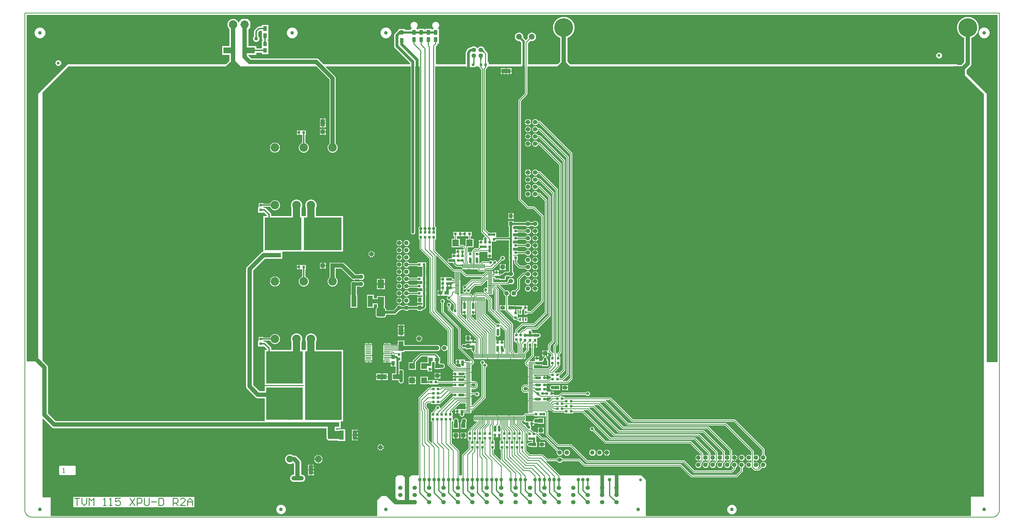
<source format=gtl>
%FSLAX24Y24*%
%MOIN*%
G70*
G01*
G75*
%ADD10C,0.0110*%
%ADD11C,0.0380*%
%ADD12C,0.0100*%
%ADD13R,0.0380X0.0380*%
%ADD14R,0.0600X0.0500*%
%ADD15R,0.0600X0.0600*%
%ADD16O,0.0630X0.0110*%
%ADD17O,0.0110X0.0630*%
%ADD18O,0.0630X0.0110*%
%ADD19R,0.0630X0.0110*%
%ADD20R,0.0500X0.0600*%
%ADD21R,0.0500X0.0650*%
%ADD22R,0.1614X0.0827*%
%ADD23R,0.0600X0.1000*%
%ADD24R,0.1250X0.0600*%
%ADD25R,0.0380X0.0425*%
%ADD26R,0.0709X0.1575*%
%ADD27C,0.0400*%
%ADD28R,0.1378X0.0709*%
%ADD29R,0.0709X0.1378*%
%ADD30R,0.0800X0.0800*%
%ADD31O,0.0846X0.0138*%
%ADD32R,0.0846X0.0138*%
%ADD33R,0.1181X0.1575*%
%ADD34R,0.0600X0.1250*%
%ADD35R,0.0900X0.1200*%
%ADD36R,0.0236X0.0433*%
%ADD37R,0.0906X0.0945*%
%ADD38C,0.0600*%
%ADD39C,0.0400*%
%ADD40C,0.0110*%
%ADD41C,0.0250*%
%ADD42C,0.0500*%
%ADD43C,0.0200*%
%ADD44C,0.0150*%
%ADD45C,0.0300*%
%ADD46C,0.0120*%
%ADD47C,0.1000*%
%ADD48C,0.0370*%
%ADD49C,0.0130*%
%ADD50C,0.0390*%
%ADD51C,0.0290*%
%ADD52C,0.0140*%
%ADD53C,0.0180*%
%ADD54C,0.0800*%
%ADD55R,0.5050X0.4500*%
%ADD56R,0.5050X0.4550*%
%ADD57R,0.5200X0.4550*%
%ADD58R,0.5050X0.9550*%
%ADD59C,0.0620*%
%ADD60C,0.0500*%
%ADD61C,0.0600*%
%ADD62C,0.1181*%
%ADD63P,0.1181X8X0*%
%ADD64C,0.0650*%
%ADD65C,0.2600*%
%ADD66C,0.0945*%
%ADD67C,0.0787*%
%ADD68C,0.0906*%
%ADD69P,0.0620X8X0*%
%ADD70C,0.1575*%
%ADD71C,0.0450*%
D10*
X93647Y106908D02*
D03*
D03*
D11*
X93400D02*
X93302Y106898D01*
X93209Y106870D01*
X93122Y106824D01*
X93046Y106761D01*
X92984Y106686D01*
X92938Y106599D01*
X92910Y106505D01*
X92900Y106408D01*
X90000Y74431D02*
X90450D01*
X90000Y73331D02*
Y73831D01*
X99450Y71081D02*
X100150D01*
X97000Y67381D02*
Y67931D01*
X90300Y77631D02*
X90800D01*
X101450Y67231D02*
Y67681D01*
X102150Y67231D02*
X102600D01*
X101050Y54681D02*
Y54981D01*
X97150Y54481D02*
X97200Y54281D01*
X92000Y56231D02*
Y56681D01*
X91700Y60331D02*
X92150D01*
X91700Y61081D02*
X92150D01*
X91700Y61881D02*
X92150D01*
X92100Y63131D02*
Y63581D01*
X93600Y65231D02*
Y65681D01*
X96950Y65131D02*
Y65581D01*
X97550Y65331D02*
Y65581D01*
X102350Y60331D02*
X102800D01*
X102350Y59731D02*
X102800D01*
X102350Y61331D02*
X102800D01*
X86954Y63181D02*
X87550D01*
Y63781D01*
X93400Y106908D02*
X93647D01*
X92900Y104181D02*
Y104831D01*
Y106145D02*
Y106408D01*
X90000Y73831D02*
X90450D01*
X90000Y75031D02*
X90450D01*
X89900Y73131D02*
X90000Y73331D01*
X92350Y71081D02*
Y71631D01*
X93550Y71081D02*
Y71581D01*
X96800Y75331D02*
X97600D01*
X96600Y54031D02*
Y54481D01*
X97649Y65199D02*
X97700Y65131D01*
X97550Y65331D02*
X97649Y65199D01*
X94100Y77481D02*
Y77681D01*
X93150Y77481D02*
Y77881D01*
X97200Y54031D02*
Y54281D01*
X102400Y63381D02*
X103550D01*
X101050Y54681D02*
X101300Y54431D01*
X92900Y104831D02*
Y106145D01*
D12*
X36450Y105081D02*
X36439Y105181D01*
X36405Y105276D01*
X36352Y105361D01*
X36281Y105433D01*
X36195Y105486D01*
X36100Y105519D01*
X36000Y105531D01*
X35900Y105519D01*
X35805Y105486D01*
X35719Y105433D01*
X35648Y105361D01*
X35595Y105276D01*
X35561Y105181D01*
X35550Y105081D01*
X35561Y104981D01*
X35595Y104885D01*
X35648Y104800D01*
X35719Y104729D01*
X35805Y104675D01*
X35900Y104642D01*
X36000Y104631D01*
X36100Y104642D01*
X36195Y104675D01*
X36281Y104729D01*
X36352Y104800D01*
X36405Y104885D01*
X36439Y104981D01*
X36450Y105081D01*
X72189Y105620D02*
X72106Y105688D01*
X72010Y105739D01*
X71907Y105770D01*
X71800Y105781D01*
X72189Y105620D02*
X72106Y105688D01*
X72010Y105739D01*
X71907Y105770D01*
X71800Y105781D01*
X63100Y108838D02*
X63037Y108762D01*
X62990Y108676D01*
X62960Y108582D01*
X62950Y108485D01*
X62959Y108387D01*
X62987Y108293D01*
X63032Y108206D01*
X63094Y108129D01*
X63170Y108067D01*
X63256Y108020D01*
X63350Y107991D01*
X63448Y107981D01*
X63546Y107990D01*
X63640Y108018D01*
X63727Y108064D01*
X63803Y108126D01*
X63865Y108202D01*
X63912Y108289D01*
X63940Y108383D01*
X63950Y108481D01*
X63940Y108579D01*
X63911Y108674D01*
X63864Y108762D01*
X63800Y108838D01*
X34250Y109281D02*
X34244Y109381D01*
X34225Y109480D01*
X34194Y109575D01*
X34151Y109666D01*
X34097Y109751D01*
X34033Y109828D01*
X33960Y109897D01*
X33879Y109956D01*
X33791Y110005D01*
X33697Y110042D01*
X33600Y110067D01*
X33500Y110079D01*
X33400D01*
X33300Y110067D01*
X33203Y110042D01*
X33109Y110005D01*
X33021Y109956D01*
X32940Y109897D01*
X32867Y109828D01*
X32803Y109751D01*
X32749Y109666D01*
X32706Y109575D01*
X32675Y109480D01*
X32656Y109381D01*
X32650Y109281D01*
X32656Y109180D01*
X32675Y109082D01*
X32706Y108986D01*
X32749Y108895D01*
X32803Y108810D01*
X32867Y108733D01*
X32940Y108664D01*
X33021Y108605D01*
X33109Y108557D01*
X33203Y108520D01*
X33300Y108495D01*
X33400Y108482D01*
X33500D01*
X33600Y108495D01*
X33697Y108520D01*
X33791Y108557D01*
X33879Y108605D01*
X33960Y108664D01*
X34033Y108733D01*
X34097Y108810D01*
X34151Y108895D01*
X34194Y108986D01*
X34225Y109082D01*
X34244Y109180D01*
X34250Y109281D01*
X61013Y110777D02*
X60966Y110866D01*
X60909Y110948D01*
X60843Y111023D01*
X60768Y111090D01*
X60686Y111147D01*
X60598Y111194D01*
X60505Y111231D01*
X60408Y111256D01*
X60309Y111269D01*
X60209Y111270D01*
X60109Y111260D01*
X60011Y111238D01*
X59917Y111204D01*
X59828Y111159D01*
X59744Y111104D01*
X59668Y111040D01*
X59599Y110967D01*
X59540Y110886D01*
X59491Y110799D01*
X59453Y110706D01*
X59426Y110610D01*
X59410Y110511D01*
X59407Y110411D01*
X59415Y110311D01*
X59435Y110213D01*
X59467Y110118D01*
X59509Y110028D01*
X59562Y109943D01*
X59625Y109865D01*
X59697Y109795D01*
X63203Y109728D02*
X63147Y109656D01*
X63112Y109571D01*
X63100Y109481D01*
X63203Y109729D02*
X63147Y109656D01*
X63112Y109571D01*
X63100Y109481D01*
X63850Y110231D02*
X63759Y110219D01*
X63675Y110184D01*
X63602Y110128D01*
X63850Y110231D02*
X63759Y110219D01*
X63675Y110184D01*
X63603Y110128D01*
X82550Y107431D02*
X82559Y107343D01*
X82584Y107258D01*
X82626Y107181D01*
X82682Y107112D01*
X82550Y107431D02*
X82559Y107343D01*
X82584Y107258D01*
X82626Y107181D01*
X82682Y107113D01*
X69250Y109281D02*
X69244Y109381D01*
X69225Y109480D01*
X69194Y109575D01*
X69151Y109666D01*
X69097Y109751D01*
X69033Y109828D01*
X68960Y109897D01*
X68879Y109956D01*
X68791Y110005D01*
X68697Y110042D01*
X68600Y110067D01*
X68500Y110079D01*
X68400D01*
X68300Y110067D01*
X68203Y110042D01*
X68109Y110005D01*
X68021Y109956D01*
X67940Y109897D01*
X67867Y109828D01*
X67803Y109751D01*
X67749Y109666D01*
X67706Y109575D01*
X67675Y109480D01*
X67656Y109381D01*
X67650Y109281D01*
X67656Y109180D01*
X67675Y109082D01*
X67706Y108986D01*
X67749Y108895D01*
X67803Y108810D01*
X67867Y108733D01*
X67940Y108664D01*
X68021Y108605D01*
X68109Y108557D01*
X68203Y108520D01*
X68300Y108495D01*
X68400Y108482D01*
X68500D01*
X68600Y108495D01*
X68697Y108520D01*
X68791Y108557D01*
X68879Y108605D01*
X68960Y108664D01*
X69033Y108733D01*
X69097Y108810D01*
X69151Y108895D01*
X69194Y108986D01*
X69225Y109082D01*
X69244Y109180D01*
X69250Y109281D01*
X82250D02*
X82244Y109381D01*
X82225Y109480D01*
X82194Y109575D01*
X82151Y109666D01*
X82097Y109751D01*
X82033Y109828D01*
X81960Y109897D01*
X81879Y109956D01*
X81791Y110005D01*
X81697Y110042D01*
X81600Y110067D01*
X81500Y110079D01*
X81400D01*
X81300Y110067D01*
X81203Y110042D01*
X81109Y110005D01*
X81021Y109956D01*
X80940Y109897D01*
X80867Y109828D01*
X80803Y109751D01*
X80749Y109666D01*
X80706Y109575D01*
X80675Y109480D01*
X80656Y109381D01*
X80650Y109281D01*
X80656Y109180D01*
X80675Y109082D01*
X80706Y108986D01*
X80749Y108895D01*
X80803Y108810D01*
X80867Y108733D01*
X80940Y108664D01*
X81021Y108605D01*
X81109Y108557D01*
X81203Y108520D01*
X81300Y108495D01*
X81400Y108482D01*
X81500D01*
X81600Y108495D01*
X81697Y108520D01*
X81791Y108557D01*
X81879Y108605D01*
X81960Y108664D01*
X82033Y108733D01*
X82097Y108810D01*
X82151Y108895D01*
X82194Y108986D01*
X82225Y109082D01*
X82244Y109180D01*
X82250Y109281D01*
X82682Y109249D02*
X82626Y109181D01*
X82584Y109103D01*
X82559Y109018D01*
X82550Y108931D01*
X82682Y109249D02*
X82626Y109181D01*
X82584Y109103D01*
X82559Y109019D01*
X82550Y108931D01*
X88569Y107511D02*
X88636Y107612D01*
X88660Y107731D01*
X88569Y107512D02*
X88636Y107612D01*
X88660Y107731D01*
X85692Y109906D02*
X85762Y109973D01*
X85819Y110052D01*
X85861Y110140D01*
X85887Y110234D01*
X85895Y110331D01*
Y110331D02*
X85886Y110430D01*
X85859Y110526D01*
X85815Y110616D01*
X85755Y110696D01*
X85682Y110764D01*
X85597Y110817D01*
X85504Y110854D01*
X85406Y110873D01*
X85306Y110874D01*
X85208Y110857D01*
X85114Y110822D01*
X85029Y110771D01*
X84954Y110705D01*
X84892Y110627D01*
X84846Y110538D01*
X84816Y110443D01*
X84805Y110343D01*
X84812Y110244D01*
X84837Y110147D01*
X84879Y110057D01*
X84937Y109975D01*
X85008Y109906D01*
X88895Y110331D02*
X88886Y110430D01*
X88859Y110526D01*
X88815Y110616D01*
X88755Y110696D01*
X88682Y110764D01*
X88597Y110817D01*
X88504Y110854D01*
X88406Y110873D01*
X88306Y110874D01*
X88208Y110857D01*
X88114Y110822D01*
X88029Y110771D01*
X87954Y110705D01*
X87892Y110627D01*
X87846Y110538D01*
X87816Y110443D01*
X87805Y110343D01*
X87812Y110244D01*
X87837Y110147D01*
X87879Y110057D01*
X87937Y109975D01*
X88008Y109906D01*
X88692D02*
X88762Y109973D01*
X88819Y110052D01*
X88861Y110140D01*
X88887Y110234D01*
X88895Y110331D01*
X162569Y104622D02*
X162637Y104705D01*
X162688Y104800D01*
X162719Y104903D01*
X162730Y105011D01*
X162569Y104622D02*
X162637Y104705D01*
X162688Y104800D01*
X162719Y104903D01*
X162730Y105011D01*
X95610Y106381D02*
X95586Y106499D01*
X95519Y106600D01*
X95610Y106381D02*
X95586Y106499D01*
X95519Y106600D01*
X93293Y107342D02*
X93196Y107326D01*
X93102Y107299D01*
X93011Y107264D01*
X92924Y107219D01*
X92843Y107165D01*
X92767Y107103D01*
X92698Y107034D01*
X92637Y106957D01*
X92584Y106875D01*
X92540Y106788D01*
X92505Y106697D01*
X92480Y106602D01*
X92465Y106505D01*
X92460Y106408D01*
X95184Y106996D02*
X95160Y107093D01*
X95119Y107183D01*
X95063Y107265D01*
X94993Y107335D01*
X94912Y107393D01*
X94822Y107435D01*
X94726Y107460D01*
X94627Y107468D01*
X94528Y107458D01*
X94432Y107431D01*
X94343Y107388D01*
X94263Y107330D01*
X94194Y107258D01*
X94139Y107175D01*
X94085Y107257D01*
X94017Y107328D01*
X93938Y107386D01*
X93849Y107430D01*
X93755Y107457D01*
X93657Y107468D01*
X93559Y107461D01*
X93464Y107437D01*
X93374Y107397D01*
X93293Y107342D01*
X100558Y108732D02*
X100550Y108832D01*
X100527Y108930D01*
X100489Y109022D01*
X100437Y109108D01*
X100372Y109185D01*
X100296Y109250D01*
X100211Y109303D01*
X100118Y109342D01*
X100021Y109367D01*
X99921Y109376D01*
X99821Y109369D01*
X99723Y109347D01*
X99630Y109309D01*
X99543Y109258D01*
X99466Y109194D01*
X99400Y109119D01*
X99346Y109034D01*
X99306Y108942D01*
X99281Y108845D01*
X99271Y108745D01*
X99276Y108645D01*
X99298Y108547D01*
X99334Y108454D01*
X99384Y108367D01*
X99447Y108289D01*
X99522Y108222D01*
X99606Y108167D01*
X99697Y108126D01*
X99794Y108099D01*
X99894Y108089D01*
X99994Y108093D01*
X100862Y108339D02*
X100829Y108375D01*
X100862Y108339D02*
X100829Y108376D01*
X100553Y108652D02*
X100558Y108732D01*
X101501Y108115D02*
X101598Y108094D01*
X101698Y108088D01*
X101797Y108098D01*
X101894Y108123D01*
X101986Y108162D01*
X102070Y108215D01*
X102145Y108281D01*
X102209Y108357D01*
X102261Y108443D01*
X102299Y108535D01*
X102322Y108632D01*
X102330Y108732D01*
Y108732D02*
X102322Y108832D01*
X102298Y108930D01*
X102260Y109022D01*
X102208Y109108D01*
X102143Y109185D01*
X102067Y109250D01*
X101982Y109303D01*
X101890Y109342D01*
X101792Y109367D01*
X101692Y109376D01*
X101592Y109369D01*
X101494Y109346D01*
X101401Y109309D01*
X101315Y109258D01*
X101238Y109194D01*
X101171Y109119D01*
X101117Y109034D01*
X101077Y108942D01*
X101052Y108845D01*
X101042Y108745D01*
X101048Y108645D01*
X101069Y108547D01*
X104570Y110011D02*
X104573Y109912D01*
X104583Y109814D01*
X104598Y109717D01*
X104620Y109621D01*
X104648Y109526D01*
X104681Y109434D01*
X104721Y109343D01*
X104766Y109256D01*
X104817Y109171D01*
X104873Y109090D01*
X104934Y109013D01*
X105000Y108940D01*
X105070Y108871D01*
X105145Y108806D01*
X105223Y108747D01*
X105305Y108692D01*
X105391Y108643D01*
X105479Y108599D01*
X105570Y108562D01*
X106670D02*
X106761Y108599D01*
X106849Y108643D01*
X106935Y108692D01*
X107017Y108747D01*
X107095Y108806D01*
X107170Y108871D01*
X107240Y108940D01*
X107306Y109013D01*
X107367Y109090D01*
X107423Y109171D01*
X107474Y109256D01*
X107519Y109343D01*
X107559Y109434D01*
X107592Y109526D01*
X107620Y109621D01*
X107642Y109717D01*
X107657Y109814D01*
X107667Y109912D01*
X107670Y110011D01*
X106120Y111561D02*
X106019Y111557D01*
X105918Y111547D01*
X105818Y111531D01*
X105719Y111508D01*
X105622Y111478D01*
X105527Y111443D01*
X105434Y111401D01*
X105345Y111353D01*
X105259Y111299D01*
X105176Y111240D01*
X105098Y111176D01*
X105024Y111107D01*
X104955Y111033D01*
X104890Y110954D01*
X104831Y110872D01*
X104778Y110786D01*
X104730Y110696D01*
X104688Y110604D01*
X104652Y110509D01*
X104623Y110412D01*
X104600Y110313D01*
X104583Y110213D01*
X104573Y110112D01*
X104570Y110011D01*
X107670D02*
X107667Y110112D01*
X107657Y110213D01*
X107640Y110313D01*
X107617Y110412D01*
X107588Y110509D01*
X107552Y110604D01*
X107510Y110696D01*
X107462Y110786D01*
X107409Y110872D01*
X107350Y110954D01*
X107285Y111033D01*
X107216Y111107D01*
X107142Y111176D01*
X107064Y111240D01*
X106981Y111299D01*
X106895Y111353D01*
X106806Y111401D01*
X106713Y111443D01*
X106618Y111478D01*
X106521Y111508D01*
X106422Y111531D01*
X106322Y111547D01*
X106221Y111557D01*
X106120Y111561D01*
X158650Y106131D02*
X158639Y106231D01*
X158605Y106326D01*
X158552Y106411D01*
X158481Y106483D01*
X158395Y106536D01*
X158300Y106569D01*
X158200Y106581D01*
X158100Y106569D01*
X158005Y106536D01*
X157919Y106483D01*
X157848Y106411D01*
X157795Y106326D01*
X157761Y106231D01*
X157750Y106131D01*
X157761Y106031D01*
X157795Y105935D01*
X157848Y105850D01*
X157919Y105779D01*
X158005Y105725D01*
X158100Y105692D01*
X158200Y105681D01*
X158300Y105692D01*
X158395Y105725D01*
X158481Y105779D01*
X158552Y105850D01*
X158605Y105935D01*
X158639Y106031D01*
X158650Y106131D01*
X160630Y110011D02*
X160633Y109912D01*
X160643Y109814D01*
X160658Y109717D01*
X160680Y109621D01*
X160708Y109526D01*
X160741Y109434D01*
X160781Y109343D01*
X160826Y109256D01*
X160877Y109171D01*
X160933Y109090D01*
X160994Y109013D01*
X161060Y108940D01*
X161130Y108871D01*
X161205Y108806D01*
X161283Y108747D01*
X161365Y108692D01*
X161451Y108643D01*
X161539Y108599D01*
X161630Y108562D01*
X162730D02*
X162821Y108599D01*
X162909Y108643D01*
X162995Y108692D01*
X163077Y108747D01*
X163155Y108806D01*
X163230Y108871D01*
X163300Y108940D01*
X163366Y109013D01*
X163427Y109090D01*
X163483Y109171D01*
X163534Y109256D01*
X163579Y109343D01*
X163619Y109434D01*
X163652Y109526D01*
X163680Y109621D01*
X163702Y109717D01*
X163717Y109814D01*
X163727Y109912D01*
X163730Y110011D01*
X165250Y109281D02*
X165244Y109381D01*
X165225Y109480D01*
X165194Y109575D01*
X165151Y109666D01*
X165097Y109751D01*
X165033Y109828D01*
X164960Y109897D01*
X164879Y109956D01*
X164791Y110005D01*
X164697Y110042D01*
X164600Y110067D01*
X164500Y110079D01*
X164400D01*
X164300Y110067D01*
X164203Y110042D01*
X164109Y110005D01*
X164021Y109956D01*
X163940Y109897D01*
X163867Y109828D01*
X163803Y109751D01*
X163749Y109666D01*
X163706Y109575D01*
X163675Y109480D01*
X163656Y109381D01*
X163650Y109281D01*
X163656Y109180D01*
X163675Y109082D01*
X163706Y108986D01*
X163749Y108895D01*
X163803Y108810D01*
X163867Y108733D01*
X163940Y108664D01*
X164021Y108605D01*
X164109Y108557D01*
X164203Y108520D01*
X164300Y108495D01*
X164400Y108482D01*
X164500D01*
X164600Y108495D01*
X164697Y108520D01*
X164791Y108557D01*
X164879Y108605D01*
X164960Y108664D01*
X165033Y108733D01*
X165097Y108810D01*
X165151Y108895D01*
X165194Y108986D01*
X165225Y109082D01*
X165244Y109180D01*
X165250Y109281D01*
X162180Y111561D02*
X162079Y111557D01*
X161978Y111547D01*
X161878Y111531D01*
X161779Y111508D01*
X161682Y111478D01*
X161587Y111443D01*
X161494Y111401D01*
X161405Y111353D01*
X161319Y111299D01*
X161236Y111240D01*
X161158Y111176D01*
X161084Y111107D01*
X161015Y111033D01*
X160950Y110954D01*
X160891Y110872D01*
X160838Y110786D01*
X160790Y110696D01*
X160748Y110604D01*
X160712Y110509D01*
X160683Y110412D01*
X160660Y110313D01*
X160643Y110213D01*
X160633Y110112D01*
X160630Y110011D01*
X163730D02*
X163727Y110112D01*
X163717Y110213D01*
X163700Y110313D01*
X163677Y110412D01*
X163648Y110509D01*
X163612Y110604D01*
X163570Y110696D01*
X163522Y110786D01*
X163469Y110872D01*
X163410Y110954D01*
X163345Y111033D01*
X163276Y111107D01*
X163202Y111176D01*
X163124Y111240D01*
X163041Y111299D01*
X162955Y111353D01*
X162866Y111401D01*
X162773Y111443D01*
X162678Y111478D01*
X162581Y111508D01*
X162482Y111531D01*
X162382Y111547D01*
X162281Y111557D01*
X162180Y111561D01*
X36058Y47967D02*
X36085Y47867D01*
X36158Y47794D01*
X36258Y47767D01*
X36058Y47967D02*
X36085Y47867D01*
X36158Y47794D01*
X36258Y47767D01*
Y49167D02*
X36158Y49141D01*
X36085Y49067D01*
X36058Y48967D01*
X36258Y49167D02*
X36158Y49141D01*
X36085Y49067D01*
X36058Y48967D01*
X38267Y47767D02*
X38367Y47794D01*
X38440Y47867D01*
X38467Y47967D01*
X38267Y47767D02*
X38367Y47794D01*
X38440Y47867D01*
X38467Y47967D01*
Y48967D02*
X38440Y49067D01*
X38367Y49141D01*
X38267Y49167D01*
X38467Y48967D02*
X38440Y49067D01*
X38367Y49141D01*
X38267Y49167D01*
X35021Y54442D02*
X35104Y54373D01*
X35200Y54323D01*
X35303Y54291D01*
X35410Y54281D01*
X35021Y54442D02*
X35104Y54373D01*
X35200Y54323D01*
X35303Y54291D01*
X35410Y54281D01*
X67610Y43051D02*
X67603Y43150D01*
X67583Y43246D01*
X67549Y43339D01*
X67502Y43427D01*
X67444Y43507D01*
X67375Y43578D01*
X67297Y43639D01*
X67211Y43689D01*
X67119Y43726D01*
X67023Y43750D01*
X66925Y43760D01*
X66826Y43757D01*
X66728Y43740D01*
X66634Y43709D01*
X66545Y43666D01*
X66463Y43610D01*
X66389Y43544D01*
X66326Y43468D01*
X66273Y43384D01*
X66233Y43294D01*
X66206Y43198D01*
X66192Y43100D01*
Y43001D01*
X66206Y42903D01*
X66233Y42808D01*
X66273Y42717D01*
X66326Y42633D01*
X66389Y42557D01*
X66463Y42491D01*
X66545Y42436D01*
X66634Y42392D01*
X66728Y42362D01*
X66826Y42345D01*
X66925Y42341D01*
X67023Y42351D01*
X67119Y42375D01*
X67211Y42413D01*
X67297Y42462D01*
X67375Y42523D01*
X67444Y42594D01*
X67502Y42674D01*
X67549Y42762D01*
X67583Y42855D01*
X67603Y42952D01*
X67610Y43051D01*
X68600Y50578D02*
X68519Y50638D01*
X68430Y50686D01*
X68335Y50721D01*
X68236Y50743D01*
X68136Y50750D01*
X68035Y50744D01*
X67936Y50723D01*
X67841Y50689D01*
X67751Y50642D01*
X67669Y50583D01*
X67596Y50513D01*
X67534Y50434D01*
X67483Y50347D01*
X67445Y50253D01*
X67420Y50155D01*
X67410Y50055D01*
X67413Y49954D01*
X67430Y49854D01*
X67461Y49758D01*
X67506Y49667D01*
X67562Y49583D01*
X67630Y49508D01*
X67707Y49443D01*
X67793Y49390D01*
X67885Y49349D01*
X67982Y49321D01*
X68082Y49307D01*
X68183Y49307D01*
X68283Y49322D01*
X68380Y49350D01*
X68473Y49391D01*
X68558Y49445D01*
X68650Y47931D02*
X68549Y47921D01*
X68451Y47894D01*
X68360Y47848D01*
X68279Y47787D01*
X68211Y47712D01*
X68158Y47626D01*
X68121Y47531D01*
X68102Y47431D01*
Y47330D01*
X68121Y47230D01*
X68158Y47136D01*
X68211Y47049D01*
X68279Y46974D01*
X68360Y46913D01*
X68451Y46868D01*
X68549Y46840D01*
X68650Y46831D01*
X69750D02*
X69846Y46839D01*
X69938Y46864D01*
X70025Y46904D01*
X70104Y46959D01*
X70171Y47027D01*
X70226Y47106D01*
X70267Y47193D01*
X70292Y47285D01*
X70300Y47381D01*
X70292Y47476D01*
X70267Y47569D01*
X70226Y47656D01*
X70171Y47734D01*
X70104Y47802D01*
X70025Y47857D01*
X69938Y47898D01*
X69846Y47922D01*
X69750Y47931D01*
Y49581D02*
X69739Y49688D01*
X69708Y49791D01*
X69657Y49886D01*
X69589Y49970D01*
X69142Y50417D02*
X69058Y50485D01*
X68963Y50536D01*
X68860Y50567D01*
X68753Y50578D01*
X69750Y49581D02*
X69739Y49688D01*
X69708Y49791D01*
X69657Y49886D01*
X69589Y49970D01*
X69142Y50417D02*
X69058Y50485D01*
X68963Y50536D01*
X68860Y50567D01*
X68753Y50578D01*
X62000Y60131D02*
X62011Y60023D01*
X62042Y59920D01*
X62093Y59825D01*
X62161Y59742D01*
X62000Y60131D02*
X62011Y60023D01*
X62042Y59920D01*
X62093Y59825D01*
X62161Y59742D01*
X63311Y58592D02*
X63394Y58523D01*
X63490Y58473D01*
X63593Y58441D01*
X63700Y58431D01*
X63311Y58592D02*
X63394Y58523D01*
X63490Y58473D01*
X63593Y58441D01*
X63700Y58431D01*
X72701Y50028D02*
X72693Y50127D01*
X72670Y50223D01*
X72632Y50315D01*
X72580Y50400D01*
X72516Y50475D01*
X72440Y50540D01*
X72356Y50591D01*
X72264Y50629D01*
X72167Y50653D01*
X72069Y50660D01*
X71970Y50653D01*
X71873Y50629D01*
X71781Y50591D01*
X71697Y50540D01*
X71621Y50475D01*
X71557Y50400D01*
X71505Y50315D01*
X71467Y50223D01*
X71444Y50127D01*
X71436Y50028D01*
X71444Y49929D01*
X71467Y49833D01*
X71505Y49741D01*
X71557Y49656D01*
X71621Y49581D01*
X71697Y49516D01*
X71781Y49464D01*
X71873Y49426D01*
X71970Y49403D01*
X72069Y49395D01*
X72167Y49403D01*
X72264Y49426D01*
X72356Y49464D01*
X72440Y49516D01*
X72516Y49581D01*
X72580Y49656D01*
X72632Y49741D01*
X72670Y49833D01*
X72693Y49929D01*
X72701Y50028D01*
X73150Y53031D02*
X73161Y52931D01*
X73195Y52835D01*
X73248Y52750D01*
X73319Y52679D01*
X73405Y52625D01*
X73500Y52592D01*
X73600Y52581D01*
X73150Y53031D02*
X73161Y52931D01*
X73195Y52835D01*
X73248Y52750D01*
X73319Y52679D01*
X73405Y52625D01*
X73500Y52592D01*
X73600Y52581D01*
X81185Y51681D02*
X81174Y51782D01*
X81143Y51878D01*
X81092Y51966D01*
X81025Y52041D01*
X80942Y52101D01*
X80850Y52142D01*
X80751Y52163D01*
X80649D01*
X80550Y52142D01*
X80457Y52101D01*
X80375Y52041D01*
X80308Y51966D01*
X80257Y51878D01*
X80226Y51782D01*
X80215Y51681D01*
X80226Y51580D01*
X80257Y51483D01*
X80308Y51396D01*
X80375Y51320D01*
X80457Y51261D01*
X80550Y51219D01*
X80649Y51198D01*
X80751D01*
X80850Y51219D01*
X80942Y51261D01*
X81025Y51320D01*
X81092Y51396D01*
X81143Y51483D01*
X81174Y51580D01*
X81185Y51681D01*
X34620Y62761D02*
X34609Y62868D01*
X34578Y62971D01*
X34527Y63066D01*
X34459Y63150D01*
X34620Y62761D02*
X34609Y62868D01*
X34578Y62971D01*
X34527Y63066D01*
X34459Y63150D01*
X65600Y65431D02*
X65588Y65521D01*
X65553Y65606D01*
X65497Y65678D01*
X65600Y65431D02*
X65588Y65521D01*
X65553Y65606D01*
X65497Y65679D01*
X64847Y66328D02*
X64775Y66384D01*
X64691Y66419D01*
X64600Y66431D01*
X64848Y66328D02*
X64775Y66384D01*
X64691Y66419D01*
X64600Y66431D01*
X65346Y66471D02*
X65387Y66380D01*
X65439Y66295D01*
X65502Y66218D01*
X65575Y66150D01*
X65656Y66092D01*
X65744Y66046D01*
X65837Y66011D01*
X65934Y65989D01*
X66033Y65980D01*
X66133Y65985D01*
X66231Y66002D01*
X66326Y66033D01*
X66416Y66075D01*
X66499Y66129D01*
X66575Y66194D01*
X66641Y66268D01*
X66697Y66351D01*
X66742Y66440D01*
X66774Y66534D01*
X66794Y66631D01*
X66801Y66731D01*
X66794Y66830D01*
X66774Y66928D01*
X66742Y67022D01*
X66697Y67111D01*
X66641Y67193D01*
X66575Y67267D01*
X66499Y67332D01*
X66416Y67386D01*
X66326Y67429D01*
X66231Y67459D01*
X66133Y67477D01*
X66033Y67481D01*
X65934Y67472D01*
X65837Y67450D01*
X65744Y67416D01*
X65656Y67369D01*
X65575Y67311D01*
X65502Y67243D01*
X65439Y67166D01*
X65387Y67082D01*
X65346Y66991D01*
X79376Y63452D02*
X79463Y63469D01*
X79537Y63519D01*
X79587Y63593D01*
X79604Y63681D01*
X78477Y63809D02*
X78441Y63717D01*
X78446Y63619D01*
X78493Y63532D01*
X78571Y63473D01*
X78667Y63452D01*
X78477Y64065D02*
X78442Y63982D01*
X78442Y63892D01*
X78477Y63809D01*
X79604Y63681D02*
X79565Y63809D01*
X79604Y63937D01*
X78477Y64320D02*
X78442Y64237D01*
X78442Y64148D01*
X78477Y64065D01*
Y64576D02*
X78442Y64493D01*
X78442Y64403D01*
X78477Y64320D01*
Y64832D02*
X78442Y64749D01*
X78442Y64659D01*
X78477Y64576D01*
Y65088D02*
X78442Y65005D01*
X78442Y64915D01*
X78477Y64832D01*
Y65344D02*
X78442Y65261D01*
X78442Y65171D01*
X78477Y65088D01*
X79604Y63937D02*
X79565Y64065D01*
X79565D02*
X79604Y64193D01*
X79565Y64320D01*
X79604Y64448D01*
X79565Y64576D01*
X79565D02*
X79604Y64704D01*
X79565Y64832D01*
X79604Y64960D01*
X79565Y65088D01*
X79565D02*
X79604Y65216D01*
X81056Y64065D02*
X81023Y63990D01*
X81018Y63910D01*
X81056Y64320D02*
X81021Y64237D01*
X81021Y64148D01*
X81056Y64065D01*
Y64576D02*
X81021Y64493D01*
X81021Y64403D01*
X81056Y64320D01*
Y64832D02*
X81021Y64749D01*
X81021Y64659D01*
X81056Y64576D01*
Y65088D02*
X81021Y65005D01*
X81021Y64915D01*
X81056Y64832D01*
X82183Y64704D02*
X82180Y64745D01*
X69891Y66731D02*
X69884Y66832D01*
X69866Y66931D01*
X69836Y67028D01*
X69795Y67120D01*
X69743Y67206D01*
X69681Y67286D01*
X69610Y67358D01*
X69530Y67421D01*
X69444Y67473D01*
X69352Y67515D01*
X69256Y67546D01*
X69156Y67565D01*
X69055Y67571D01*
X68954Y67566D01*
X68855Y67548D01*
X68758Y67519D01*
X68666Y67478D01*
X68579Y67427D01*
X68499Y67365D01*
X68426Y67294D01*
X68363Y67215D01*
X68310Y67129D01*
X68268Y67038D01*
X68236Y66942D01*
X68217Y66842D01*
X68210Y66742D01*
X68214Y66641D01*
X68231Y66541D01*
X68260Y66444D01*
X68300Y66351D01*
X69800D02*
X69839Y66441D01*
X69868Y66536D01*
X69885Y66632D01*
X69891Y66731D01*
X71800Y66351D02*
X71839Y66441D01*
X71868Y66536D01*
X71885Y66632D01*
X71891Y66731D01*
X71884Y66832D01*
X71866Y66931D01*
X71836Y67028D01*
X71795Y67120D01*
X71743Y67206D01*
X71681Y67286D01*
X71610Y67358D01*
X71530Y67421D01*
X71444Y67473D01*
X71352Y67515D01*
X71256Y67546D01*
X71156Y67565D01*
X71055Y67571D01*
X70954Y67566D01*
X70855Y67548D01*
X70758Y67519D01*
X70666Y67478D01*
X70579Y67427D01*
X70499Y67365D01*
X70426Y67294D01*
X70363Y67215D01*
X70310Y67129D01*
X70268Y67038D01*
X70236Y66942D01*
X70217Y66842D01*
X70210Y66742D01*
X70214Y66641D01*
X70231Y66541D01*
X70260Y66444D01*
X70300Y66351D01*
X79604Y65216D02*
X79565Y65344D01*
X79604Y65472D01*
X78477Y65600D02*
X78442Y65517D01*
X78442Y65427D01*
X78477Y65344D01*
Y65856D02*
X78442Y65773D01*
X78442Y65683D01*
X78477Y65600D01*
X78667Y66213D02*
X78571Y66192D01*
X78493Y66132D01*
X78446Y66045D01*
X78441Y65947D01*
X78477Y65856D01*
X79604Y65472D02*
X79565Y65600D01*
X79565D02*
X79604Y65728D01*
X79565Y65856D01*
X79604Y65984D01*
X79587Y66071D01*
X79537Y66146D01*
X79463Y66195D01*
X79376Y66213D01*
X81056Y65344D02*
X81021Y65261D01*
X81021Y65171D01*
X81056Y65088D01*
Y65600D02*
X81021Y65517D01*
X81021Y65427D01*
X81056Y65344D01*
Y65856D02*
X81021Y65773D01*
X81021Y65683D01*
X81056Y65600D01*
X81246Y66213D02*
X81150Y66192D01*
X81071Y66132D01*
X81025Y66045D01*
X81020Y65947D01*
X81056Y65856D01*
X82181Y65953D02*
X82183Y65984D01*
X82166Y66071D01*
X82116Y66146D01*
X82042Y66195D01*
X81954Y66213D01*
X79990Y70031D02*
X80002Y69938D01*
X80038Y69851D01*
X80095Y69776D01*
X80170Y69719D01*
X80257Y69683D01*
X80350Y69671D01*
X79990Y70031D02*
X80002Y69938D01*
X80038Y69851D01*
X80095Y69776D01*
X80170Y69719D01*
X80257Y69683D01*
X80350Y69671D01*
X79990Y70031D02*
X80002Y69938D01*
X80038Y69851D01*
X80095Y69776D01*
X80170Y69719D01*
X80257Y69683D01*
X80350Y69671D01*
X81150D02*
X81243Y69683D01*
X81330Y69719D01*
X81405Y69776D01*
X81462Y69851D01*
X81498Y69938D01*
X81510Y70031D01*
X81150Y69671D02*
X81243Y69683D01*
X81330Y69719D01*
X81405Y69776D01*
X81462Y69851D01*
X81498Y69938D01*
X81510Y70031D01*
X81150Y69671D02*
X81243Y69683D01*
X81330Y69719D01*
X81405Y69776D01*
X81462Y69851D01*
X81498Y69938D01*
X81510Y70031D01*
X82650Y70071D02*
X82743Y70083D01*
X82830Y70119D01*
X82905Y70176D01*
X82650Y70071D02*
X82743Y70083D01*
X82830Y70119D01*
X82905Y70177D01*
X87415Y56931D02*
X87399Y57013D01*
X87352Y57083D01*
X87415Y56931D02*
X87399Y57013D01*
X87352Y57083D01*
X87785Y52381D02*
X87788Y52347D01*
X87785Y52381D02*
X87788Y52347D01*
X87952Y56779D02*
X87906Y56711D01*
X87890Y56631D01*
X87952Y56780D02*
X87906Y56711D01*
X87890Y56631D01*
X89007Y57135D02*
X89010Y57181D01*
X88996Y57279D01*
X88957Y57369D01*
X88894Y57445D01*
X88813Y57502D01*
X88719Y57534D01*
X88621Y57540D01*
X88524Y57518D01*
X88437Y57471D01*
X88366Y57402D01*
X88317Y57317D01*
X88292Y57221D01*
X88295Y57122D01*
X91560Y55381D02*
X91548Y55479D01*
X91512Y55572D01*
X91455Y55654D01*
X91381Y55720D01*
X91292Y55765D01*
X91195Y55788D01*
X91096Y55787D01*
X90999Y55762D01*
X90912Y55715D01*
X90839Y55647D01*
X90783Y55564D01*
X90750Y55471D01*
X91560Y55381D02*
X91548Y55479D01*
X91512Y55572D01*
X91455Y55654D01*
X91381Y55720D01*
X91292Y55765D01*
X91195Y55788D01*
X91096Y55787D01*
X90999Y55762D01*
X90912Y55715D01*
X90839Y55647D01*
X90783Y55564D01*
X90750Y55471D01*
X85998Y58683D02*
X85951Y58613D01*
X85935Y58531D01*
X85998Y58683D02*
X85951Y58613D01*
X85935Y58531D01*
X87400Y59996D02*
X87318Y59979D01*
X87248Y59933D01*
X87400Y59996D02*
X87318Y59979D01*
X87248Y59933D01*
X83140Y60931D02*
X83152Y60833D01*
X83187Y60740D01*
X83243Y60659D01*
X83317Y60593D01*
X83405Y60547D01*
X83501Y60524D01*
X83599D01*
X83695Y60547D01*
X83783Y60593D01*
X83857Y60659D01*
X83913Y60740D01*
X83948Y60833D01*
X83960Y60931D01*
X83140D02*
X83152Y60833D01*
X83187Y60740D01*
X83243Y60659D01*
X83317Y60593D01*
X83405Y60547D01*
X83501Y60524D01*
X83599D01*
X83695Y60547D01*
X83783Y60593D01*
X83857Y60659D01*
X83913Y60740D01*
X83948Y60833D01*
X83960Y60931D01*
X89050Y57771D02*
X89131Y57787D01*
X89199Y57833D01*
X89050Y57771D02*
X89130Y57787D01*
X89198Y57832D01*
X89207Y60147D02*
X89126Y60131D01*
X89058Y60086D01*
X90700Y58767D02*
X90580Y58708D01*
X89207Y60147D02*
X89126Y60131D01*
X89058Y60086D01*
X90700Y58767D02*
X90580Y58708D01*
X91665Y51131D02*
X91649Y51213D01*
X91602Y51283D01*
X91665Y51131D02*
X91649Y51213D01*
X91602Y51283D01*
X91998Y50683D02*
X91951Y50613D01*
X91935Y50531D01*
X91998Y50683D02*
X91951Y50613D01*
X91935Y50531D01*
X91650Y56315D02*
X91640Y56214D01*
X91659Y56115D01*
X91705Y56025D01*
X91773Y55951D01*
X91860Y55899D01*
X91958Y55873D01*
X92059Y55875D01*
X92155Y55906D01*
X92239Y55962D01*
X92304Y56039D01*
X92346Y56131D01*
X92360Y56231D01*
X91811Y55210D02*
X91794Y55141D01*
X91811Y55211D02*
X91794Y55141D01*
X92710Y55381D02*
X92699Y55476D01*
X92666Y55566D01*
X92612Y55646D01*
X92542Y55712D01*
X92458Y55759D01*
X92365Y55785D01*
X92269Y55790D01*
X92175Y55771D01*
X92087Y55731D01*
X92012Y55672D01*
X91952Y55597D01*
X91911Y55510D01*
X92710Y55381D02*
X92699Y55476D01*
X92666Y55566D01*
X92612Y55646D01*
X92542Y55712D01*
X92458Y55759D01*
X92366Y55785D01*
X92270Y55790D01*
X92175Y55771D01*
X92088Y55732D01*
X92012Y55672D01*
X91952Y55597D01*
X91911Y55510D01*
X92689Y55251D02*
X92710Y55381D01*
X92689Y55251D02*
X92710Y55381D01*
X92952Y54179D02*
X92906Y54111D01*
X92890Y54031D01*
X92952Y54180D02*
X92906Y54111D01*
X92890Y54031D01*
X93884Y55254D02*
X94003Y55231D01*
X93571Y55445D02*
X93598Y55340D01*
X93674Y55262D01*
X93778Y55230D01*
X93884Y55254D01*
Y56156D02*
X93778Y56180D01*
X93674Y56149D01*
X93598Y56070D01*
X93571Y55965D01*
X94081Y56156D02*
X93983Y56180D01*
X93884Y56156D01*
X94278D02*
X94180Y56180D01*
X94081Y56156D01*
X94475D02*
X94376Y56180D01*
X94278Y56156D01*
X94672D02*
X94573Y56180D01*
X94475Y56156D01*
X94869D02*
X94770Y56180D01*
X94672Y56156D01*
X95065D02*
X94967Y56180D01*
X94869Y56156D01*
X95262D02*
X95164Y56180D01*
X95065Y56156D01*
X95459D02*
X95361Y56180D01*
X95262Y56156D01*
X95656D02*
X95557Y56180D01*
X95459Y56156D01*
X95853D02*
X95754Y56180D01*
X95656Y56156D01*
X96050D02*
X95951Y56180D01*
X95853Y56156D01*
X96246D02*
X96148Y56180D01*
X96050Y56156D01*
X96443D02*
X96345Y56180D01*
X96246Y56156D01*
X96640D02*
X96542Y56180D01*
X96443Y56156D01*
X96837D02*
X96739Y56180D01*
X96640Y56156D01*
X97034D02*
X96935Y56180D01*
X96837Y56156D01*
X97231D02*
X97132Y56180D01*
X97034Y56156D01*
X97428D02*
X97329Y56180D01*
X97231Y56156D01*
X97624D02*
X97526Y56180D01*
X97428Y56156D01*
X97821D02*
X97723Y56180D01*
X97624Y56156D01*
X92360Y56231D02*
X92350Y56315D01*
X92449Y57083D02*
X92426Y57003D01*
X92449Y57280D02*
X92425Y57182D01*
X92449Y57083D01*
Y57477D02*
X92425Y57378D01*
X92449Y57280D01*
Y57674D02*
X92425Y57575D01*
X92449Y57477D01*
X92425Y57759D02*
X92449Y57674D01*
X93160Y56376D02*
X93267Y56405D01*
X93346Y56483D01*
X93375Y56591D01*
X93351Y56689D01*
X93375Y56775D01*
X93374Y57591D02*
X93351Y57674D01*
X93375Y57772D01*
X93351Y57870D01*
X93504Y56775D02*
X93584Y56791D01*
X93652Y56836D01*
X93504Y56775D02*
X93585Y56791D01*
X93653Y56837D01*
X93351Y57870D02*
X93375Y57969D01*
X93351Y58067D01*
X93375Y58166D01*
X93351Y58264D01*
X93375Y58363D01*
X93351Y58461D01*
X93375Y58559D01*
X93351Y58658D01*
X93375Y58756D01*
X93351Y58855D01*
X93375Y58940D01*
X92425Y61313D02*
X92351Y61379D01*
X92262Y61423D01*
X92164Y61440D01*
X92066Y61431D01*
X93375Y59360D02*
X93351Y59445D01*
X93375Y59544D01*
X93351Y59642D01*
X93375Y59735D01*
X93375Y60331D02*
X93351Y60430D01*
X92449Y61414D02*
X92425Y61313D01*
X92449Y61611D02*
X92425Y61512D01*
X92449Y61414D01*
X93351Y60430D02*
X93375Y60515D01*
Y60935D02*
X93351Y61020D01*
X92066Y61531D02*
X92167Y61521D01*
X92267Y61540D01*
X92358Y61587D01*
X92432Y61656D01*
X92449Y61611D01*
X93375Y59735D02*
X93450Y59721D01*
X93375Y59735D02*
X93450Y59721D01*
X93869Y59357D02*
X93831Y59360D01*
X93869Y59357D02*
X93831Y59360D01*
X93800Y59721D02*
X93880Y59737D01*
X93948Y59782D01*
X93800Y59721D02*
X93881Y59737D01*
X93949Y59783D01*
X93351Y61020D02*
X93375Y61118D01*
X93351Y61217D01*
X93375Y61315D01*
X93351Y61414D01*
X93375Y61512D01*
X93351Y61611D01*
X93375Y61709D01*
X93351Y61807D01*
X93375Y61906D01*
X93351Y62004D01*
X93375Y62103D01*
X93351Y62201D01*
X93375Y62300D01*
X93351Y62398D01*
X93954Y60873D02*
X93886Y60919D01*
X93806Y60935D01*
X93955Y60873D02*
X93886Y60919D01*
X93806Y60935D01*
X93769Y58940D02*
X93819Y58856D01*
X93890Y58788D01*
X93977Y58742D01*
X94074Y58722D01*
X94172Y58728D01*
X94265Y58761D01*
X94345Y58817D01*
X94407Y58893D01*
X94447Y58983D01*
X94460Y59081D01*
X98018Y56156D02*
X97920Y56180D01*
X97821Y56156D01*
X98215D02*
X98117Y56180D01*
X98018Y56156D01*
X98412D02*
X98313Y56180D01*
X98215Y56156D01*
X98609D02*
X98510Y56180D01*
X98412Y56156D01*
X98806D02*
X98707Y56180D01*
X98609Y56156D01*
X99002D02*
X98904Y56180D01*
X98806Y56156D01*
X99199D02*
X99101Y56180D01*
X99002Y56156D01*
X99396D02*
X99298Y56180D01*
X99199Y56156D01*
X99593D02*
X99494Y56180D01*
X99396Y56156D01*
X95248Y58432D02*
X95294Y58500D01*
X95310Y58581D01*
X95248Y58432D02*
X95294Y58500D01*
X95310Y58581D01*
X94460Y59081D02*
X94446Y59181D01*
X94404Y59274D01*
X94337Y59351D01*
X94252Y59407D01*
X94155Y59436D01*
X94053Y59438D01*
X93955Y59410D01*
X93869Y59357D01*
X94148Y59982D02*
X94194Y60050D01*
X94210Y60131D01*
X94148Y59982D02*
X94194Y60050D01*
X94210Y60131D01*
Y60531D02*
X94194Y60611D01*
X94148Y60680D01*
X94210Y60531D02*
X94194Y60611D01*
X94148Y60679D01*
X83960Y62181D02*
X83947Y62285D01*
X83907Y62382D01*
X83844Y62466D01*
X83762Y62531D01*
X83666Y62574D01*
X83563Y62590D01*
X83458Y62580D01*
X83360Y62544D01*
X83960Y62181D02*
X83947Y62285D01*
X83907Y62382D01*
X83844Y62466D01*
X83762Y62531D01*
X83666Y62574D01*
X83563Y62590D01*
X83458Y62580D01*
X83360Y62544D01*
X85166Y63765D02*
X85110Y63680D01*
X85090Y63581D01*
X85166Y63765D02*
X85110Y63680D01*
X85090Y63581D01*
X86300Y64791D02*
X86201Y64771D01*
X86116Y64715D01*
X86300Y64791D02*
X86201Y64771D01*
X86116Y64715D01*
X89250Y62571D02*
X89356Y62585D01*
X89455Y62626D01*
X89540Y62691D01*
X89605Y62776D01*
X89646Y62875D01*
X89660Y62981D01*
X89250Y62571D02*
X89356Y62585D01*
X89455Y62626D01*
X89540Y62691D01*
X89605Y62776D01*
X89646Y62875D01*
X89660Y62981D01*
X89646Y63087D01*
X89605Y63186D01*
X89540Y63271D01*
X89455Y63336D01*
X89356Y63377D01*
X89250Y63391D01*
X89940Y63231D02*
X89956Y63150D01*
X90002Y63082D01*
X89660Y62981D02*
X89646Y63087D01*
X89605Y63186D01*
X89540Y63271D01*
X89455Y63336D01*
X89356Y63377D01*
X89250Y63391D01*
X89940Y63231D02*
X89956Y63150D01*
X90002Y63082D01*
X88810Y64291D02*
X88788Y64385D01*
X88734Y64465D01*
X88810Y64291D02*
X88788Y64385D01*
X88734Y64465D01*
X88484Y64715D02*
X88399Y64771D01*
X88300Y64791D01*
X88484Y64715D02*
X88399Y64771D01*
X88300Y64791D01*
X89940Y65743D02*
X89876Y65819D01*
X89797Y65880D01*
X89707Y65924D01*
X89610Y65947D01*
X89511Y65949D01*
X89413Y65930D01*
X89321Y65891D01*
X89240Y65834D01*
X89172Y65760D01*
X89122Y65674D01*
X89091Y65580D01*
X89080Y65481D01*
X89091Y65382D01*
X89122Y65287D01*
X89172Y65201D01*
X89240Y65128D01*
X89321Y65070D01*
X89413Y65031D01*
X89511Y65012D01*
X89610Y65015D01*
X89707Y65038D01*
X89797Y65081D01*
X89876Y65142D01*
X89940Y65218D01*
X86535Y66781D02*
X86524Y66882D01*
X86493Y66978D01*
X86442Y67066D01*
X86375Y67141D01*
X86292Y67201D01*
X86200Y67242D01*
X86101Y67263D01*
X85999D01*
X85900Y67242D01*
X85808Y67201D01*
X85725Y67141D01*
X85658Y67066D01*
X85607Y66978D01*
X85576Y66882D01*
X85565Y66781D01*
X85576Y66680D01*
X85607Y66583D01*
X85658Y66496D01*
X85725Y66420D01*
X85808Y66361D01*
X85900Y66319D01*
X85999Y66298D01*
X86101D01*
X86200Y66319D01*
X86292Y66361D01*
X86375Y66420D01*
X86442Y66496D01*
X86493Y66583D01*
X86524Y66680D01*
X86535Y66781D01*
X87440Y70431D02*
X87456Y70350D01*
X87502Y70282D01*
X87440Y70431D02*
X87456Y70350D01*
X87502Y70282D01*
X89090Y70481D02*
X89106Y70400D01*
X89152Y70332D01*
X89090Y70481D02*
X89106Y70400D01*
X89152Y70332D01*
X90860Y68281D02*
X90844Y68361D01*
X90798Y68429D01*
X91440Y65481D02*
X91456Y65400D01*
X91502Y65332D01*
X91440Y65481D02*
X91456Y65400D01*
X91502Y65332D01*
X90860Y68281D02*
X90844Y68361D01*
X90798Y68430D01*
X93351Y62398D02*
X93375Y62496D01*
X93351Y62595D01*
X93375Y62693D01*
X93351Y62792D01*
X93375Y62890D01*
X91750Y63215D02*
X91741Y63105D01*
X91765Y62998D01*
X91821Y62903D01*
X93375Y62890D02*
X93351Y62989D01*
X93375Y63075D01*
X93502Y63136D01*
X93375Y63075D02*
X93502Y63135D01*
X93648Y63282D02*
X93694Y63350D01*
X93710Y63431D01*
X93648Y63282D02*
X93694Y63350D01*
X93710Y63431D01*
Y63631D02*
X93694Y63711D01*
X93648Y63779D01*
X93710Y63631D02*
X93694Y63711D01*
X93648Y63780D01*
X93571Y64107D02*
X93598Y64001D01*
X93674Y63923D01*
X93778Y63892D01*
X93884Y63915D01*
X93983Y63892D01*
X94081Y63915D01*
X94180Y63892D01*
X94278Y63915D01*
X94376Y63892D01*
X94475Y63915D01*
X92433Y66041D02*
X92340Y66079D01*
X92240Y66091D01*
X92141Y66074D01*
X92050Y66030D01*
X91975Y65963D01*
X91921Y65878D01*
X91894Y65781D01*
Y65680D01*
X91921Y65584D01*
X91975Y65498D01*
X92050Y65431D01*
X92141Y65388D01*
X92240Y65371D01*
X92340Y65382D01*
X92433Y65421D01*
X93389Y64939D02*
X93448Y64829D01*
X93389Y64939D02*
X93448Y64829D01*
X93250Y65315D02*
X93242Y65271D01*
X93244Y65176D01*
X93271Y65085D01*
X93320Y65004D01*
X93389Y64939D01*
X93880Y65005D02*
X93939Y65111D01*
X93960Y65231D01*
X93970Y64907D02*
X93938Y64947D01*
X93970Y64907D02*
X93938Y64947D01*
X93960Y65231D02*
X93950Y65315D01*
X95210Y63481D02*
X95197Y63578D01*
X95158Y63667D01*
X95096Y63743D01*
X95016Y63800D01*
X94924Y63833D01*
X94827Y63840D01*
X94731Y63820D01*
X94644Y63776D01*
X94572Y63709D01*
X94521Y63626D01*
X94494Y63532D01*
X94493Y63434D01*
X94519Y63340D01*
X94569Y63256D01*
X94640Y63188D01*
X95333Y62746D02*
X95425Y62800D01*
X95498Y62878D01*
X95544Y62975D01*
X95560Y63081D01*
X95548Y63173D01*
X95513Y63258D01*
X95457Y63333D01*
X95384Y63390D01*
X95299Y63427D01*
X95208Y63441D01*
X95210Y63481D01*
X94475Y63915D02*
X94573Y63892D01*
X94672Y63915D01*
X94770Y63892D01*
X94869Y63915D01*
X94967Y63892D01*
X95065Y63915D01*
X95164Y63892D01*
X95262Y63915D01*
X95361Y63892D01*
X95459Y63915D01*
X95557Y63892D01*
X95656Y63915D01*
X95754Y63892D01*
X95853Y63915D01*
X95951Y63892D01*
X96050Y63915D01*
X96148Y63892D01*
X96246Y63915D01*
X96345Y63892D01*
X96443Y63915D01*
X96542Y63892D01*
X96640Y63915D01*
X96739Y63892D01*
X96837Y63915D01*
X96935Y63892D01*
X97034Y63915D01*
X97132Y63892D01*
X97231Y63915D01*
X97329Y63892D01*
X97428Y63915D01*
X97526Y63892D01*
X97624Y63915D01*
X97723Y63892D01*
X97821Y63915D01*
X97920Y63892D01*
X98018Y63915D01*
X98117Y63892D01*
X98215Y63915D01*
X98313Y63892D01*
X98412Y63915D01*
X98510Y63892D01*
X98609Y63915D01*
X98707Y63892D01*
X98806Y63915D01*
X98904Y63892D01*
X99002Y63915D01*
X99101Y63892D01*
X99199Y63915D01*
X99298Y63892D01*
X99396Y63915D01*
Y64818D02*
X99311Y64841D01*
X99396Y63915D02*
X99494Y63892D01*
X99593Y63915D01*
Y64818D02*
X99494Y64841D01*
X99396Y64818D01*
X99311Y64931D02*
X99295Y65011D01*
X99249Y65080D01*
X99311Y64931D02*
X99295Y65011D01*
X99249Y65079D01*
X91860Y68131D02*
X91844Y68211D01*
X91798Y68280D01*
X91860Y68131D02*
X91844Y68211D01*
X91798Y68279D01*
X96752Y67120D02*
X96837Y67060D01*
X96936Y67026D01*
X97041Y67023D01*
X97142Y67050D01*
X97231Y67105D01*
X97301Y67183D01*
X97345Y67277D01*
X97360Y67381D01*
X97350Y67465D01*
X99440Y66281D02*
X99456Y66200D01*
X99502Y66132D01*
X99440Y66281D02*
X99456Y66200D01*
X99502Y66132D01*
X99398Y68083D02*
X99351Y68013D01*
X99335Y67931D01*
X99398Y68083D02*
X99351Y68013D01*
X99335Y67931D01*
X99110Y68781D02*
X99094Y68861D01*
X99048Y68929D01*
X99110Y68781D02*
X99094Y68861D01*
X99048Y68930D01*
X98948Y69629D02*
X99018Y69582D01*
X99100Y69566D01*
X98948Y69629D02*
X99018Y69582D01*
X99100Y69566D01*
X66801Y74731D02*
X66794Y74831D01*
X66774Y74929D01*
X66741Y75024D01*
X66696Y75113D01*
X66639Y75196D01*
X66572Y75270D01*
X66495Y75335D01*
X66411Y75389D01*
X66320Y75431D01*
X66224Y75461D01*
X66125Y75477D01*
X66025Y75481D01*
X65925Y75471D01*
X65828Y75448D01*
X65734Y75412D01*
X65646Y75363D01*
X65565Y75304D01*
X65493Y75234D01*
X65431Y75155D01*
X65380Y75069D01*
X65341Y74977D01*
X65314Y74880D01*
X65301Y74781D01*
Y74681D01*
X65314Y74581D01*
X65341Y74485D01*
X65380Y74392D01*
X65431Y74306D01*
X65493Y74227D01*
X65565Y74158D01*
X65646Y74098D01*
X65734Y74050D01*
X65828Y74014D01*
X65925Y73991D01*
X66025Y73981D01*
X66125Y73984D01*
X66224Y74001D01*
X66320Y74030D01*
X66411Y74073D01*
X66495Y74126D01*
X66572Y74191D01*
X66639Y74266D01*
X66696Y74348D01*
X66741Y74438D01*
X66774Y74532D01*
X66794Y74631D01*
X66801Y74731D01*
X69790Y75435D02*
X69700Y75394D01*
X69615Y75342D01*
X69538Y75280D01*
X69471Y75208D01*
X69413Y75127D01*
X69366Y75040D01*
X69331Y74947D01*
X69309Y74851D01*
X69300Y74752D01*
X69303Y74653D01*
X69320Y74555D01*
X69350Y74461D01*
X69391Y74371D01*
X69444Y74287D01*
X69508Y74211D01*
X69581Y74145D01*
X69663Y74088D01*
X69751Y74042D01*
X69844Y74009D01*
X69941Y73988D01*
X70039Y73980D01*
X70138Y73985D01*
X70236Y74003D01*
X70330Y74034D01*
X70419Y74077D01*
X70502Y74131D01*
X70577Y74196D01*
X70643Y74270D01*
X70698Y74352D01*
X70742Y74441D01*
X70775Y74535D01*
X70794Y74632D01*
X70801Y74731D01*
X70794Y74832D01*
X70773Y74931D01*
X70740Y75027D01*
X70693Y75117D01*
X70635Y75200D01*
X70567Y75275D01*
X70489Y75340D01*
X70403Y75393D01*
X70310Y75435D01*
X73590Y75324D02*
X73514Y75256D01*
X73448Y75179D01*
X73393Y75094D01*
X73350Y75003D01*
X73320Y74906D01*
X73303Y74806D01*
X73300Y74705D01*
X73310Y74604D01*
X73334Y74506D01*
X73371Y74411D01*
X73420Y74323D01*
X73481Y74241D01*
X73552Y74169D01*
X73632Y74107D01*
X73720Y74057D01*
X73814Y74018D01*
X73912Y73993D01*
X74012Y73981D01*
X74114Y73983D01*
X74214Y73998D01*
X74311Y74027D01*
X74403Y74068D01*
X74489Y74122D01*
X74567Y74187D01*
X74636Y74261D01*
X74694Y74345D01*
X74740Y74435D01*
X74773Y74530D01*
X74794Y74630D01*
X74801Y74731D01*
Y74731D02*
X74794Y74828D01*
X74775Y74924D01*
X74744Y75016D01*
X74701Y75104D01*
X74647Y75185D01*
X74583Y75259D01*
X74510Y75324D01*
X77230Y74791D02*
X77140Y74829D01*
X77044Y74849D01*
X76947Y74848D01*
X76852Y74827D01*
X76763Y74786D01*
X76684Y74729D01*
X76619Y74656D01*
X76570Y74571D01*
X76540Y74478D01*
X76530Y74381D01*
X76540Y74284D01*
X76611Y75117D02*
X76675Y75041D01*
X76754Y74980D01*
X76844Y74937D01*
X76941Y74914D01*
X77040Y74912D01*
X77138Y74931D01*
X77230Y74971D01*
X77770Y73971D02*
X77860Y73932D01*
X77956Y73913D01*
X78053Y73914D01*
X78149Y73935D01*
X78238Y73975D01*
X78316Y74033D01*
X78381Y74106D01*
X78430Y74191D01*
X78460Y74284D01*
X78470Y74381D01*
X78460Y74478D01*
X78430Y74571D01*
X78381Y74655D01*
X78316Y74728D01*
X78238Y74786D01*
X78149Y74827D01*
X78053Y74848D01*
X77956Y74849D01*
X77860Y74829D01*
X77770Y74791D01*
X62161Y76820D02*
X62093Y76736D01*
X62042Y76641D01*
X62011Y76538D01*
X62000Y76431D01*
X62161Y76820D02*
X62093Y76736D01*
X62042Y76641D01*
X62011Y76538D01*
X62000Y76431D01*
X64400Y78922D02*
X64294Y78891D01*
X64197Y78839D01*
X64111Y78770D01*
X64400Y78922D02*
X64294Y78891D01*
X64197Y78839D01*
X64111Y78770D01*
X75720Y77261D02*
X75651Y77316D01*
X75573Y77357D01*
X75488Y77382D01*
X75400Y77391D01*
X75720Y77261D02*
X75651Y77316D01*
X75573Y77357D01*
X75488Y77382D01*
X75400Y77391D01*
X79935Y78531D02*
X79924Y78632D01*
X79893Y78728D01*
X79842Y78816D01*
X79775Y78891D01*
X79693Y78951D01*
X79600Y78992D01*
X79501Y79013D01*
X79399D01*
X79300Y78992D01*
X79208Y78951D01*
X79125Y78891D01*
X79058Y78816D01*
X79007Y78728D01*
X78976Y78632D01*
X78965Y78531D01*
X78976Y78430D01*
X79007Y78333D01*
X79058Y78246D01*
X79125Y78170D01*
X79208Y78111D01*
X79300Y78069D01*
X79399Y78048D01*
X79501D01*
X79600Y78069D01*
X79693Y78111D01*
X79775Y78170D01*
X79842Y78246D01*
X79893Y78333D01*
X79924Y78430D01*
X79935Y78531D01*
X80190Y71153D02*
X80108Y71097D01*
X80044Y71020D01*
X80004Y70929D01*
X79990Y70831D01*
X80190Y71153D02*
X80108Y71097D01*
X80044Y71020D01*
X80004Y70929D01*
X79990Y70831D01*
X80190Y71153D02*
X80108Y71097D01*
X80044Y71020D01*
X80004Y70929D01*
X79990Y70831D01*
X81510D02*
X81496Y70929D01*
X81456Y71020D01*
X81392Y71097D01*
X81310Y71153D01*
X81510Y70831D02*
X81496Y70929D01*
X81456Y71020D01*
X81392Y71097D01*
X81310Y71153D01*
X81510Y70831D02*
X81496Y70929D01*
X81456Y71020D01*
X81392Y71097D01*
X81310Y71153D01*
X83653Y71391D02*
X83580Y71458D01*
X83494Y71509D01*
X83400Y71540D01*
X83301Y71551D01*
X83202Y71540D01*
X83107Y71509D01*
X83021Y71459D01*
X82948Y71392D01*
X82890Y71311D01*
X82851Y71219D01*
X82832Y71122D01*
X83341Y70612D02*
X83429Y70629D01*
X83512Y70661D01*
X83588Y70709D01*
X83653Y70771D01*
X83770Y72081D02*
X83760Y72178D01*
X83729Y72272D01*
X83680Y72357D01*
X83614Y72430D01*
X83535Y72488D01*
X83445Y72528D01*
X83349Y72548D01*
X83251D01*
X83155Y72528D01*
X83065Y72488D01*
X82986Y72430D01*
X82920Y72357D01*
X82871Y72272D01*
X82840Y72178D01*
X82830Y72081D01*
X82840Y71983D01*
X82871Y71890D01*
X82920Y71804D01*
X82986Y71731D01*
X83065Y71674D01*
X83155Y71634D01*
X83251Y71613D01*
X83349D01*
X83445Y71634D01*
X83535Y71674D01*
X83614Y71731D01*
X83680Y71804D01*
X83729Y71890D01*
X83760Y71983D01*
X83770Y72081D01*
Y73081D02*
X83760Y73178D01*
X83729Y73272D01*
X83680Y73357D01*
X83614Y73430D01*
X83535Y73488D01*
X83445Y73528D01*
X83349Y73548D01*
X83251D01*
X83155Y73528D01*
X83065Y73488D01*
X82986Y73430D01*
X82920Y73357D01*
X82871Y73272D01*
X82840Y73178D01*
X82830Y73081D01*
X82840Y72983D01*
X82871Y72890D01*
X82920Y72804D01*
X82986Y72731D01*
X83065Y72674D01*
X83155Y72634D01*
X83251Y72613D01*
X83349D01*
X83445Y72634D01*
X83535Y72674D01*
X83614Y72731D01*
X83680Y72804D01*
X83729Y72890D01*
X83760Y72983D01*
X83770Y73081D01*
Y74081D02*
X83760Y74178D01*
X83729Y74272D01*
X83680Y74357D01*
X83614Y74430D01*
X83535Y74488D01*
X83445Y74528D01*
X83349Y74548D01*
X83251D01*
X83155Y74528D01*
X83065Y74488D01*
X82986Y74430D01*
X82920Y74357D01*
X82871Y74272D01*
X82840Y74178D01*
X82830Y74081D01*
X82840Y73983D01*
X82871Y73890D01*
X82920Y73804D01*
X82986Y73731D01*
X83065Y73674D01*
X83155Y73634D01*
X83251Y73613D01*
X83349D01*
X83445Y73634D01*
X83535Y73674D01*
X83614Y73731D01*
X83680Y73804D01*
X83729Y73890D01*
X83760Y73983D01*
X83770Y74081D01*
X83947Y70771D02*
X84020Y70703D01*
X84106Y70653D01*
X84201Y70621D01*
X84300Y70611D01*
X84399Y70621D01*
X84494Y70653D01*
X84580Y70703D01*
X84653Y70771D01*
Y71391D02*
X84580Y71458D01*
X84494Y71509D01*
X84399Y71540D01*
X84300Y71551D01*
X84201Y71540D01*
X84106Y71509D01*
X84020Y71458D01*
X83947Y71391D01*
X84770Y72081D02*
X84760Y72178D01*
X84729Y72272D01*
X84680Y72357D01*
X84614Y72430D01*
X84535Y72488D01*
X84445Y72528D01*
X84349Y72548D01*
X84251D01*
X84155Y72528D01*
X84065Y72488D01*
X83986Y72430D01*
X83920Y72357D01*
X83871Y72272D01*
X83840Y72178D01*
X83830Y72081D01*
X83840Y71983D01*
X83871Y71890D01*
X83920Y71804D01*
X83986Y71731D01*
X84065Y71674D01*
X84155Y71634D01*
X84251Y71613D01*
X84349D01*
X84445Y71634D01*
X84535Y71674D01*
X84614Y71731D01*
X84680Y71804D01*
X84729Y71890D01*
X84760Y71983D01*
X84770Y72081D01*
X84707Y73316D02*
X84649Y73395D01*
X84576Y73461D01*
X84491Y73510D01*
X84398Y73540D01*
X84300Y73551D01*
X84202Y73540D01*
X84109Y73510D01*
X84024Y73461D01*
X83951Y73395D01*
X83893Y73316D01*
X83853Y73226D01*
X83833Y73130D01*
Y73032D01*
X83853Y72935D01*
X83893Y72846D01*
X83951Y72766D01*
X84024Y72700D01*
X84109Y72651D01*
X84202Y72621D01*
X84300Y72611D01*
X84398Y72621D01*
X84491Y72651D01*
X84576Y72700D01*
X84649Y72766D01*
X84707Y72846D01*
Y74316D02*
X84649Y74395D01*
X84576Y74461D01*
X84491Y74510D01*
X84398Y74540D01*
X84300Y74551D01*
X84202Y74540D01*
X84109Y74510D01*
X84024Y74461D01*
X83951Y74395D01*
X83893Y74316D01*
X83853Y74226D01*
X83833Y74130D01*
Y74032D01*
X83853Y73935D01*
X83893Y73846D01*
X83951Y73766D01*
X84024Y73700D01*
X84109Y73651D01*
X84202Y73621D01*
X84300Y73611D01*
X84398Y73621D01*
X84491Y73651D01*
X84576Y73700D01*
X84649Y73766D01*
X84707Y73846D01*
X83770Y75081D02*
X83760Y75178D01*
X83729Y75272D01*
X83680Y75357D01*
X83614Y75430D01*
X83535Y75488D01*
X83445Y75528D01*
X83349Y75548D01*
X83251D01*
X83155Y75528D01*
X83065Y75488D01*
X82986Y75430D01*
X82920Y75357D01*
X82871Y75272D01*
X82840Y75178D01*
X82830Y75081D01*
X82840Y74983D01*
X82871Y74890D01*
X82920Y74804D01*
X82986Y74731D01*
X83065Y74674D01*
X83155Y74634D01*
X83251Y74613D01*
X83349D01*
X83445Y74634D01*
X83535Y74674D01*
X83614Y74731D01*
X83680Y74804D01*
X83729Y74890D01*
X83760Y74983D01*
X83770Y75081D01*
Y76081D02*
X83760Y76178D01*
X83729Y76272D01*
X83680Y76357D01*
X83614Y76430D01*
X83535Y76488D01*
X83445Y76528D01*
X83349Y76548D01*
X83251D01*
X83155Y76528D01*
X83065Y76488D01*
X82986Y76430D01*
X82920Y76357D01*
X82871Y76272D01*
X82840Y76178D01*
X82830Y76081D01*
X82840Y75983D01*
X82871Y75890D01*
X82920Y75804D01*
X82986Y75731D01*
X83065Y75674D01*
X83155Y75634D01*
X83251Y75613D01*
X83349D01*
X83445Y75634D01*
X83535Y75674D01*
X83614Y75731D01*
X83680Y75804D01*
X83729Y75890D01*
X83760Y75983D01*
X83770Y76081D01*
Y77081D02*
X83760Y77178D01*
X83729Y77272D01*
X83680Y77357D01*
X83614Y77430D01*
X83535Y77488D01*
X83445Y77528D01*
X83349Y77548D01*
X83251D01*
X83155Y77528D01*
X83065Y77488D01*
X82986Y77430D01*
X82920Y77357D01*
X82871Y77272D01*
X82840Y77178D01*
X82830Y77081D01*
X82840Y76983D01*
X82871Y76890D01*
X82920Y76804D01*
X82986Y76731D01*
X83065Y76674D01*
X83155Y76634D01*
X83251Y76613D01*
X83349D01*
X83445Y76634D01*
X83535Y76674D01*
X83614Y76731D01*
X83680Y76804D01*
X83729Y76890D01*
X83760Y76983D01*
X83770Y77081D01*
Y78081D02*
X83760Y78178D01*
X83729Y78272D01*
X83680Y78357D01*
X83614Y78430D01*
X83535Y78488D01*
X83445Y78528D01*
X83349Y78548D01*
X83251D01*
X83155Y78528D01*
X83065Y78488D01*
X82986Y78430D01*
X82920Y78357D01*
X82871Y78272D01*
X82840Y78178D01*
X82830Y78081D01*
X82840Y77983D01*
X82871Y77890D01*
X82920Y77804D01*
X82986Y77731D01*
X83065Y77674D01*
X83155Y77634D01*
X83251Y77613D01*
X83349D01*
X83445Y77634D01*
X83535Y77674D01*
X83614Y77731D01*
X83680Y77804D01*
X83729Y77890D01*
X83760Y77983D01*
X83770Y78081D01*
Y79081D02*
X83760Y79178D01*
X83729Y79272D01*
X83680Y79357D01*
X83614Y79430D01*
X83535Y79488D01*
X83445Y79528D01*
X83349Y79548D01*
X83251D01*
X83155Y79528D01*
X83065Y79488D01*
X82986Y79430D01*
X82920Y79357D01*
X82871Y79272D01*
X82840Y79178D01*
X82830Y79081D01*
X82840Y78983D01*
X82871Y78890D01*
X82920Y78804D01*
X82986Y78731D01*
X83065Y78674D01*
X83155Y78634D01*
X83251Y78613D01*
X83349D01*
X83445Y78634D01*
X83535Y78674D01*
X83614Y78731D01*
X83680Y78804D01*
X83729Y78890D01*
X83760Y78983D01*
X83770Y79081D01*
Y80081D02*
X83760Y80178D01*
X83729Y80272D01*
X83680Y80357D01*
X83614Y80430D01*
X83535Y80488D01*
X83445Y80528D01*
X83349Y80548D01*
X83251D01*
X83155Y80528D01*
X83065Y80488D01*
X82986Y80430D01*
X82920Y80357D01*
X82871Y80272D01*
X82840Y80178D01*
X82830Y80081D01*
X82840Y79983D01*
X82871Y79890D01*
X82920Y79804D01*
X82986Y79731D01*
X83065Y79674D01*
X83155Y79634D01*
X83251Y79613D01*
X83349D01*
X83445Y79634D01*
X83535Y79674D01*
X83614Y79731D01*
X83680Y79804D01*
X83729Y79890D01*
X83760Y79983D01*
X83770Y80081D01*
X84707Y75316D02*
X84649Y75395D01*
X84576Y75461D01*
X84491Y75510D01*
X84398Y75540D01*
X84300Y75551D01*
X84202Y75540D01*
X84109Y75510D01*
X84024Y75461D01*
X83951Y75395D01*
X83893Y75316D01*
X83853Y75226D01*
X83833Y75130D01*
Y75032D01*
X83853Y74935D01*
X83893Y74846D01*
X83951Y74766D01*
X84024Y74700D01*
X84109Y74651D01*
X84202Y74621D01*
X84300Y74611D01*
X84398Y74621D01*
X84491Y74651D01*
X84576Y74700D01*
X84649Y74766D01*
X84707Y74846D01*
X84770Y76081D02*
X84760Y76178D01*
X84729Y76272D01*
X84680Y76357D01*
X84614Y76430D01*
X84535Y76488D01*
X84445Y76528D01*
X84349Y76548D01*
X84251D01*
X84155Y76528D01*
X84065Y76488D01*
X83986Y76430D01*
X83920Y76357D01*
X83871Y76272D01*
X83840Y76178D01*
X83830Y76081D01*
X83840Y75983D01*
X83871Y75890D01*
X83920Y75804D01*
X83986Y75731D01*
X84065Y75674D01*
X84155Y75634D01*
X84251Y75613D01*
X84349D01*
X84445Y75634D01*
X84535Y75674D01*
X84614Y75731D01*
X84680Y75804D01*
X84729Y75890D01*
X84760Y75983D01*
X84770Y76081D01*
X84707Y77316D02*
X84649Y77395D01*
X84576Y77461D01*
X84491Y77510D01*
X84398Y77540D01*
X84300Y77551D01*
X84202Y77540D01*
X84109Y77510D01*
X84024Y77461D01*
X83951Y77395D01*
X83893Y77316D01*
X83853Y77226D01*
X83833Y77130D01*
Y77032D01*
X83853Y76935D01*
X83893Y76846D01*
X83951Y76766D01*
X84024Y76700D01*
X84109Y76651D01*
X84202Y76621D01*
X84300Y76611D01*
X84398Y76621D01*
X84491Y76651D01*
X84576Y76700D01*
X84649Y76766D01*
X84707Y76846D01*
X84770Y78081D02*
X84760Y78178D01*
X84729Y78272D01*
X84680Y78357D01*
X84614Y78430D01*
X84535Y78488D01*
X84445Y78528D01*
X84349Y78548D01*
X84251D01*
X84155Y78528D01*
X84065Y78488D01*
X83986Y78430D01*
X83920Y78357D01*
X83871Y78272D01*
X83840Y78178D01*
X83830Y78081D01*
X83840Y77983D01*
X83871Y77890D01*
X83920Y77804D01*
X83986Y77731D01*
X84065Y77674D01*
X84155Y77634D01*
X84251Y77613D01*
X84349D01*
X84445Y77634D01*
X84535Y77674D01*
X84614Y77731D01*
X84680Y77804D01*
X84729Y77890D01*
X84760Y77983D01*
X84770Y78081D01*
Y79081D02*
X84760Y79178D01*
X84729Y79272D01*
X84680Y79357D01*
X84614Y79430D01*
X84535Y79488D01*
X84445Y79528D01*
X84349Y79548D01*
X84251D01*
X84155Y79528D01*
X84065Y79488D01*
X83986Y79430D01*
X83920Y79357D01*
X83871Y79272D01*
X83840Y79178D01*
X83830Y79081D01*
X83840Y78983D01*
X83871Y78890D01*
X83920Y78804D01*
X83986Y78731D01*
X84065Y78674D01*
X84155Y78634D01*
X84251Y78613D01*
X84349D01*
X84445Y78634D01*
X84535Y78674D01*
X84614Y78731D01*
X84680Y78804D01*
X84729Y78890D01*
X84760Y78983D01*
X84770Y79081D01*
Y80081D02*
X84760Y80178D01*
X84729Y80272D01*
X84680Y80357D01*
X84614Y80430D01*
X84535Y80488D01*
X84445Y80528D01*
X84349Y80548D01*
X84251D01*
X84155Y80528D01*
X84065Y80488D01*
X83986Y80430D01*
X83920Y80357D01*
X83871Y80272D01*
X83840Y80178D01*
X83830Y80081D01*
X83840Y79983D01*
X83871Y79890D01*
X83920Y79804D01*
X83986Y79731D01*
X84065Y79674D01*
X84155Y79634D01*
X84251Y79613D01*
X84349D01*
X84445Y79634D01*
X84535Y79674D01*
X84614Y79731D01*
X84680Y79804D01*
X84729Y79890D01*
X84760Y79983D01*
X84770Y80081D01*
X84840Y81581D02*
X84855Y81479D01*
X84897Y81386D01*
X84964Y81309D01*
X85050Y81253D01*
X85149Y81224D01*
X85251D01*
X85350Y81253D01*
X85436Y81309D01*
X85503Y81386D01*
X85545Y81479D01*
X85560Y81581D01*
X84840D02*
X84855Y81479D01*
X84897Y81386D01*
X84964Y81309D01*
X85050Y81253D01*
X85149Y81224D01*
X85251D01*
X85350Y81253D01*
X85436Y81309D01*
X85503Y81386D01*
X85545Y81479D01*
X85560Y81581D01*
X86080Y82397D02*
X86008Y82332D01*
X85955Y82251D01*
X85923Y82160D01*
X85915Y82064D01*
X85932Y81969D01*
X85971Y81881D01*
X64847Y84928D02*
X64775Y84984D01*
X64691Y85019D01*
X64600Y85031D01*
X64848Y84928D02*
X64775Y84984D01*
X64691Y85019D01*
X64600Y85031D01*
X65600Y84031D02*
X65588Y84121D01*
X65553Y84206D01*
X65497Y84279D01*
X65600Y84031D02*
X65588Y84121D01*
X65553Y84206D01*
X65497Y84278D01*
X65346Y85071D02*
X65387Y84980D01*
X65439Y84895D01*
X65502Y84818D01*
X65575Y84750D01*
X65656Y84692D01*
X65744Y84646D01*
X65837Y84611D01*
X65934Y84589D01*
X66033Y84580D01*
X66133Y84585D01*
X66231Y84602D01*
X66326Y84633D01*
X66416Y84675D01*
X66499Y84729D01*
X66575Y84794D01*
X66641Y84868D01*
X66697Y84951D01*
X66742Y85040D01*
X66774Y85134D01*
X66794Y85231D01*
X66801Y85331D01*
X69800Y84951D02*
X69839Y85041D01*
X69868Y85136D01*
X69885Y85232D01*
X69891Y85331D01*
X71800Y84951D02*
X71839Y85041D01*
X71868Y85136D01*
X71885Y85232D01*
X71891Y85331D01*
X66801D02*
X66794Y85430D01*
X66774Y85528D01*
X66742Y85622D01*
X66697Y85711D01*
X66641Y85793D01*
X66575Y85867D01*
X66499Y85932D01*
X66416Y85986D01*
X66326Y86029D01*
X66231Y86059D01*
X66133Y86077D01*
X66033Y86081D01*
X65934Y86072D01*
X65837Y86050D01*
X65744Y86016D01*
X65656Y85969D01*
X65575Y85911D01*
X65502Y85843D01*
X65439Y85766D01*
X65387Y85682D01*
X65346Y85591D01*
X69891Y85331D02*
X69884Y85432D01*
X69866Y85531D01*
X69836Y85628D01*
X69795Y85720D01*
X69743Y85806D01*
X69681Y85886D01*
X69610Y85958D01*
X69530Y86021D01*
X69444Y86073D01*
X69352Y86115D01*
X69256Y86146D01*
X69156Y86165D01*
X69055Y86171D01*
X68954Y86166D01*
X68855Y86148D01*
X68758Y86119D01*
X68666Y86078D01*
X68579Y86027D01*
X68499Y85965D01*
X68426Y85894D01*
X68363Y85815D01*
X68310Y85729D01*
X68268Y85638D01*
X68236Y85542D01*
X68217Y85442D01*
X68210Y85342D01*
X68214Y85241D01*
X68231Y85141D01*
X68260Y85044D01*
X68300Y84951D01*
X71891Y85331D02*
X71884Y85432D01*
X71866Y85531D01*
X71836Y85628D01*
X71795Y85720D01*
X71743Y85806D01*
X71681Y85886D01*
X71610Y85958D01*
X71530Y86021D01*
X71444Y86073D01*
X71352Y86115D01*
X71256Y86146D01*
X71156Y86165D01*
X71055Y86171D01*
X70954Y86166D01*
X70855Y86148D01*
X70758Y86119D01*
X70666Y86078D01*
X70579Y86027D01*
X70499Y85965D01*
X70426Y85894D01*
X70363Y85815D01*
X70310Y85729D01*
X70268Y85638D01*
X70236Y85542D01*
X70217Y85442D01*
X70210Y85342D01*
X70214Y85241D01*
X70231Y85141D01*
X70260Y85044D01*
X70300Y84951D01*
X66801Y93331D02*
X66794Y93431D01*
X66774Y93529D01*
X66741Y93624D01*
X66696Y93713D01*
X66639Y93796D01*
X66572Y93870D01*
X66495Y93935D01*
X66411Y93989D01*
X66320Y94031D01*
X66224Y94061D01*
X66125Y94077D01*
X66025Y94081D01*
X65925Y94071D01*
X65828Y94048D01*
X65734Y94012D01*
X65646Y93963D01*
X65565Y93904D01*
X65493Y93834D01*
X65431Y93755D01*
X65380Y93669D01*
X65341Y93577D01*
X65314Y93480D01*
X65301Y93381D01*
Y93281D01*
X65314Y93181D01*
X65341Y93084D01*
X65380Y92992D01*
X65431Y92906D01*
X65493Y92827D01*
X65565Y92758D01*
X65646Y92698D01*
X65734Y92650D01*
X65828Y92614D01*
X65925Y92591D01*
X66025Y92581D01*
X66125Y92584D01*
X66224Y92601D01*
X66320Y92630D01*
X66411Y92673D01*
X66495Y92726D01*
X66572Y92791D01*
X66639Y92866D01*
X66696Y92948D01*
X66741Y93038D01*
X66774Y93132D01*
X66794Y93231D01*
X66801Y93331D01*
X69790Y94035D02*
X69700Y93994D01*
X69615Y93942D01*
X69538Y93880D01*
X69471Y93808D01*
X69413Y93727D01*
X69366Y93640D01*
X69331Y93547D01*
X69309Y93451D01*
X69300Y93352D01*
X69303Y93253D01*
X69320Y93155D01*
X69350Y93061D01*
X69391Y92971D01*
X69444Y92887D01*
X69508Y92811D01*
X69581Y92745D01*
X69663Y92688D01*
X69751Y92642D01*
X69844Y92609D01*
X69941Y92588D01*
X70039Y92580D01*
X70138Y92585D01*
X70236Y92603D01*
X70330Y92634D01*
X70419Y92677D01*
X70502Y92731D01*
X70577Y92796D01*
X70643Y92870D01*
X70698Y92952D01*
X70742Y93041D01*
X70775Y93135D01*
X70794Y93232D01*
X70801Y93331D01*
X70794Y93432D01*
X70773Y93531D01*
X70740Y93627D01*
X70693Y93717D01*
X70635Y93800D01*
X70567Y93875D01*
X70489Y93940D01*
X70403Y93993D01*
X70310Y94035D01*
X73590Y93924D02*
X73514Y93856D01*
X73448Y93779D01*
X73393Y93694D01*
X73350Y93603D01*
X73320Y93506D01*
X73303Y93406D01*
X73300Y93305D01*
X73310Y93204D01*
X73334Y93106D01*
X73371Y93011D01*
X73420Y92923D01*
X73481Y92841D01*
X73552Y92769D01*
X73632Y92707D01*
X73720Y92657D01*
X73814Y92618D01*
X73912Y92593D01*
X74012Y92581D01*
X74114Y92583D01*
X74214Y92598D01*
X74311Y92627D01*
X74403Y92668D01*
X74489Y92722D01*
X74567Y92787D01*
X74636Y92861D01*
X74694Y92945D01*
X74740Y93035D01*
X74773Y93130D01*
X74794Y93230D01*
X74801Y93331D01*
Y93331D02*
X74794Y93428D01*
X74775Y93524D01*
X74744Y93616D01*
X74701Y93704D01*
X74647Y93785D01*
X74583Y93859D01*
X74510Y93924D01*
Y102981D02*
X74501Y103071D01*
X74475Y103157D01*
X74432Y103237D01*
X74375Y103306D01*
X74510Y102981D02*
X74501Y103070D01*
X74475Y103157D01*
X74432Y103236D01*
X74375Y103306D01*
X86600Y70771D02*
X86719Y70794D01*
X86819Y70862D01*
X86600Y70771D02*
X86719Y70794D01*
X86819Y70862D01*
X86969Y71011D02*
X87036Y71112D01*
X87060Y71231D01*
X86969Y71012D02*
X87036Y71112D01*
X87060Y71231D01*
X89660Y71981D02*
X89647Y72078D01*
X89608Y72167D01*
X89546Y72243D01*
X89466Y72300D01*
X89374Y72333D01*
X89277Y72340D01*
X89181Y72320D01*
X89094Y72276D01*
X89022Y72209D01*
X88971Y72126D01*
X88944Y72032D01*
X88943Y71934D01*
X88969Y71840D01*
X89019Y71756D01*
X89090Y71688D01*
X89510D02*
X89590Y71768D01*
X89642Y71869D01*
X89660Y71981D01*
X89990Y70781D02*
X90006Y70700D01*
X90052Y70632D01*
X89990Y70781D02*
X90006Y70700D01*
X90052Y70632D01*
X90410Y71188D02*
X90490Y71268D01*
X90542Y71369D01*
X90560Y71481D01*
X90547Y71578D01*
X90508Y71667D01*
X90446Y71743D01*
X90366Y71800D01*
X90274Y71833D01*
X90177Y71840D01*
X90081Y71820D01*
X89994Y71776D01*
X89922Y71709D01*
X89871Y71626D01*
X89844Y71532D01*
X89843Y71434D01*
X89869Y71340D01*
X89919Y71256D01*
X89990Y71188D01*
X90830Y70916D02*
X90764Y70849D01*
X90717Y70768D01*
X90693Y70678D01*
X90693Y70585D01*
X92048Y71826D02*
X92006Y71738D01*
X91990Y71643D01*
X92000Y71546D01*
X91942Y72011D02*
X91970Y71904D01*
X92048Y71826D01*
X89987Y72721D02*
X89912Y72647D01*
X89862Y72554D01*
X89841Y72452D01*
X89850Y72347D01*
X89889Y72249D01*
X89954Y72167D01*
X90041Y72108D01*
X90141Y72076D01*
X90246Y72074D01*
X91823Y73048D02*
X91825Y73078D01*
X91801Y73176D01*
X91950Y73091D02*
X91823Y73048D01*
X91950Y73091D02*
X91823Y73048D01*
X91801Y73176D02*
X91825Y73275D01*
X91801Y73373D01*
X91825Y73472D01*
X91801Y73570D01*
X91825Y73668D01*
X91801Y73767D01*
X91825Y73865D01*
X91801Y73964D01*
X91825Y74062D01*
X91801Y74161D01*
X91825Y74259D01*
X91801Y74357D01*
X91948Y72582D02*
X91942Y72531D01*
X93287Y73029D02*
X93219Y73075D01*
X93138Y73091D01*
X93287Y73029D02*
X93219Y73075D01*
X93138Y73091D01*
X92141Y73681D02*
X92081Y73597D01*
X92047Y73501D01*
X92041Y73398D01*
X92065Y73298D01*
X92116Y73209D01*
X92191Y73138D01*
X92282Y73091D01*
X92518D02*
X92589Y73124D01*
X92650Y73172D01*
X92458Y74286D02*
X92359Y74288D01*
X92262Y74263D01*
X92176Y74213D01*
X92107Y74140D01*
X92061Y74052D01*
X92041Y73954D01*
X92048Y73855D01*
X92082Y73761D01*
X92141Y73681D01*
X92650Y73172D02*
X92711Y73124D01*
X92782Y73091D01*
X93018D02*
X93116Y73143D01*
X93193Y73222D01*
X93243Y73321D01*
X93260Y73431D01*
X93255Y73489D01*
X91801Y74357D02*
X91825Y74456D01*
X90899Y75145D02*
X90876Y75065D01*
X91825Y74456D02*
X91801Y74554D01*
X90808Y75065D02*
X90784Y75164D01*
X90733Y75253D01*
X90659Y75324D01*
X90568Y75371D01*
X90468Y75390D01*
X90366Y75381D01*
X90899Y75342D02*
X90875Y75243D01*
X90899Y75145D01*
X91801Y74554D02*
X91825Y74653D01*
X91801Y74751D01*
X91825Y74850D01*
X91801Y74948D01*
X91825Y75046D01*
X91801Y75145D01*
X91825Y75243D01*
X90899Y75539D02*
X90875Y75440D01*
X90899Y75342D01*
Y75735D02*
X90875Y75637D01*
X90899Y75539D01*
X91825Y75243D02*
X91801Y75342D01*
X90876Y75816D02*
X90899Y75735D01*
X93350Y75091D02*
X93269Y75075D01*
X93201Y75029D01*
X93350Y75091D02*
X93270Y75075D01*
X93202Y75029D01*
X91801Y75342D02*
X91825Y75440D01*
X91801Y75539D01*
X91825Y75637D01*
X91801Y75735D01*
X91824Y75816D01*
X92402Y75382D02*
X92470Y75337D01*
X92550Y75321D01*
X92401Y75383D02*
X92469Y75337D01*
X92550Y75321D01*
X90651Y76133D02*
X90719Y76087D01*
X90800Y76071D01*
X90652Y76132D02*
X90720Y76087D01*
X90800Y76071D01*
X91084Y76815D02*
X91160Y76764D01*
X91250Y76746D01*
X91084Y76815D02*
X91160Y76764D01*
X91250Y76746D01*
X90765Y77231D02*
X90783Y77141D01*
X90834Y77064D01*
X90765Y77231D02*
X90783Y77141D01*
X90834Y77065D01*
X91942Y76578D02*
X91970Y76473D01*
X92045Y76394D01*
X92149Y76363D01*
X92256Y76387D01*
X92354Y76363D01*
X92452Y76387D01*
X91948Y76429D02*
X91880Y76475D01*
X91800Y76491D01*
X92452Y76387D02*
X92551Y76363D01*
X92649Y76387D01*
X92748Y76363D01*
X92846Y76387D01*
X92944Y76363D01*
X93043Y76387D01*
X93141Y76363D01*
X93240Y76387D01*
X91949Y76429D02*
X91881Y76475D01*
X91800Y76491D01*
X93240Y76387D02*
X93338Y76363D01*
X93437Y76387D01*
X93900Y71496D02*
X93910Y71581D01*
X95590Y70681D02*
X95606Y70600D01*
X95652Y70532D01*
X93910Y71581D02*
X93900Y71665D01*
X93870Y71745D01*
X93823Y71816D01*
X93830Y71820D02*
X93916Y71796D01*
X95320Y71965D02*
X95325Y72011D01*
X93522Y72782D02*
X93486Y72830D01*
X93522Y72782D02*
X93487Y72829D01*
X95590Y70681D02*
X95606Y70600D01*
X95652Y70532D01*
X96210Y72281D02*
X96194Y72361D01*
X96148Y72430D01*
X96210Y72281D02*
X96194Y72361D01*
X96148Y72429D01*
X93583Y73011D02*
X93538Y72943D01*
X93522Y72863D01*
X93584Y73011D02*
X93538Y72943D01*
X93522Y72863D01*
X93900Y73241D02*
X93819Y73225D01*
X93751Y73179D01*
X93900Y73241D02*
X93820Y73225D01*
X93752Y73179D01*
X94650Y74121D02*
X94730Y74137D01*
X94798Y74182D01*
X94650Y74121D02*
X94731Y74137D01*
X94799Y74183D01*
X96177Y72863D02*
X96284Y72892D01*
X96363Y72970D01*
X96392Y73078D01*
X95090Y73281D02*
X95094Y73241D01*
X96392Y73078D02*
X96368Y73176D01*
X95447Y73910D02*
X95355Y73937D01*
X95259Y73938D01*
X95166Y73915D01*
X95082Y73867D01*
X95014Y73800D01*
X94967Y73717D01*
X94943Y73624D01*
X94944Y73528D01*
X94970Y73436D01*
X95020Y73354D01*
X95090Y73288D01*
X96368Y73176D02*
X96392Y73275D01*
X95090Y73281D02*
X95094Y73241D01*
X96392Y73275D02*
X96368Y73373D01*
X96392Y73472D01*
X95466Y73964D02*
X95447Y73910D01*
X95466Y74161D02*
X95442Y74062D01*
X95466Y73964D01*
Y74357D02*
X95442Y74259D01*
X95466Y74161D01*
X96392Y73472D02*
X96372Y73562D01*
X95466Y74554D02*
X95442Y74456D01*
X95466Y74357D01*
Y74751D02*
X95442Y74653D01*
X95466Y74554D01*
X97985Y70671D02*
X98003Y70594D01*
X98048Y70529D01*
X97985Y70671D02*
X98003Y70594D01*
X98048Y70529D01*
X97754Y73230D02*
X97733Y73137D01*
X97732Y73042D01*
X97749Y72948D01*
X97785Y72860D01*
X97838Y72781D01*
X97905Y72715D01*
X97985Y72663D01*
X98415D02*
X98501Y72719D01*
X98572Y72793D01*
X98626Y72881D01*
X98659Y72979D01*
X98670Y73081D01*
X97160Y73581D02*
X97144Y73661D01*
X97098Y73730D01*
X97160Y73581D02*
X97144Y73661D01*
X97098Y73729D01*
X98670Y73081D02*
X98660Y73179D01*
X98629Y73273D01*
X98580Y73358D01*
X98513Y73431D01*
X98433Y73489D01*
X98343Y73528D01*
X98246Y73548D01*
X98148Y73548D01*
X98051Y73527D01*
X98275Y74246D02*
X98355Y74262D01*
X98275Y74246D02*
X98356Y74262D01*
X98275Y74246D02*
X98356Y74262D01*
X98275Y74246D02*
X98356Y74262D01*
X96391Y74666D02*
X96368Y74751D01*
X95443Y74827D02*
X95466Y74751D01*
X96368D02*
X96392Y74850D01*
X96368Y74948D01*
X95115Y76071D02*
X95222Y76100D01*
X96368Y74948D02*
X96392Y75046D01*
X96368Y75145D01*
X96391Y75225D01*
Y75655D02*
X96368Y75735D01*
X96392Y75834D01*
X96368Y75932D01*
X96392Y76031D01*
X94301Y76133D02*
X94369Y76087D01*
X94450Y76071D01*
X94302Y76132D02*
X94370Y76087D01*
X94450Y76071D01*
X95115D02*
X95222Y76100D01*
X94117Y76363D02*
X94174Y76260D01*
X95450Y76241D02*
X95343Y76212D01*
X95450Y76241D02*
X95343Y76212D01*
X93437Y76387D02*
X93535Y76363D01*
X93633Y76387D01*
X93732Y76363D01*
X93830Y76387D01*
X94117Y76363D02*
X94174Y76259D01*
X93830Y76387D02*
X93929Y76363D01*
X94027Y76387D01*
X94117Y76363D01*
X94517Y77313D02*
X94421Y77289D01*
X94408Y77295D02*
X94447Y77384D01*
X94460Y77481D01*
X94450Y77565D01*
X94568Y77395D02*
X94517Y77313D01*
X94568Y77396D02*
X94517Y77313D01*
X94850Y77591D02*
X94769Y77575D01*
X94701Y77529D01*
X94850Y77591D02*
X94770Y77575D01*
X94702Y77529D01*
X95657Y76246D02*
X95611Y76241D01*
X96392Y76031D02*
X96363Y76138D01*
X96284Y76217D01*
X96177Y76246D01*
X96180Y76301D02*
X96260Y76317D01*
X96328Y76362D01*
X96180Y76301D02*
X96261Y76317D01*
X96329Y76363D01*
X96275Y77613D02*
X96206Y77676D01*
X96123Y77719D01*
X96033Y77739D01*
X95939Y77736D01*
X95850Y77708D01*
X95771Y77659D01*
X95708Y77591D01*
X96885Y77513D02*
X96832Y77604D01*
X96755Y77677D01*
X96660Y77723D01*
X96556Y77741D01*
X96451Y77727D01*
X96354Y77683D01*
X96275Y77613D01*
X98050Y76141D02*
X97957Y76128D01*
X97870Y76092D01*
X97795Y76035D01*
X98050Y76141D02*
X97957Y76128D01*
X97870Y76092D01*
X97795Y76035D01*
X98498Y75421D02*
X98578Y75366D01*
X98668Y75330D01*
X98763Y75312D01*
X98859Y75314D01*
X98954Y75337D01*
X99041Y75377D01*
X99119Y75435D01*
X99183Y75508D01*
X99231Y75592D01*
X99260Y75684D01*
X99270Y75781D01*
Y75781D02*
X99259Y75880D01*
X99228Y75975D01*
X99178Y76061D01*
X99110Y76134D01*
X99215Y77281D02*
X99233Y77191D01*
X99284Y77114D01*
X99215Y77281D02*
X99233Y77191D01*
X99284Y77115D01*
X86090Y79281D02*
X86106Y79200D01*
X86152Y79132D01*
X86090Y79281D02*
X86106Y79200D01*
X86152Y79132D01*
X90384Y77981D02*
X90285Y77990D01*
X90187Y77972D01*
X90097Y77928D01*
X90024Y77861D01*
X89971Y77777D01*
X89943Y77681D01*
Y77581D01*
X89971Y77485D01*
X90024Y77400D01*
X90097Y77333D01*
X90187Y77289D01*
X90285Y77271D01*
X90384Y77281D01*
X92248Y79829D02*
X92180Y79875D01*
X92100Y79891D01*
X92249Y79829D02*
X92181Y79875D01*
X92100Y79891D01*
X93383Y79068D02*
X93336Y78998D01*
X93320Y78916D01*
X93383Y79068D02*
X93336Y78998D01*
X93320Y78916D01*
X93800Y79396D02*
X93718Y79379D01*
X93648Y79333D01*
X93800Y79396D02*
X93718Y79379D01*
X93648Y79333D01*
X88485Y82081D02*
X88474Y82172D01*
X88441Y82259D01*
X88389Y82335D01*
X88320Y82397D01*
X88429Y81881D02*
X88471Y81977D01*
X88485Y82081D01*
X97592Y77625D02*
X97695Y77624D01*
X97795Y77651D01*
X97883Y77706D01*
X97952Y77784D01*
X97995Y77878D01*
X98010Y77981D01*
X97996Y78079D01*
X97957Y78169D01*
X97894Y78245D01*
X97813Y78302D01*
X97719Y78334D01*
X97621Y78340D01*
X97524Y78318D01*
X97437Y78271D01*
X97366Y78202D01*
X97317Y78117D01*
X97292Y78021D01*
X97295Y77922D01*
X94630Y81631D02*
X94647Y81546D01*
X94695Y81475D01*
X95145Y81025D02*
X95052Y80982D01*
X94976Y80914D01*
X94922Y80828D01*
X94893Y80730D01*
X94894Y80628D01*
X94923Y80531D01*
X94630Y81631D02*
X94647Y81547D01*
X94694Y81475D01*
X96020Y81516D02*
X95939Y81563D01*
X95848Y81587D01*
X95754Y81588D01*
X94430Y104431D02*
X94447Y104346D01*
X94495Y104275D01*
X94430Y104431D02*
X94447Y104347D01*
X94494Y104275D01*
X95455Y104275D02*
X95503Y104346D01*
X95520Y104431D01*
X95456Y104275D02*
X95503Y104347D01*
X95520Y104431D01*
X103710Y49724D02*
X103750Y49721D01*
X103710Y49724D02*
X103750Y49721D01*
X105130D02*
X105186Y49634D01*
X105259Y49561D01*
X105347Y49507D01*
X105445Y49473D01*
X105547Y49461D01*
X105650Y49471D01*
X105748Y49504D01*
X105836Y49558D01*
X105911Y49630D01*
X105968Y49716D01*
Y50146D02*
X105911Y50232D01*
X105836Y50303D01*
X105748Y50357D01*
X105650Y50390D01*
X105547Y50401D01*
X105445Y50389D01*
X105347Y50355D01*
X105259Y50300D01*
X105186Y50228D01*
X105130Y50141D01*
X103298Y50679D02*
X103230Y50725D01*
X103150Y50741D01*
X103299Y50679D02*
X103231Y50725D01*
X103150Y50741D01*
X105102Y51074D02*
X105082Y50975D01*
X105083Y50874D01*
X105106Y50775D01*
X105150Y50684D01*
X105212Y50604D01*
X105290Y50539D01*
X105380Y50493D01*
X105477Y50466D01*
X105578Y50462D01*
X105678Y50479D01*
X105772Y50516D01*
X105856Y50574D01*
X105925Y50647D01*
X105977Y50734D01*
X106009Y50830D01*
X106020Y50931D01*
X108848Y49029D02*
X108918Y48982D01*
X109000Y48966D01*
X108848Y49029D02*
X108918Y48982D01*
X109000Y48966D01*
X109198Y49529D02*
X109268Y49482D01*
X109350Y49466D01*
X109198Y49529D02*
X109268Y49482D01*
X109350Y49466D01*
X108402Y50083D02*
X108332Y50129D01*
X108250Y50146D01*
X108402Y50083D02*
X108332Y50129D01*
X108250Y50146D01*
X111570Y50931D02*
X111560Y51028D01*
X111529Y51122D01*
X111480Y51207D01*
X111414Y51280D01*
X111335Y51338D01*
X111245Y51378D01*
X111149Y51398D01*
X111051D01*
X110955Y51378D01*
X110865Y51338D01*
X110786Y51280D01*
X110720Y51207D01*
X110671Y51122D01*
X110640Y51028D01*
X110630Y50931D01*
X110640Y50833D01*
X110671Y50740D01*
X110720Y50654D01*
X110786Y50581D01*
X110865Y50524D01*
X110955Y50484D01*
X111051Y50463D01*
X111149D01*
X111245Y50484D01*
X111335Y50524D01*
X111414Y50581D01*
X111480Y50654D01*
X111529Y50740D01*
X111560Y50833D01*
X111570Y50931D01*
X101350Y52441D02*
X101249Y52426D01*
X101155Y52384D01*
X101078Y52316D01*
X101023Y52230D01*
X100994Y52132D01*
Y52029D01*
X101023Y51931D01*
X101078Y51845D01*
X101155Y51778D01*
X101249Y51735D01*
X101350Y51721D01*
Y52441D02*
X101249Y52426D01*
X101155Y52384D01*
X101078Y52316D01*
X101023Y52230D01*
X100994Y52132D01*
Y52029D01*
X101023Y51931D01*
X101078Y51845D01*
X101155Y51778D01*
X101249Y51735D01*
X101350Y51721D01*
X102898Y52729D02*
X102968Y52682D01*
X103050Y52666D01*
X102898Y52729D02*
X102968Y52682D01*
X103050Y52666D01*
X102490Y53726D02*
X102400Y53746D01*
X102490Y53726D02*
X102400Y53746D01*
X103752Y53033D02*
X103682Y53079D01*
X103600Y53096D01*
X103752Y53033D02*
X103682Y53079D01*
X103600Y53096D01*
X103585Y53431D02*
X103601Y53348D01*
X103648Y53279D01*
X103585Y53431D02*
X103601Y53348D01*
X103648Y53279D01*
X106020Y50931D02*
X106010Y51028D01*
X105980Y51122D01*
X105931Y51206D01*
X105865Y51279D01*
X105786Y51337D01*
X105696Y51377D01*
X105601Y51398D01*
X105502Y51398D01*
X105407Y51378D01*
X105148Y51779D02*
X105218Y51732D01*
X105300Y51716D01*
X105148Y51779D02*
X105218Y51732D01*
X105300Y51716D01*
X107252Y52083D02*
X107182Y52129D01*
X107100Y52146D01*
X107252Y52083D02*
X107182Y52129D01*
X107100Y52146D01*
X112570Y50931D02*
X112560Y51028D01*
X112529Y51122D01*
X112480Y51207D01*
X112414Y51280D01*
X112335Y51338D01*
X112245Y51378D01*
X112149Y51398D01*
X112051D01*
X111955Y51378D01*
X111865Y51338D01*
X111786Y51280D01*
X111720Y51207D01*
X111671Y51122D01*
X111640Y51028D01*
X111630Y50931D01*
X111640Y50833D01*
X111671Y50740D01*
X111720Y50654D01*
X111786Y50581D01*
X111865Y50524D01*
X111955Y50484D01*
X112051Y50463D01*
X112149D01*
X112245Y50484D01*
X112335Y50524D01*
X112414Y50581D01*
X112480Y50654D01*
X112529Y50740D01*
X112560Y50833D01*
X112570Y50931D01*
X111748Y52229D02*
X111818Y52182D01*
X111900Y52166D01*
X111748Y52229D02*
X111818Y52182D01*
X111900Y52166D01*
X112398Y52729D02*
X112468Y52682D01*
X112550Y52666D01*
X112398Y52729D02*
X112468Y52682D01*
X112550Y52666D01*
X112998Y53229D02*
X113068Y53182D01*
X113150Y53166D01*
X112998Y53229D02*
X113068Y53182D01*
X113150Y53166D01*
X113598Y53729D02*
X113668Y53682D01*
X113750Y53666D01*
X113598Y53729D02*
X113668Y53682D01*
X113750Y53666D01*
X101698Y54129D02*
X101568Y54190D01*
X101699Y54129D02*
X101568Y54190D01*
X101618Y54262D01*
X101649Y54344D01*
X101660Y54431D01*
X101644Y54535D01*
X101599Y54631D01*
X100862Y55338D02*
X100891Y55445D01*
X101235Y55331D02*
X101180Y55338D01*
X102050Y55023D02*
X102147Y54984D01*
X102250Y54971D01*
X102050Y55023D02*
X102147Y54984D01*
X102250Y54971D01*
Y55791D02*
X102152Y55779D01*
X102059Y55744D01*
X101978Y55687D01*
X101912Y55613D01*
X101867Y55526D01*
X101843Y55430D01*
X101843Y55331D01*
X102250Y55791D02*
X102152Y55779D01*
X102059Y55744D01*
X101978Y55687D01*
X101912Y55613D01*
X101867Y55526D01*
X101843Y55430D01*
X101843Y55331D01*
X99790Y56156D02*
X99691Y56180D01*
X99593Y56156D01*
X99987D02*
X99888Y56180D01*
X99790Y56156D01*
X100183D02*
X100085Y56180D01*
X99987Y56156D01*
X100380D02*
X100282Y56180D01*
X100183Y56156D01*
X100505Y56178D02*
X100380Y56156D01*
X100527Y56205D02*
X100505Y56178D01*
X100527Y56205D02*
X100505Y56178D01*
X100900Y56491D02*
X100819Y56475D01*
X100751Y56429D01*
X100900Y56491D02*
X100820Y56475D01*
X100752Y56429D01*
X101110Y56689D02*
X101086Y56590D01*
X101111Y56491D01*
X101110Y56886D02*
X101086Y56788D01*
X101110Y56689D01*
Y57083D02*
X101086Y56985D01*
X101110Y56886D01*
Y57280D02*
X101086Y57182D01*
X101110Y57083D01*
Y57477D02*
X101086Y57378D01*
X101110Y57280D01*
Y57674D02*
X101086Y57575D01*
X101110Y57477D01*
Y57870D02*
X101086Y57772D01*
X101110Y57674D01*
Y58067D02*
X101086Y57969D01*
X101110Y57870D01*
Y58264D02*
X101086Y58166D01*
X101110Y58067D01*
Y58461D02*
X101086Y58363D01*
X101110Y58264D01*
Y58658D02*
X101086Y58559D01*
X101110Y58461D01*
X103300Y55935D02*
X103397Y55921D01*
X103495Y55933D01*
X103585Y55972D01*
X110410Y54231D02*
X110395Y54332D01*
X110353Y54425D01*
X110286Y54503D01*
X110199Y54558D01*
X110101Y54587D01*
X109998Y54587D01*
X109900Y54558D01*
X109814Y54502D01*
X109747Y54425D01*
X109704Y54332D01*
X109690Y54230D01*
X109705Y54129D01*
X109748Y54035D01*
X109815Y53958D01*
X109901Y53903D01*
X110000Y53874D01*
X110102Y53875D01*
X104015Y56531D02*
X103999Y56613D01*
X103952Y56683D01*
X104015Y56531D02*
X103999Y56613D01*
X103952Y56683D01*
X104552Y56532D02*
X104620Y56487D01*
X104700Y56471D01*
X104551Y56533D02*
X104619Y56487D01*
X104700Y56471D01*
X100185Y59631D02*
X100201Y59548D01*
X100248Y59479D01*
X100185Y59631D02*
X100201Y59548D01*
X100248Y59479D01*
X100448Y59279D02*
X100518Y59232D01*
X100600Y59216D01*
X100448Y59279D02*
X100518Y59232D01*
X100600Y59216D01*
X101000D02*
X101109Y59245D01*
X101110Y58855D02*
X101086Y58756D01*
X101110Y58658D01*
Y59052D02*
X101086Y58953D01*
X101110Y58855D01*
X101109Y59245D02*
X101086Y59148D01*
X101110Y59052D01*
X101000Y59216D02*
X101109Y59245D01*
X101087Y59757D02*
X100961Y59696D01*
X100248Y60183D02*
X100201Y60113D01*
X100185Y60031D01*
X101087Y59757D02*
X100961Y59696D01*
X100944Y59982D02*
X101010Y59937D01*
X101087Y59919D01*
X100944Y59982D02*
X101010Y59937D01*
X101087Y59919D01*
X101110Y59839D02*
X101087Y59757D01*
X101087Y59919D02*
X101110Y59839D01*
X100248Y60183D02*
X100201Y60113D01*
X100185Y60031D01*
X100600Y60446D02*
X100518Y60429D01*
X100448Y60383D01*
X100600Y60446D02*
X100518Y60429D01*
X100448Y60383D01*
X101105Y60418D02*
X101000Y60446D01*
X101105Y60418D02*
X101000Y60446D01*
X101110Y60626D02*
X101086Y60528D01*
X101110Y60430D01*
Y60823D02*
X101086Y60725D01*
X101110Y60626D01*
Y61020D02*
X101086Y60922D01*
X101110Y60823D01*
Y61217D02*
X101086Y61118D01*
X101110Y61020D01*
Y61414D02*
X101086Y61315D01*
X101110Y61217D01*
Y61611D02*
X101086Y61512D01*
X101110Y61414D01*
X104740Y60344D02*
X104648Y60379D01*
X104550Y60391D01*
X104452Y60379D01*
X104359Y60344D01*
X104278Y60287D01*
X104212Y60213D01*
X104167Y60126D01*
X104143Y60030D01*
Y59931D01*
X104167Y59835D01*
X104212Y59748D01*
X104278Y59674D01*
X104359Y59618D01*
X104452Y59583D01*
X104550Y59571D01*
X104648Y59582D01*
X104740Y59617D01*
X104250Y61341D02*
X104169Y61325D01*
X104101Y61279D01*
X104250Y61341D02*
X104170Y61325D01*
X104102Y61279D01*
X104154Y60515D02*
X104200Y60510D01*
X105850Y59346D02*
X105747Y59319D01*
X105669Y59247D01*
X109161Y58916D02*
X109231Y58845D01*
X109318Y58796D01*
X109415Y58772D01*
X109515Y58777D01*
X109609Y58808D01*
X109692Y58864D01*
X109756Y58941D01*
X109796Y59032D01*
X109810Y59131D01*
X109796Y59229D01*
X109756Y59321D01*
X109692Y59397D01*
X109609Y59453D01*
X109515Y59485D01*
X109415Y59489D01*
X109318Y59466D01*
X109231Y59417D01*
X109161Y59346D01*
X106049Y60940D02*
X106102Y60979D01*
X106644Y60510D02*
X106726Y60526D01*
X106796Y60573D01*
X106644Y60510D02*
X106726Y60526D01*
X106796Y60573D01*
X106049Y60940D02*
X106102Y60979D01*
X107302Y61079D02*
X107349Y61148D01*
X107365Y61231D01*
X107302Y61079D02*
X107349Y61148D01*
X107365Y61231D01*
X110406Y54179D02*
X110410Y54231D01*
X114198Y54229D02*
X114268Y54182D01*
X114350Y54166D01*
X114198Y54229D02*
X114268Y54182D01*
X114350Y54166D01*
X114848Y54729D02*
X114918Y54682D01*
X115000Y54666D01*
X114848Y54729D02*
X114918Y54682D01*
X115000Y54666D01*
X115498Y55229D02*
X115568Y55182D01*
X115650Y55166D01*
X115498Y55229D02*
X115568Y55182D01*
X115650Y55166D01*
X112752Y58583D02*
X112682Y58629D01*
X112600Y58646D01*
X112752Y58583D02*
X112682Y58629D01*
X112600Y58646D01*
X123648Y47529D02*
X123718Y47482D01*
X123800Y47466D01*
X123648Y47529D02*
X123718Y47482D01*
X123800Y47466D01*
X124038Y48139D02*
X124108Y48092D01*
X124190Y48076D01*
X124038Y48139D02*
X124108Y48092D01*
X124190Y48076D01*
X124944Y49678D02*
X124847Y49698D01*
X124749Y49698D01*
X124653Y49677D01*
X124564Y49637D01*
X124484Y49579D01*
X124419Y49506D01*
X124370Y49421D01*
X124340Y49327D01*
X124330Y49230D01*
X124340Y49132D01*
X124371Y49039D01*
X124420Y48954D01*
X124486Y48881D01*
X124566Y48823D01*
X124655Y48783D01*
X124751Y48763D01*
X124850Y48763D01*
X124946Y48784D01*
X125035Y48824D01*
X125115Y48882D01*
X125180Y48955D01*
X125229Y49040D01*
X125260Y49133D01*
X125270Y49231D01*
Y49231D02*
X125248Y49374D01*
X125943Y49678D02*
X125847Y49698D01*
X125749Y49698D01*
X125653Y49677D01*
X125564Y49637D01*
X125484Y49579D01*
X125419Y49506D01*
X125370Y49421D01*
X125340Y49327D01*
X125330Y49230D01*
X125340Y49132D01*
X125371Y49039D01*
X125420Y48954D01*
X125486Y48881D01*
X125566Y48823D01*
X125655Y48783D01*
X125751Y48763D01*
X125850Y48763D01*
X125946Y48784D01*
X126035Y48824D01*
X126115Y48882D01*
X126180Y48955D01*
X126229Y49040D01*
X126260Y49133D01*
X126270Y49231D01*
Y49231D02*
X126248Y49374D01*
X126944Y49678D02*
X126847Y49698D01*
X126749Y49698D01*
X126653Y49677D01*
X126564Y49637D01*
X126484Y49579D01*
X126419Y49506D01*
X126370Y49421D01*
X126340Y49327D01*
X126330Y49230D01*
X126340Y49132D01*
X126371Y49039D01*
X126420Y48954D01*
X126486Y48881D01*
X126566Y48823D01*
X126655Y48783D01*
X126751Y48763D01*
X126850Y48763D01*
X126946Y48784D01*
X127035Y48824D01*
X127115Y48882D01*
X127180Y48955D01*
X127229Y49040D01*
X127260Y49133D01*
X127270Y49231D01*
X127943Y49678D02*
X127847Y49698D01*
X127749Y49698D01*
X127653Y49677D01*
X127564Y49637D01*
X127484Y49579D01*
X127419Y49506D01*
X127370Y49421D01*
X127340Y49327D01*
X127330Y49230D01*
X127340Y49132D01*
X127371Y49039D01*
X127420Y48954D01*
X127486Y48881D01*
X127566Y48823D01*
X127655Y48783D01*
X127751Y48763D01*
X127850Y48763D01*
X127946Y48784D01*
X128035Y48824D01*
X128115Y48882D01*
X128180Y48955D01*
X128229Y49040D01*
X128260Y49133D01*
X128270Y49231D01*
X122452Y49333D02*
X122382Y49379D01*
X122300Y49396D01*
X122452Y49333D02*
X122382Y49379D01*
X122300Y49396D01*
X122952Y49833D02*
X122882Y49879D01*
X122800Y49896D01*
X122952Y49833D02*
X122882Y49879D01*
X122800Y49896D01*
X125085Y50604D02*
X125000Y50656D01*
X124906Y50689D01*
X124808Y50701D01*
X124709Y50692D01*
X124614Y50662D01*
X124528Y50614D01*
X124453Y50548D01*
X124394Y50468D01*
X124353Y50377D01*
X124333Y50280D01*
Y50181D01*
X124353Y50084D01*
X124394Y49993D01*
X124453Y49914D01*
X124528Y49848D01*
X124614Y49799D01*
X124709Y49770D01*
X124808Y49761D01*
X124906Y49773D01*
X125000Y49805D01*
X125085Y49857D01*
X125452Y49579D02*
X125499Y49648D01*
X125515Y49731D01*
X125452Y49579D02*
X125499Y49648D01*
X125515Y49731D01*
Y50781D02*
X125499Y50863D01*
X125452Y50933D01*
X125515Y50781D02*
X125499Y50863D01*
X125452Y50933D01*
X125515Y49857D02*
X125602Y49804D01*
X125699Y49772D01*
X125800Y49761D01*
X125901Y49772D01*
X125998Y49804D01*
X126085Y49857D01*
Y50604D02*
X125998Y50657D01*
X125901Y50690D01*
X125800Y50701D01*
X125699Y50690D01*
X125602Y50657D01*
X125515Y50604D01*
X126452Y49579D02*
X126499Y49648D01*
X126515Y49731D01*
X126452Y49579D02*
X126499Y49648D01*
X126515Y49731D01*
X127270Y49231D02*
X127248Y49374D01*
X126515Y50881D02*
X126499Y50963D01*
X126452Y51033D01*
X126515Y50881D02*
X126499Y50963D01*
X126452Y51033D01*
X126515Y49857D02*
X126602Y49804D01*
X126699Y49772D01*
X126800Y49761D01*
X126901Y49772D01*
X126998Y49804D01*
X127085Y49857D01*
Y50604D02*
X126998Y50657D01*
X126901Y50690D01*
X126800Y50701D01*
X126699Y50690D01*
X126602Y50657D01*
X126515Y50604D01*
X130160Y43031D02*
X130153Y43130D01*
X130133Y43226D01*
X130099Y43319D01*
X130052Y43407D01*
X129994Y43487D01*
X129925Y43558D01*
X129847Y43619D01*
X129761Y43669D01*
X129669Y43706D01*
X129573Y43730D01*
X129475Y43740D01*
X129376Y43737D01*
X129278Y43720D01*
X129184Y43689D01*
X129095Y43646D01*
X129013Y43590D01*
X128939Y43524D01*
X128876Y43448D01*
X128823Y43364D01*
X128783Y43274D01*
X128756Y43178D01*
X128742Y43080D01*
Y42981D01*
X128756Y42883D01*
X128783Y42788D01*
X128823Y42697D01*
X128876Y42613D01*
X128939Y42537D01*
X129013Y42471D01*
X129095Y42416D01*
X129184Y42372D01*
X129278Y42342D01*
X129376Y42325D01*
X129475Y42321D01*
X129573Y42331D01*
X129669Y42355D01*
X129761Y42393D01*
X129847Y42442D01*
X129925Y42503D01*
X129994Y42574D01*
X130052Y42654D01*
X130099Y42742D01*
X130133Y42835D01*
X130153Y42932D01*
X130160Y43031D01*
X130100Y47466D02*
X130182Y47482D01*
X130252Y47529D01*
X130100Y47466D02*
X130182Y47482D01*
X130252Y47529D01*
X128270Y49231D02*
X128248Y49374D01*
X128944Y49678D02*
X128847Y49698D01*
X128749Y49698D01*
X128653Y49677D01*
X128564Y49637D01*
X128484Y49579D01*
X128419Y49506D01*
X128370Y49421D01*
X128340Y49327D01*
X128330Y49230D01*
X128340Y49132D01*
X128371Y49039D01*
X128420Y48954D01*
X128486Y48881D01*
X128566Y48823D01*
X128655Y48783D01*
X128751Y48763D01*
X128850Y48763D01*
X128946Y48784D01*
X129035Y48824D01*
X129115Y48882D01*
X129180Y48955D01*
X129229Y49040D01*
X129260Y49133D01*
X129270Y49231D01*
X129410Y48076D02*
X129492Y48092D01*
X129562Y48139D01*
X129410Y48076D02*
X129492Y48092D01*
X129562Y48139D01*
X129952Y48529D02*
X129999Y48598D01*
X130015Y48681D01*
X129952Y48529D02*
X129999Y48598D01*
X130015Y48681D01*
X129270Y49231D02*
X129248Y49374D01*
X130015Y48813D02*
X130101Y48869D01*
X130172Y48944D01*
X130226Y49031D01*
X130259Y49129D01*
X130270Y49231D01*
X130259Y49330D01*
X130228Y49424D01*
X130178Y49510D01*
X130111Y49583D01*
X130030Y49641D01*
X129939Y49680D01*
X129841Y49699D01*
X129742Y49697D01*
X129645Y49674D01*
X129555Y49632D01*
X129476Y49571D01*
X129412Y49496D01*
X129365Y49408D01*
X129337Y49313D01*
X129330Y49214D01*
X129344Y49115D01*
X129379Y49022D01*
X129432Y48938D01*
X129502Y48867D01*
X129585Y48813D01*
X130952Y48229D02*
X130999Y48298D01*
X131015Y48381D01*
X130952Y48229D02*
X130999Y48298D01*
X131015Y48381D01*
X132448Y48479D02*
X132518Y48432D01*
X132600Y48416D01*
X132448Y48479D02*
X132518Y48432D01*
X132600Y48416D01*
X133200D02*
X133282Y48432D01*
X133352Y48479D01*
X133200Y48416D02*
X133282Y48432D01*
X133352Y48479D01*
X132085Y49604D02*
X132000Y49656D01*
X131905Y49689D01*
X131806Y49701D01*
X131706Y49691D01*
X131611Y49661D01*
X131524Y49611D01*
X131450Y49545D01*
X131392Y49464D01*
X131352Y49372D01*
X131332Y49274D01*
X131333Y49174D01*
X131356Y49077D01*
X131398Y48987D01*
X131459Y48907D01*
X131535Y48842D01*
X131623Y48795D01*
X131719Y48768D01*
X131819Y48761D01*
X131918Y48776D01*
X132011Y48811D01*
X132095Y48865D01*
X132148Y48779D01*
X132095Y48865D02*
X132148Y48779D01*
X131015Y48813D02*
X131101Y48869D01*
X131172Y48944D01*
X131226Y49031D01*
X131259Y49129D01*
X131270Y49231D01*
X131259Y49330D01*
X131228Y49424D01*
X131178Y49510D01*
X131111Y49583D01*
X131030Y49641D01*
X130939Y49680D01*
X130841Y49699D01*
X130742Y49697D01*
X130645Y49674D01*
X130555Y49632D01*
X130476Y49571D01*
X130412Y49496D01*
X130365Y49408D01*
X130337Y49313D01*
X130330Y49214D01*
X130344Y49115D01*
X130379Y49022D01*
X130432Y48938D01*
X130502Y48867D01*
X130585Y48813D01*
X133070Y48846D02*
X133138Y48904D01*
X133194Y48975D01*
X133236Y49055D01*
X133261Y49141D01*
X133270Y49231D01*
X133657Y48783D02*
X133752Y48763D01*
X133851Y48763D01*
X133946Y48784D01*
X134036Y48824D01*
X134115Y48882D01*
X134181Y48955D01*
X134230Y49040D01*
X134260Y49133D01*
X134270Y49231D01*
X133270D02*
X133258Y49334D01*
X133224Y49433D01*
X133169Y49521D01*
X133096Y49596D01*
X133009Y49652D01*
X132911Y49688D01*
X132807Y49701D01*
X132703Y49691D01*
X132604Y49658D01*
X132515Y49604D01*
X134270Y49231D02*
X134259Y49331D01*
X134227Y49427D01*
X134175Y49514D01*
X134106Y49588D01*
X134022Y49645D01*
X133928Y49683D01*
X133828Y49700D01*
X133727Y49695D01*
X133630Y49669D01*
X133540Y49622D01*
X133462Y49557D01*
X133400Y49477D01*
X133356Y49386D01*
X133333Y49288D01*
X133332Y49186D01*
X133352Y49087D01*
X127452Y49579D02*
X127499Y49648D01*
X127515Y49731D01*
X127452Y49579D02*
X127499Y49648D01*
X127515Y49731D01*
X128452Y49579D02*
X128499Y49648D01*
X128515Y49731D01*
X128452Y49579D02*
X128499Y49648D01*
X128515Y49731D01*
X127515Y49857D02*
X127602Y49804D01*
X127699Y49772D01*
X127800Y49761D01*
X127901Y49772D01*
X127998Y49804D01*
X128085Y49857D01*
Y50604D02*
X127998Y50657D01*
X127901Y50690D01*
X127800Y50701D01*
X127699Y50690D01*
X127602Y50657D01*
X127515Y50604D01*
X128515Y49857D02*
X128602Y49804D01*
X128699Y49772D01*
X128800Y49761D01*
X128901Y49772D01*
X128998Y49804D01*
X129085Y49857D01*
Y50604D02*
X128998Y50657D01*
X128901Y50690D01*
X128800Y50701D01*
X128699Y50690D01*
X128602Y50657D01*
X128515Y50604D01*
X129452Y49579D02*
X129499Y49648D01*
X129515Y49731D01*
X129452Y49579D02*
X129499Y49648D01*
X129515Y49731D01*
Y49857D02*
X129604Y49803D01*
X129703Y49771D01*
X129807Y49761D01*
X129911Y49774D01*
X130009Y49809D01*
X130096Y49866D01*
X130169Y49940D01*
X130224Y50029D01*
X130258Y50127D01*
X130270Y50231D01*
X127515Y50981D02*
X127499Y51063D01*
X127452Y51133D01*
X127515Y50981D02*
X127499Y51063D01*
X127452Y51133D01*
X130270Y50231D02*
X130258Y50334D01*
X130224Y50433D01*
X130169Y50521D01*
X130096Y50596D01*
X130009Y50652D01*
X129911Y50688D01*
X129807Y50701D01*
X129703Y50691D01*
X129604Y50658D01*
X129515Y50604D01*
X131270Y50231D02*
X131260Y50328D01*
X131229Y50422D01*
X131180Y50507D01*
X131114Y50580D01*
X131035Y50638D01*
X130945Y50678D01*
X130849Y50698D01*
X130751D01*
X130655Y50678D01*
X130565Y50638D01*
X130486Y50580D01*
X130420Y50507D01*
X130371Y50422D01*
X130340Y50328D01*
X130330Y50231D01*
X130340Y50133D01*
X130371Y50040D01*
X130420Y49954D01*
X130486Y49881D01*
X130565Y49824D01*
X130655Y49784D01*
X130751Y49763D01*
X130849D01*
X130945Y49784D01*
X131035Y49824D01*
X131114Y49881D01*
X131180Y49954D01*
X131229Y50040D01*
X131260Y50133D01*
X131270Y50231D01*
X128515Y51081D02*
X128499Y51163D01*
X128452Y51233D01*
X128515Y51081D02*
X128499Y51163D01*
X128452Y51233D01*
X129515Y51231D02*
X129499Y51313D01*
X129452Y51383D01*
X129515Y51231D02*
X129499Y51313D01*
X129452Y51383D01*
X132085Y50604D02*
X132000Y50656D01*
X131906Y50689D01*
X131808Y50701D01*
X131709Y50692D01*
X131614Y50662D01*
X131528Y50614D01*
X131453Y50548D01*
X131394Y50468D01*
X131353Y50377D01*
X131333Y50280D01*
Y50181D01*
X131353Y50084D01*
X131394Y49993D01*
X131453Y49914D01*
X131528Y49848D01*
X131614Y49799D01*
X131709Y49770D01*
X131808Y49761D01*
X131906Y49773D01*
X132000Y49805D01*
X132085Y49857D01*
X132515D02*
X132604Y49803D01*
X132703Y49771D01*
X132807Y49761D01*
X132911Y49774D01*
X133009Y49809D01*
X133096Y49866D01*
X133169Y49940D01*
X133224Y50029D01*
X133258Y50127D01*
X133270Y50231D01*
X133258Y50334D01*
X133224Y50433D01*
X133169Y50521D01*
X133096Y50596D01*
X133009Y50652D01*
X132911Y50688D01*
X132807Y50701D01*
X132703Y50691D01*
X132604Y50658D01*
X132515Y50604D01*
X133585Y50649D02*
X133502Y50594D01*
X133432Y50523D01*
X133379Y50439D01*
X133344Y50346D01*
X133330Y50248D01*
X133337Y50149D01*
X133365Y50053D01*
X133412Y49966D01*
X133476Y49890D01*
X133555Y49829D01*
X133645Y49787D01*
X133742Y49764D01*
X133841Y49763D01*
X133939Y49782D01*
X134030Y49821D01*
X134111Y49878D01*
X134178Y49952D01*
X134228Y50037D01*
X134259Y50132D01*
X134270Y50231D01*
X134259Y50333D01*
X134226Y50430D01*
X134172Y50518D01*
X134101Y50592D01*
X134015Y50649D01*
X132515Y51131D02*
X132499Y51213D01*
X132452Y51283D01*
X132515Y51131D02*
X132499Y51213D01*
X132452Y51283D01*
X134015Y51381D02*
X133999Y51463D01*
X133952Y51533D01*
X134015Y51381D02*
X133999Y51463D01*
X133952Y51533D01*
X123852Y52533D02*
X123782Y52579D01*
X123700Y52596D01*
X123852Y52533D02*
X123782Y52579D01*
X123700Y52596D01*
X124452Y53033D02*
X124382Y53079D01*
X124300Y53096D01*
X124452Y53033D02*
X124382Y53079D01*
X124300Y53096D01*
X125052Y53533D02*
X124982Y53579D01*
X124900Y53596D01*
X125052Y53533D02*
X124982Y53579D01*
X124900Y53596D01*
X125652Y54033D02*
X125582Y54079D01*
X125500Y54096D01*
X125652Y54033D02*
X125582Y54079D01*
X125500Y54096D01*
X126302Y54533D02*
X126232Y54579D01*
X126150Y54596D01*
X126302Y54533D02*
X126232Y54579D01*
X126150Y54596D01*
X128702Y55033D02*
X128632Y55079D01*
X128550Y55096D01*
X128702Y55033D02*
X128632Y55079D01*
X128550Y55096D01*
X129952Y55533D02*
X129882Y55579D01*
X129800Y55596D01*
X129952Y55533D02*
X129882Y55579D01*
X129800Y55596D01*
X99593Y63915D02*
X99691Y63892D01*
X99790Y63915D01*
X99678Y64841D02*
X99593Y64818D01*
X99790Y63915D02*
X99888Y63892D01*
X99987Y63915D01*
X100085Y63892D01*
X100183Y63915D01*
X100282Y63892D01*
X100380Y63915D01*
X100479Y63892D01*
X100577Y63915D01*
X99998Y67783D02*
X99951Y67713D01*
X99935Y67631D01*
X99998Y67783D02*
X99951Y67713D01*
X99935Y67631D01*
X100400Y68096D02*
X100318Y68079D01*
X100248Y68033D01*
X100400Y68096D02*
X100318Y68079D01*
X100248Y68033D01*
X100690Y63231D02*
X100706Y63150D01*
X100752Y63082D01*
X100690Y63231D02*
X100706Y63150D01*
X100752Y63082D01*
X100752Y63629D02*
X100706Y63561D01*
X100690Y63481D01*
X100752Y63630D02*
X100706Y63561D01*
X100690Y63481D01*
X100577Y63915D02*
X100683Y63892D01*
X100788Y63923D01*
X100863Y64001D01*
X100891Y64107D01*
X101110Y61807D02*
X101086Y61709D01*
X101110Y61611D01*
X100895Y62939D02*
X100963Y62893D01*
X101044Y62877D01*
X101110Y62004D02*
X101086Y61906D01*
X101110Y61807D01*
Y62201D02*
X101086Y62103D01*
X101110Y62004D01*
Y62398D02*
X101086Y62300D01*
X101110Y62201D01*
X100895Y62939D02*
X100963Y62893D01*
X101044Y62877D01*
X100891Y64626D02*
X100886Y64670D01*
X100527Y64905D02*
X100492Y64858D01*
X100527Y64905D02*
X100492Y64858D01*
X101000Y68446D02*
X100918Y68429D01*
X100848Y68383D01*
X99548Y69279D02*
X99618Y69232D01*
X99700Y69216D01*
X99548Y69279D02*
X99618Y69232D01*
X99700Y69216D01*
X100350Y68946D02*
X100268Y68929D01*
X100198Y68883D01*
X100350Y68946D02*
X100268Y68929D01*
X100198Y68883D01*
X101000Y68446D02*
X100918Y68429D01*
X100848Y68383D01*
X101110Y62595D02*
X101086Y62496D01*
X101110Y62398D01*
Y62792D02*
X101086Y62693D01*
X101110Y62595D01*
X101087Y62877D02*
X101110Y62792D01*
X101248Y65032D02*
X101294Y65100D01*
X101310Y65181D01*
X101248Y65032D02*
X101294Y65100D01*
X101310Y65181D01*
X102036Y61530D02*
X102013Y61611D01*
X102036Y61696D01*
Y62706D02*
X102013Y62792D01*
X102036Y62890D01*
X102013Y62989D01*
X102036Y63069D01*
X102434Y61681D02*
X102325Y61690D01*
X102219Y61666D01*
X102124Y61611D01*
X102050Y61530D01*
X101948Y64232D02*
X101994Y64300D01*
X102010Y64381D01*
X101948Y64232D02*
X101994Y64300D01*
X102010Y64381D01*
X101810Y67681D02*
X101794Y67787D01*
X101748Y67883D01*
X101675Y67962D01*
X101582Y68016D01*
X101802Y67603D02*
X101810Y67681D01*
X101624Y70239D02*
X101706Y70256D01*
X101776Y70302D01*
X101624Y70239D02*
X101706Y70256D01*
X101776Y70302D01*
X102000Y68516D02*
X102082Y68532D01*
X102152Y68579D01*
X102000Y68516D02*
X102082Y68532D01*
X102152Y68579D01*
X99534Y71431D02*
X99450Y71441D01*
X99534Y71431D02*
X99450Y71441D01*
X100016Y73564D02*
X100067Y73641D01*
X100085Y73731D01*
X100016Y73565D02*
X100067Y73641D01*
X100085Y73731D01*
X99684Y75247D02*
X99633Y75171D01*
X99615Y75081D01*
X99684Y75247D02*
X99633Y75171D01*
X99615Y75081D01*
X99834Y76565D02*
X99910Y76514D01*
X100000Y76496D01*
X99834Y76565D02*
X99910Y76514D01*
X100000Y76496D01*
X100500Y75966D02*
X100410Y75948D01*
X100334Y75897D01*
X100500Y75966D02*
X100410Y75948D01*
X100334Y75897D01*
X101620Y73731D02*
X101610Y73828D01*
X101579Y73922D01*
X101530Y74007D01*
X101464Y74080D01*
X101385Y74138D01*
X101295Y74178D01*
X101199Y74198D01*
X101101D01*
X101005Y74178D01*
X100915Y74138D01*
X100836Y74080D01*
X100770Y74007D01*
X100721Y73922D01*
X100690Y73828D01*
X100680Y73731D01*
X100690Y73633D01*
X100721Y73540D01*
X100770Y73454D01*
X100836Y73381D01*
X100915Y73324D01*
X101005Y73284D01*
X101101Y73263D01*
X101199D01*
X101295Y73284D01*
X101385Y73324D01*
X101464Y73381D01*
X101530Y73454D01*
X101579Y73540D01*
X101610Y73633D01*
X101620Y73731D01*
Y74731D02*
X101610Y74828D01*
X101579Y74922D01*
X101530Y75007D01*
X101464Y75080D01*
X101385Y75138D01*
X101295Y75178D01*
X101199Y75198D01*
X101101D01*
X101005Y75178D01*
X100915Y75138D01*
X100836Y75080D01*
X100770Y75007D01*
X100721Y74922D01*
X100690Y74828D01*
X100680Y74731D01*
X100690Y74633D01*
X100721Y74540D01*
X100770Y74454D01*
X100836Y74381D01*
X100915Y74324D01*
X101005Y74284D01*
X101101Y74263D01*
X101199D01*
X101295Y74284D01*
X101385Y74324D01*
X101464Y74381D01*
X101530Y74454D01*
X101579Y74540D01*
X101610Y74633D01*
X101620Y74731D01*
X100743Y75496D02*
X100803Y75413D01*
X100880Y75346D01*
X100970Y75296D01*
X101068Y75268D01*
X101171Y75261D01*
X101272Y75277D01*
X101367Y75314D01*
X101452Y75371D01*
X101523Y75445D01*
X101576Y75532D01*
X101609Y75629D01*
X101620Y75731D01*
X102620Y73731D02*
X102610Y73828D01*
X102579Y73922D01*
X102530Y74007D01*
X102464Y74080D01*
X102385Y74138D01*
X102295Y74178D01*
X102199Y74198D01*
X102101D01*
X102005Y74178D01*
X101915Y74138D01*
X101836Y74080D01*
X101770Y74007D01*
X101721Y73922D01*
X101690Y73828D01*
X101680Y73731D01*
X101690Y73633D01*
X101721Y73540D01*
X101770Y73454D01*
X101836Y73381D01*
X101915Y73324D01*
X102005Y73284D01*
X102101Y73263D01*
X102199D01*
X102295Y73284D01*
X102385Y73324D01*
X102464Y73381D01*
X102530Y73454D01*
X102579Y73540D01*
X102610Y73633D01*
X102620Y73731D01*
Y74731D02*
X102610Y74828D01*
X102579Y74922D01*
X102530Y75007D01*
X102464Y75080D01*
X102385Y75138D01*
X102295Y75178D01*
X102199Y75198D01*
X102101D01*
X102005Y75178D01*
X101915Y75138D01*
X101836Y75080D01*
X101770Y75007D01*
X101721Y74922D01*
X101690Y74828D01*
X101680Y74731D01*
X101690Y74633D01*
X101721Y74540D01*
X101770Y74454D01*
X101836Y74381D01*
X101915Y74324D01*
X102005Y74284D01*
X102101Y74263D01*
X102199D01*
X102295Y74284D01*
X102385Y74324D01*
X102464Y74381D01*
X102530Y74454D01*
X102579Y74540D01*
X102610Y74633D01*
X102620Y74731D01*
X101620Y75731D02*
X101609Y75832D01*
X101576Y75929D01*
X101523Y76017D01*
X101452Y76091D01*
X101367Y76148D01*
X101272Y76185D01*
X101171Y76200D01*
X101068Y76194D01*
X100970Y76165D01*
X100880Y76116D01*
X100803Y76048D01*
X100743Y75966D01*
Y76496D02*
X100803Y76413D01*
X100880Y76346D01*
X100970Y76296D01*
X101068Y76268D01*
X101171Y76261D01*
X101272Y76277D01*
X101367Y76314D01*
X101452Y76371D01*
X101523Y76445D01*
X101576Y76532D01*
X101609Y76629D01*
X101620Y76731D01*
X101609Y76832D01*
X101576Y76929D01*
X101523Y77017D01*
X101452Y77091D01*
X101367Y77148D01*
X101272Y77185D01*
X101171Y77200D01*
X101068Y77194D01*
X100970Y77165D01*
X100880Y77116D01*
X100803Y77048D01*
X100743Y76966D01*
X101620Y77731D02*
X101610Y77828D01*
X101579Y77922D01*
X101530Y78007D01*
X101464Y78080D01*
X101385Y78138D01*
X101295Y78178D01*
X101199Y78198D01*
X101101D01*
X101005Y78178D01*
X100915Y78138D01*
X100836Y78080D01*
X100770Y78007D01*
X100721Y77922D01*
X100690Y77828D01*
X100680Y77731D01*
X100690Y77633D01*
X100721Y77540D01*
X100770Y77454D01*
X100836Y77381D01*
X100915Y77324D01*
X101005Y77284D01*
X101101Y77263D01*
X101199D01*
X101295Y77284D01*
X101385Y77324D01*
X101464Y77381D01*
X101530Y77454D01*
X101579Y77540D01*
X101610Y77633D01*
X101620Y77731D01*
X100743Y78496D02*
X100803Y78413D01*
X100880Y78346D01*
X100970Y78296D01*
X101068Y78268D01*
X101171Y78261D01*
X101272Y78277D01*
X101367Y78314D01*
X101452Y78371D01*
X101523Y78445D01*
X101576Y78532D01*
X101609Y78629D01*
X101620Y78731D01*
X101609Y78832D01*
X101576Y78929D01*
X101523Y79017D01*
X101452Y79091D01*
X101367Y79148D01*
X101272Y79185D01*
X101171Y79200D01*
X101068Y79194D01*
X100970Y79165D01*
X100880Y79116D01*
X100803Y79048D01*
X100743Y78966D01*
X102620Y75731D02*
X102610Y75828D01*
X102579Y75922D01*
X102530Y76007D01*
X102464Y76080D01*
X102385Y76138D01*
X102295Y76178D01*
X102199Y76198D01*
X102101D01*
X102005Y76178D01*
X101915Y76138D01*
X101836Y76080D01*
X101770Y76007D01*
X101721Y75922D01*
X101690Y75828D01*
X101680Y75731D01*
X101690Y75633D01*
X101721Y75540D01*
X101770Y75454D01*
X101836Y75381D01*
X101915Y75324D01*
X102005Y75284D01*
X102101Y75263D01*
X102199D01*
X102295Y75284D01*
X102385Y75324D01*
X102464Y75381D01*
X102530Y75454D01*
X102579Y75540D01*
X102610Y75633D01*
X102620Y75731D01*
Y76731D02*
X102610Y76828D01*
X102579Y76922D01*
X102530Y77007D01*
X102464Y77080D01*
X102385Y77138D01*
X102295Y77178D01*
X102199Y77198D01*
X102101D01*
X102005Y77178D01*
X101915Y77138D01*
X101836Y77080D01*
X101770Y77007D01*
X101721Y76922D01*
X101690Y76828D01*
X101680Y76731D01*
X101690Y76633D01*
X101721Y76540D01*
X101770Y76454D01*
X101836Y76381D01*
X101915Y76324D01*
X102005Y76284D01*
X102101Y76263D01*
X102199D01*
X102295Y76284D01*
X102385Y76324D01*
X102464Y76381D01*
X102530Y76454D01*
X102579Y76540D01*
X102610Y76633D01*
X102620Y76731D01*
Y77731D02*
X102610Y77828D01*
X102579Y77922D01*
X102530Y78007D01*
X102464Y78080D01*
X102385Y78138D01*
X102295Y78178D01*
X102199Y78198D01*
X102101D01*
X102005Y78178D01*
X101915Y78138D01*
X101836Y78080D01*
X101770Y78007D01*
X101721Y77922D01*
X101690Y77828D01*
X101680Y77731D01*
X101690Y77633D01*
X101721Y77540D01*
X101770Y77454D01*
X101836Y77381D01*
X101915Y77324D01*
X102005Y77284D01*
X102101Y77263D01*
X102199D01*
X102295Y77284D01*
X102385Y77324D01*
X102464Y77381D01*
X102530Y77454D01*
X102579Y77540D01*
X102610Y77633D01*
X102620Y77731D01*
Y78731D02*
X102610Y78828D01*
X102579Y78922D01*
X102530Y79007D01*
X102464Y79080D01*
X102385Y79138D01*
X102295Y79178D01*
X102199Y79198D01*
X102101D01*
X102005Y79178D01*
X101915Y79138D01*
X101836Y79080D01*
X101770Y79007D01*
X101721Y78922D01*
X101690Y78828D01*
X101680Y78731D01*
X101690Y78633D01*
X101721Y78540D01*
X101770Y78454D01*
X101836Y78381D01*
X101915Y78324D01*
X102005Y78284D01*
X102101Y78263D01*
X102199D01*
X102295Y78284D01*
X102385Y78324D01*
X102464Y78381D01*
X102530Y78454D01*
X102579Y78540D01*
X102610Y78633D01*
X102620Y78731D01*
X102766Y63031D02*
X102850Y63021D01*
X102934Y63031D01*
Y63731D02*
X102850Y63741D01*
X102766Y63731D01*
X102516Y66881D02*
X102608Y66871D01*
X102700Y66885D01*
X102785Y66922D01*
X102857Y66979D01*
X102913Y67053D01*
X102948Y67139D01*
X102960Y67231D01*
X102948Y67323D01*
X102913Y67408D01*
X102857Y67482D01*
X102785Y67540D01*
X102700Y67577D01*
X102608Y67591D01*
X102516Y67581D01*
X103432Y64271D02*
X103334Y64219D01*
X103257Y64139D01*
X103207Y64040D01*
X103190Y63931D01*
X103432Y64271D02*
X103334Y64219D01*
X103257Y64139D01*
X103207Y64040D01*
X103190Y63931D01*
X102350Y68016D02*
X102432Y68032D01*
X102502Y68079D01*
X102350Y68016D02*
X102432Y68032D01*
X102502Y68079D01*
X103910Y63931D02*
X103893Y64040D01*
X103843Y64139D01*
X103766Y64219D01*
X103668Y64271D01*
X103910Y63931D02*
X103893Y64040D01*
X103843Y64139D01*
X103766Y64219D01*
X103668Y64271D01*
X103948Y66033D02*
X103901Y65963D01*
X103885Y65881D01*
X103948Y66033D02*
X103901Y65963D01*
X103885Y65881D01*
X104001Y61583D02*
X104069Y61537D01*
X104150Y61521D01*
X104002Y61582D02*
X104070Y61537D01*
X104150Y61521D01*
X103802Y70229D02*
X103849Y70298D01*
X103865Y70381D01*
X103802Y70229D02*
X103849Y70298D01*
X103865Y70381D01*
X104302Y69879D02*
X104349Y69948D01*
X104365Y70031D01*
X104302Y69879D02*
X104349Y69948D01*
X104365Y70031D01*
X103302Y71829D02*
X103349Y71898D01*
X103365Y71981D01*
X103302Y71829D02*
X103349Y71898D01*
X103365Y71981D01*
X99785Y86131D02*
X99801Y86048D01*
X99848Y85979D01*
X99785Y86131D02*
X99801Y86048D01*
X99848Y85979D01*
X100998Y84829D02*
X101068Y84782D01*
X101150Y84766D01*
X100998Y84829D02*
X101068Y84782D01*
X101150Y84766D01*
X100743Y79496D02*
X100803Y79413D01*
X100880Y79346D01*
X100970Y79296D01*
X101068Y79268D01*
X101171Y79261D01*
X101272Y79277D01*
X101367Y79314D01*
X101452Y79371D01*
X101523Y79445D01*
X101576Y79532D01*
X101609Y79629D01*
X101620Y79731D01*
X101609Y79832D01*
X101576Y79929D01*
X101523Y80017D01*
X101452Y80091D01*
X101367Y80148D01*
X101272Y80185D01*
X101171Y80200D01*
X101068Y80194D01*
X100970Y80165D01*
X100880Y80116D01*
X100803Y80048D01*
X100743Y79966D01*
Y80496D02*
X100803Y80413D01*
X100880Y80346D01*
X100970Y80296D01*
X101068Y80268D01*
X101171Y80261D01*
X101272Y80277D01*
X101367Y80314D01*
X101452Y80371D01*
X101523Y80445D01*
X101576Y80532D01*
X101609Y80629D01*
X101620Y80731D01*
X101609Y80832D01*
X101576Y80929D01*
X101523Y81017D01*
X101452Y81091D01*
X101367Y81148D01*
X101272Y81185D01*
X101171Y81200D01*
X101068Y81194D01*
X100970Y81165D01*
X100880Y81116D01*
X100803Y81048D01*
X100743Y80966D01*
X100797Y82421D02*
X100870Y82353D01*
X100956Y82303D01*
X101051Y82271D01*
X101150Y82261D01*
X101249Y82271D01*
X101344Y82303D01*
X101430Y82353D01*
X101503Y82421D01*
X100743Y81496D02*
X100803Y81413D01*
X100880Y81346D01*
X100970Y81296D01*
X101068Y81268D01*
X101171Y81261D01*
X101272Y81277D01*
X101367Y81314D01*
X101452Y81371D01*
X101523Y81445D01*
X101576Y81532D01*
X101609Y81629D01*
X101620Y81731D01*
X101609Y81832D01*
X101576Y81929D01*
X101523Y82017D01*
X101452Y82091D01*
X101367Y82148D01*
X101272Y82185D01*
X101171Y82200D01*
X101068Y82194D01*
X100970Y82165D01*
X100880Y82116D01*
X100803Y82048D01*
X100743Y81966D01*
X102620Y79731D02*
X102610Y79828D01*
X102579Y79922D01*
X102530Y80007D01*
X102464Y80080D01*
X102385Y80138D01*
X102295Y80178D01*
X102199Y80198D01*
X102101D01*
X102005Y80178D01*
X101915Y80138D01*
X101836Y80080D01*
X101770Y80007D01*
X101721Y79922D01*
X101690Y79828D01*
X101680Y79731D01*
X101690Y79633D01*
X101721Y79540D01*
X101770Y79454D01*
X101836Y79381D01*
X101915Y79324D01*
X102005Y79284D01*
X102101Y79263D01*
X102199D01*
X102295Y79284D01*
X102385Y79324D01*
X102464Y79381D01*
X102530Y79454D01*
X102579Y79540D01*
X102610Y79633D01*
X102620Y79731D01*
Y80731D02*
X102610Y80828D01*
X102579Y80922D01*
X102530Y81007D01*
X102464Y81080D01*
X102385Y81138D01*
X102295Y81178D01*
X102199Y81198D01*
X102101D01*
X102005Y81178D01*
X101915Y81138D01*
X101836Y81080D01*
X101770Y81007D01*
X101721Y80922D01*
X101690Y80828D01*
X101680Y80731D01*
X101690Y80633D01*
X101721Y80540D01*
X101770Y80454D01*
X101836Y80381D01*
X101915Y80324D01*
X102005Y80284D01*
X102101Y80263D01*
X102199D01*
X102295Y80284D01*
X102385Y80324D01*
X102464Y80381D01*
X102530Y80454D01*
X102579Y80540D01*
X102610Y80633D01*
X102620Y80731D01*
Y81731D02*
X102610Y81828D01*
X102579Y81922D01*
X102530Y82007D01*
X102464Y82080D01*
X102385Y82138D01*
X102295Y82178D01*
X102199Y82198D01*
X102101D01*
X102005Y82178D01*
X101915Y82138D01*
X101836Y82080D01*
X101770Y82007D01*
X101721Y81922D01*
X101690Y81828D01*
X101680Y81731D01*
X101690Y81633D01*
X101721Y81540D01*
X101770Y81454D01*
X101836Y81381D01*
X101915Y81324D01*
X102005Y81284D01*
X102101Y81263D01*
X102199D01*
X102295Y81284D01*
X102385Y81324D01*
X102464Y81381D01*
X102530Y81454D01*
X102579Y81540D01*
X102610Y81633D01*
X102620Y81731D01*
X101503Y83041D02*
X101430Y83108D01*
X101344Y83159D01*
X101249Y83190D01*
X101150Y83201D01*
X101051Y83190D01*
X100956Y83159D01*
X100870Y83108D01*
X100797Y83041D01*
X101620Y86881D02*
X101610Y86978D01*
X101579Y87072D01*
X101530Y87157D01*
X101464Y87230D01*
X101385Y87288D01*
X101295Y87328D01*
X101199Y87348D01*
X101101D01*
X101005Y87328D01*
X100915Y87288D01*
X100836Y87230D01*
X100770Y87157D01*
X100721Y87072D01*
X100690Y86978D01*
X100680Y86881D01*
X100690Y86783D01*
X100721Y86690D01*
X100770Y86604D01*
X100836Y86531D01*
X100915Y86474D01*
X101005Y86434D01*
X101101Y86413D01*
X101199D01*
X101295Y86434D01*
X101385Y86474D01*
X101464Y86531D01*
X101530Y86604D01*
X101579Y86690D01*
X101610Y86783D01*
X101620Y86881D01*
Y87881D02*
X101610Y87978D01*
X101579Y88072D01*
X101530Y88157D01*
X101464Y88230D01*
X101385Y88288D01*
X101295Y88328D01*
X101199Y88348D01*
X101101D01*
X101005Y88328D01*
X100915Y88288D01*
X100836Y88230D01*
X100770Y88157D01*
X100721Y88072D01*
X100690Y87978D01*
X100680Y87881D01*
X100690Y87783D01*
X100721Y87690D01*
X100770Y87604D01*
X100836Y87531D01*
X100915Y87474D01*
X101005Y87434D01*
X101101Y87413D01*
X101199D01*
X101295Y87434D01*
X101385Y87474D01*
X101464Y87531D01*
X101530Y87604D01*
X101579Y87690D01*
X101610Y87783D01*
X101620Y87881D01*
X101797Y82421D02*
X101873Y82351D01*
X101963Y82300D01*
X102061Y82269D01*
X102164Y82261D01*
X102266Y82275D01*
X102363Y82312D01*
X102449Y82368D01*
X102521Y82442D01*
X102575Y82530D01*
X102609Y82628D01*
X102620Y82731D01*
X102609Y82833D01*
X102575Y82931D01*
X102521Y83019D01*
X102449Y83093D01*
X102363Y83150D01*
X102266Y83186D01*
X102164Y83200D01*
X102061Y83192D01*
X101963Y83162D01*
X101873Y83110D01*
X101797Y83041D01*
X102102Y85133D02*
X102032Y85179D01*
X101950Y85196D01*
X102102Y85133D02*
X102032Y85179D01*
X101950Y85196D01*
X102568Y87096D02*
X102513Y87179D01*
X102442Y87249D01*
X102357Y87303D01*
X102263Y87337D01*
X102164Y87351D01*
X102064Y87343D01*
X101968Y87314D01*
X101880Y87266D01*
X101805Y87200D01*
X101745Y87120D01*
X101704Y87029D01*
X101683Y86931D01*
Y86831D01*
X101704Y86733D01*
X101745Y86642D01*
X101805Y86561D01*
X101880Y86496D01*
X101968Y86447D01*
X102064Y86419D01*
X102164Y86411D01*
X102263Y86424D01*
X102357Y86459D01*
X102442Y86512D01*
X102513Y86582D01*
X102568Y86666D01*
Y88096D02*
X102513Y88179D01*
X102442Y88249D01*
X102357Y88303D01*
X102263Y88337D01*
X102164Y88350D01*
X102064Y88343D01*
X101968Y88314D01*
X101880Y88266D01*
X101805Y88200D01*
X101745Y88120D01*
X101704Y88029D01*
X101683Y87931D01*
Y87831D01*
X101704Y87733D01*
X101745Y87642D01*
X101805Y87562D01*
X101880Y87496D01*
X101968Y87447D01*
X102064Y87419D01*
X102164Y87411D01*
X102263Y87424D01*
X102357Y87459D01*
X102442Y87512D01*
X102513Y87582D01*
X102568Y87666D01*
X99848Y100033D02*
X99801Y99963D01*
X99785Y99881D01*
X99848Y100033D02*
X99801Y99963D01*
X99785Y99881D01*
X101052Y100629D02*
X101099Y100698D01*
X101115Y100781D01*
X101052Y100629D02*
X101099Y100698D01*
X101115Y100781D01*
X101620Y88881D02*
X101610Y88978D01*
X101579Y89072D01*
X101530Y89157D01*
X101464Y89230D01*
X101385Y89288D01*
X101295Y89328D01*
X101199Y89348D01*
X101101D01*
X101005Y89328D01*
X100915Y89288D01*
X100836Y89230D01*
X100770Y89157D01*
X100721Y89072D01*
X100690Y88978D01*
X100680Y88881D01*
X100690Y88783D01*
X100721Y88690D01*
X100770Y88604D01*
X100836Y88531D01*
X100915Y88474D01*
X101005Y88434D01*
X101101Y88413D01*
X101199D01*
X101295Y88434D01*
X101385Y88474D01*
X101464Y88531D01*
X101530Y88604D01*
X101579Y88690D01*
X101610Y88783D01*
X101620Y88881D01*
X102568Y89096D02*
X102513Y89179D01*
X102442Y89249D01*
X102357Y89303D01*
X102263Y89337D01*
X102164Y89351D01*
X102064Y89343D01*
X101968Y89314D01*
X101880Y89266D01*
X101805Y89200D01*
X101745Y89120D01*
X101704Y89029D01*
X101683Y88931D01*
Y88831D01*
X101704Y88733D01*
X101745Y88642D01*
X101805Y88561D01*
X101880Y88496D01*
X101968Y88447D01*
X102064Y88419D01*
X102164Y88411D01*
X102263Y88424D01*
X102357Y88459D01*
X102442Y88512D01*
X102513Y88582D01*
X102568Y88666D01*
Y90096D02*
X102513Y90179D01*
X102442Y90249D01*
X102357Y90303D01*
X102263Y90337D01*
X102164Y90351D01*
X102064Y90343D01*
X101968Y90314D01*
X101880Y90266D01*
X101805Y90200D01*
X101745Y90120D01*
X101704Y90029D01*
X101683Y89931D01*
Y89831D01*
X101704Y89733D01*
X101745Y89642D01*
X101805Y89562D01*
X101880Y89496D01*
X101968Y89447D01*
X102064Y89419D01*
X102164Y89411D01*
X102263Y89424D01*
X102357Y89459D01*
X102442Y89512D01*
X102513Y89582D01*
X102568Y89666D01*
X101620Y93881D02*
X101610Y93978D01*
X101579Y94072D01*
X101530Y94157D01*
X101464Y94230D01*
X101385Y94288D01*
X101295Y94328D01*
X101199Y94348D01*
X101101D01*
X101005Y94328D01*
X100915Y94288D01*
X100836Y94230D01*
X100770Y94157D01*
X100721Y94072D01*
X100690Y93978D01*
X100680Y93881D01*
X100690Y93783D01*
X100721Y93690D01*
X100770Y93604D01*
X100836Y93531D01*
X100915Y93474D01*
X101005Y93434D01*
X101101Y93413D01*
X101199D01*
X101295Y93434D01*
X101385Y93474D01*
X101464Y93531D01*
X101530Y93604D01*
X101579Y93690D01*
X101610Y93783D01*
X101620Y93881D01*
Y94881D02*
X101610Y94978D01*
X101579Y95072D01*
X101530Y95157D01*
X101464Y95230D01*
X101385Y95288D01*
X101295Y95328D01*
X101199Y95348D01*
X101101D01*
X101005Y95328D01*
X100915Y95288D01*
X100836Y95230D01*
X100770Y95157D01*
X100721Y95072D01*
X100690Y94978D01*
X100680Y94881D01*
X100690Y94783D01*
X100721Y94690D01*
X100770Y94604D01*
X100836Y94531D01*
X100915Y94474D01*
X101005Y94434D01*
X101101Y94413D01*
X101199D01*
X101295Y94434D01*
X101385Y94474D01*
X101464Y94531D01*
X101530Y94604D01*
X101579Y94690D01*
X101610Y94783D01*
X101620Y94881D01*
Y95881D02*
X101610Y95978D01*
X101579Y96072D01*
X101530Y96157D01*
X101464Y96230D01*
X101385Y96288D01*
X101295Y96328D01*
X101199Y96348D01*
X101101D01*
X101005Y96328D01*
X100915Y96288D01*
X100836Y96230D01*
X100770Y96157D01*
X100721Y96072D01*
X100690Y95978D01*
X100680Y95881D01*
X100690Y95783D01*
X100721Y95690D01*
X100770Y95604D01*
X100836Y95531D01*
X100915Y95474D01*
X101005Y95434D01*
X101101Y95413D01*
X101199D01*
X101295Y95434D01*
X101385Y95474D01*
X101464Y95531D01*
X101530Y95604D01*
X101579Y95690D01*
X101610Y95783D01*
X101620Y95881D01*
X102568Y94096D02*
X102513Y94179D01*
X102442Y94249D01*
X102357Y94303D01*
X102263Y94337D01*
X102164Y94351D01*
X102064Y94343D01*
X101968Y94314D01*
X101880Y94266D01*
X101805Y94200D01*
X101745Y94120D01*
X101704Y94029D01*
X101683Y93931D01*
Y93831D01*
X101704Y93733D01*
X101745Y93642D01*
X101805Y93561D01*
X101880Y93496D01*
X101968Y93447D01*
X102064Y93419D01*
X102164Y93411D01*
X102263Y93424D01*
X102357Y93459D01*
X102442Y93512D01*
X102513Y93582D01*
X102568Y93666D01*
Y95096D02*
X102513Y95179D01*
X102442Y95249D01*
X102357Y95303D01*
X102263Y95337D01*
X102164Y95351D01*
X102064Y95343D01*
X101968Y95314D01*
X101880Y95266D01*
X101805Y95200D01*
X101745Y95120D01*
X101704Y95029D01*
X101683Y94931D01*
Y94831D01*
X101704Y94733D01*
X101745Y94642D01*
X101805Y94562D01*
X101880Y94496D01*
X101968Y94447D01*
X102064Y94419D01*
X102164Y94411D01*
X102263Y94424D01*
X102357Y94459D01*
X102442Y94512D01*
X102513Y94582D01*
X102568Y94666D01*
Y96096D02*
X102513Y96179D01*
X102442Y96249D01*
X102357Y96303D01*
X102263Y96337D01*
X102164Y96350D01*
X102064Y96343D01*
X101968Y96314D01*
X101880Y96266D01*
X101805Y96200D01*
X101745Y96120D01*
X101704Y96029D01*
X101683Y95931D01*
Y95831D01*
X101704Y95733D01*
X101745Y95642D01*
X101805Y95562D01*
X101880Y95496D01*
X101968Y95447D01*
X102064Y95419D01*
X102164Y95411D01*
X102263Y95424D01*
X102357Y95459D01*
X102442Y95512D01*
X102513Y95582D01*
X102568Y95666D01*
Y97096D02*
X102513Y97179D01*
X102442Y97249D01*
X102357Y97303D01*
X102263Y97337D01*
X102164Y97351D01*
X102064Y97343D01*
X101968Y97314D01*
X101880Y97266D01*
X101805Y97200D01*
X101745Y97120D01*
X101704Y97029D01*
X101683Y96931D01*
Y96831D01*
X101704Y96733D01*
X101745Y96642D01*
X101805Y96561D01*
X101880Y96496D01*
X101968Y96447D01*
X102064Y96419D01*
X102164Y96411D01*
X102263Y96424D01*
X102357Y96459D01*
X102442Y96512D01*
X102513Y96582D01*
X102568Y96666D01*
X103365Y83781D02*
X103349Y83863D01*
X103302Y83933D01*
X103365Y83781D02*
X103349Y83863D01*
X103302Y83933D01*
X102902Y87033D02*
X102832Y87079D01*
X102750Y87096D01*
X102902Y87033D02*
X102832Y87079D01*
X102750Y87096D01*
X103865Y85981D02*
X103849Y86063D01*
X103802Y86133D01*
X103865Y85981D02*
X103849Y86063D01*
X103802Y86133D01*
X104365Y86481D02*
X104349Y86563D01*
X104302Y86633D01*
X104365Y86481D02*
X104349Y86563D01*
X104302Y86633D01*
X102902Y88033D02*
X102832Y88079D01*
X102750Y88096D01*
X102902Y88033D02*
X102832Y88079D01*
X102750Y88096D01*
X102902Y89033D02*
X102832Y89079D01*
X102750Y89096D01*
X102902Y89033D02*
X102832Y89079D01*
X102750Y89096D01*
X102902Y90033D02*
X102832Y90079D01*
X102750Y90096D01*
X102902Y90033D02*
X102832Y90079D01*
X102750Y90096D01*
X102902Y94033D02*
X102832Y94079D01*
X102750Y94096D01*
X102902Y94033D02*
X102832Y94079D01*
X102750Y94096D01*
X102902Y95033D02*
X102832Y95079D01*
X102750Y95096D01*
X102902Y95033D02*
X102832Y95079D01*
X102750Y95096D01*
X102902Y96033D02*
X102832Y96079D01*
X102750Y96096D01*
X102902Y96033D02*
X102832Y96079D01*
X102750Y96096D01*
X102902Y97033D02*
X102832Y97079D01*
X102750Y97096D01*
X102902Y97033D02*
X102832Y97079D01*
X102750Y97096D01*
X104698Y65933D02*
X104651Y65863D01*
X104635Y65781D01*
X104698Y65933D02*
X104651Y65863D01*
X104635Y65781D01*
X104802Y66279D02*
X104849Y66348D01*
X104865Y66431D01*
X104802Y66279D02*
X104849Y66348D01*
X104865Y66431D01*
X105250Y62096D02*
X105171Y62081D01*
X105198Y64783D02*
X105159Y64730D01*
X105198Y64783D02*
X105159Y64730D01*
X105102Y64833D01*
X105159Y64730D02*
X105102Y64833D01*
X105250Y62096D02*
X105171Y62081D01*
X105302Y65929D02*
X105349Y65998D01*
X105365Y66081D01*
X105302Y65929D02*
X105349Y65998D01*
X105365Y66081D01*
X105498Y62732D02*
X105544Y62800D01*
X105560Y62881D01*
X105600Y61666D02*
X105682Y61682D01*
X105752Y61729D01*
X105600Y61666D02*
X105682Y61682D01*
X105752Y61729D01*
X105498Y62732D02*
X105544Y62800D01*
X105560Y62881D01*
X105802Y64779D02*
X105849Y64848D01*
X105865Y64931D01*
X105802Y64779D02*
X105849Y64848D01*
X105865Y64931D01*
X106302Y62279D02*
X106349Y62348D01*
X106365Y62431D01*
X106302Y62279D02*
X106349Y62348D01*
X106365Y62431D01*
X106802Y61679D02*
X106849Y61748D01*
X106865Y61831D01*
X106802Y61679D02*
X106849Y61748D01*
X106865Y61831D01*
X104865Y86981D02*
X104849Y87063D01*
X104802Y87133D01*
X104865Y86981D02*
X104849Y87063D01*
X104802Y87133D01*
X105365Y87481D02*
X105349Y87563D01*
X105302Y87633D01*
X105365Y87481D02*
X105349Y87563D01*
X105302Y87633D01*
X105865Y90981D02*
X105849Y91063D01*
X105802Y91133D01*
X105865Y90981D02*
X105849Y91063D01*
X105802Y91133D01*
X106365Y91481D02*
X106349Y91563D01*
X106302Y91633D01*
X106365Y91481D02*
X106349Y91563D01*
X106302Y91633D01*
X106865Y91981D02*
X106849Y92063D01*
X106802Y92133D01*
X106865Y91981D02*
X106849Y92063D01*
X106802Y92133D01*
X107365Y92481D02*
X107349Y92563D01*
X107302Y92633D01*
X107365Y92481D02*
X107349Y92563D01*
X107302Y92633D01*
X103668Y64271D02*
Y64512D01*
X103432Y64271D02*
Y64512D01*
X95100Y62681D02*
X95200Y63081D01*
X99650Y66281D02*
Y66481D01*
X99550Y66631D02*
X99650Y66481D01*
X100282Y66083D02*
X100750Y66552D01*
X100282Y64367D02*
Y66083D01*
X99888Y64367D02*
Y66043D01*
X99650Y66281D02*
X99888Y66043D01*
X100085Y64367D02*
Y66596D01*
X100150Y66631D01*
X98275Y74456D02*
X98700Y74631D01*
X98275Y74456D02*
X98800Y74781D01*
X95623Y108861D02*
X96509Y107975D01*
X92655Y108861D02*
X95623D01*
X91769Y107975D02*
X92655Y108861D01*
X89250Y73331D02*
X89350Y73431D01*
Y73531D01*
X164850Y80781D02*
X166250D01*
X164850Y80701D02*
X166250D01*
X164850Y80621D02*
X166250D01*
X164850Y80541D02*
X166250D01*
X164850Y80461D02*
X166250D01*
X164850Y80381D02*
X166250D01*
X164850Y80301D02*
X166250D01*
X164850Y80221D02*
X166250D01*
X164850Y80141D02*
X166250D01*
X164850Y80061D02*
X166250D01*
X164850Y79981D02*
X166250D01*
X164850Y79901D02*
X166250D01*
X164850Y79821D02*
X166250D01*
X164850Y79741D02*
X166250D01*
X164850Y79661D02*
X166250D01*
X164850Y79581D02*
X166250D01*
X164850Y79501D02*
X166250D01*
X164850Y79421D02*
X166250D01*
X164850Y79341D02*
X166250D01*
X164850Y79261D02*
X166250D01*
X164850Y79181D02*
X166250D01*
X164850Y79101D02*
X166250D01*
X164850Y79021D02*
X166250D01*
X164850Y78941D02*
X166250D01*
X164850Y78861D02*
X166250D01*
X164850Y78781D02*
X166250D01*
X164850Y78701D02*
X166250D01*
X164850Y78621D02*
X166250D01*
X164850Y78541D02*
X166250D01*
X164850Y78461D02*
X166250D01*
X164850Y78381D02*
X166250D01*
X164850Y78301D02*
X166250D01*
X164850Y78221D02*
X166250D01*
X164850Y78141D02*
X166250D01*
X164850Y78061D02*
X166250D01*
X164850Y77981D02*
X166250D01*
X164850Y77901D02*
X166250D01*
X164850Y77821D02*
X166250D01*
X164850Y77741D02*
X166250D01*
X164850Y77661D02*
X166250D01*
X164850Y77581D02*
X166250D01*
X164850Y77501D02*
X166250D01*
X164850Y77421D02*
X166250D01*
X164850Y77341D02*
X166250D01*
X164850Y77261D02*
X166250D01*
X164850Y77181D02*
X166250D01*
X164850Y77101D02*
X166250D01*
X164850Y77021D02*
X166250D01*
X164850Y76941D02*
X166250D01*
X164850Y76861D02*
X166250D01*
X164850Y76781D02*
X166250D01*
X164850Y76701D02*
X166250D01*
X164850Y76621D02*
X166250D01*
X164850Y76541D02*
X166250D01*
X164850Y76461D02*
X166250D01*
X164850Y76381D02*
X166250D01*
X164850Y76301D02*
X166250D01*
X164850Y76221D02*
X166250D01*
X164850Y76141D02*
X166250D01*
X164850Y76061D02*
X166250D01*
X164850Y75981D02*
X166250D01*
X164850Y75901D02*
X166250D01*
X164850Y75821D02*
X166250D01*
X164850Y75741D02*
X166250D01*
X164850Y75661D02*
X166250D01*
X164850Y75581D02*
X166250D01*
X164850Y75501D02*
X166250D01*
X164850Y75421D02*
X166250D01*
X164850Y75341D02*
X166250D01*
X164850Y75261D02*
X166250D01*
X164850Y75181D02*
X166250D01*
X164850Y75101D02*
X166250D01*
X164850Y75021D02*
X166250D01*
X164850Y74941D02*
X166250D01*
X164850Y74861D02*
X166250D01*
X164850Y74781D02*
X166250D01*
X164850Y74701D02*
X166250D01*
X164850Y74621D02*
X166250D01*
X164850Y74541D02*
X166250D01*
X164850Y74461D02*
X166250D01*
X164850Y74381D02*
X166250D01*
X164850Y74301D02*
X166250D01*
X164850Y74221D02*
X166250D01*
X164850Y74141D02*
X166250D01*
X164850Y74061D02*
X166250D01*
X164850Y73981D02*
X166250D01*
X164850Y73901D02*
X166250D01*
X164850Y73821D02*
X166250D01*
X164850Y73741D02*
X166250D01*
X164850Y73661D02*
X166250D01*
X164850Y73581D02*
X166250D01*
X164850Y73501D02*
X166250D01*
X164850Y73421D02*
X166250D01*
X164850Y73341D02*
X166250D01*
X164850Y73261D02*
X166250D01*
X164850Y73181D02*
X166250D01*
X164850Y73101D02*
X166250D01*
X164850Y73021D02*
X166250D01*
X164850Y72941D02*
X166250D01*
X164850Y72861D02*
X166250D01*
X164850Y72781D02*
X166250D01*
X164850Y72701D02*
X166250D01*
X164850Y72621D02*
X166250D01*
X164850Y72541D02*
X166250D01*
X164850Y72461D02*
X166250D01*
X164850Y72381D02*
X166250D01*
X164850Y72301D02*
X166250D01*
X164850Y72221D02*
X166250D01*
X164850Y72141D02*
X166250D01*
X164850Y72061D02*
X166250D01*
X164850Y71981D02*
X166250D01*
X164850Y71901D02*
X166250D01*
X164850Y71821D02*
X166250D01*
X164850Y71741D02*
X166250D01*
X164850Y71661D02*
X166250D01*
X164850Y71581D02*
X166250D01*
X164850Y71501D02*
X166250D01*
X164850Y71421D02*
X166250D01*
X164850Y71341D02*
X166250D01*
X164850Y71261D02*
X166250D01*
X164850Y71181D02*
X166250D01*
X164850Y71101D02*
X166250D01*
X164850Y71021D02*
X166250D01*
X164850Y70941D02*
X166250D01*
X164850Y70861D02*
X166250D01*
X164850Y70781D02*
X166250D01*
X164850Y70701D02*
X166250D01*
X164850Y70621D02*
X166250D01*
X164850Y70541D02*
X166250D01*
X164850Y70461D02*
X166250D01*
X164850Y70381D02*
X166250D01*
X164850Y70301D02*
X166250D01*
X164850Y70221D02*
X166250D01*
X164850Y70141D02*
X166250D01*
X164850Y70061D02*
X166250D01*
X164850Y69981D02*
X166250D01*
X164850Y69901D02*
X166250D01*
X164850Y69821D02*
X166250D01*
X164850Y69741D02*
X166250D01*
X164850Y69661D02*
X166250D01*
X164850Y69581D02*
X166250D01*
X164850Y69501D02*
X166250D01*
X164850Y69421D02*
X166250D01*
X164850Y69341D02*
X166250D01*
X164850Y69261D02*
X166250D01*
X164850Y69181D02*
X166250D01*
X164850Y69101D02*
X166250D01*
X164850Y69021D02*
X166250D01*
X164850Y68941D02*
X166250D01*
X164850Y68861D02*
X166250D01*
X164850Y68781D02*
X166250D01*
X164850Y68701D02*
X166250D01*
X164850Y68621D02*
X166250D01*
X164850Y68541D02*
X166250D01*
X164850Y68461D02*
X166250D01*
X164850Y68381D02*
X166250D01*
X164850Y68301D02*
X166250D01*
X164850Y68221D02*
X166250D01*
X164850Y68141D02*
X166250D01*
X164850Y68061D02*
X166250D01*
X164850Y67981D02*
X166250D01*
X164850Y67901D02*
X166250D01*
X164850Y67821D02*
X166250D01*
X164850Y67741D02*
X166250D01*
X164850Y67661D02*
X166250D01*
X164850Y67581D02*
X166250D01*
X164850Y67501D02*
X166250D01*
X164850Y67421D02*
X166250D01*
X164850Y67341D02*
X166250D01*
X164850Y67261D02*
X166250D01*
X164850Y67181D02*
X166250D01*
X164850Y67101D02*
X166250D01*
X164850Y67021D02*
X166250D01*
X164850Y66941D02*
X166250D01*
X164850Y66861D02*
X166250D01*
X164850Y66781D02*
X166250D01*
Y63581D02*
Y99231D01*
X166230Y63581D02*
Y99231D01*
X166150Y63581D02*
Y99231D01*
X166070Y63581D02*
Y99231D01*
X165990Y63581D02*
Y99231D01*
X165910Y63581D02*
Y99231D01*
X165830Y63581D02*
Y99231D01*
X165750Y63581D02*
Y99231D01*
X165670Y63581D02*
Y99231D01*
X165590Y63581D02*
Y99231D01*
X165510Y63581D02*
Y99231D01*
X165430Y63581D02*
Y99231D01*
X165350Y63581D02*
Y99231D01*
X165270Y63581D02*
Y99231D01*
X165190Y63581D02*
Y99231D01*
X164850Y66701D02*
X166250D01*
X164850Y66621D02*
X166250D01*
X164850Y66541D02*
X166250D01*
X164850Y66461D02*
X166250D01*
X164850Y66381D02*
X166250D01*
X164850Y66301D02*
X166250D01*
X164850Y66221D02*
X166250D01*
X165110Y63581D02*
Y99231D01*
X164850Y66141D02*
X166250D01*
X164850Y66061D02*
X166250D01*
X164850Y65981D02*
X166250D01*
X165030Y63581D02*
Y99231D01*
X164950Y63581D02*
Y99231D01*
X164870Y63581D02*
Y99231D01*
X164850Y65901D02*
X166250D01*
X164850Y65821D02*
X166250D01*
X164850Y65741D02*
X166250D01*
X164850Y65661D02*
X166250D01*
X164850Y65581D02*
X166250D01*
X164850Y65501D02*
X166250D01*
X164850Y65421D02*
X166250D01*
X164850Y65341D02*
X166250D01*
X164850Y65261D02*
X166250D01*
X164850Y65181D02*
X166250D01*
X164850Y65101D02*
X166250D01*
X164850Y65021D02*
X166250D01*
X164850Y64941D02*
X166250D01*
X164850Y64861D02*
X166250D01*
X164850Y64781D02*
X166250D01*
X164850Y64701D02*
X166250D01*
X164850Y64621D02*
X166250D01*
X164850Y64541D02*
X166250D01*
X164850Y64461D02*
X166250D01*
X164850Y64381D02*
X166250D01*
X164850Y64301D02*
X166250D01*
X164850Y64221D02*
X166250D01*
X164850Y64141D02*
X166250D01*
X164850Y64061D02*
X166250D01*
X164850Y63981D02*
X166250D01*
X164850Y63901D02*
X166250D01*
X164850Y63821D02*
X166250D01*
X164850Y63741D02*
X166250D01*
X164850Y63661D02*
X166250D01*
X164850Y99231D02*
X166250D01*
X164850Y99181D02*
X166250D01*
X164850Y99101D02*
X166250D01*
X164850Y99021D02*
X166250D01*
X164850Y98941D02*
X166250D01*
X164850Y98861D02*
X166250D01*
X164850Y98781D02*
X166250D01*
X164850Y98701D02*
X166250D01*
X164850Y98621D02*
X166250D01*
X164850Y98541D02*
X166250D01*
X164850Y98461D02*
X166250D01*
X164850Y98381D02*
X166250D01*
X164850Y98301D02*
X166250D01*
X164850Y98221D02*
X166250D01*
X164850Y98141D02*
X166250D01*
X164850Y98061D02*
X166250D01*
X164850Y97981D02*
X166250D01*
X164850Y97901D02*
X166250D01*
X164850Y97821D02*
X166250D01*
X164850Y97741D02*
X166250D01*
X164850Y97661D02*
X166250D01*
X164850Y97581D02*
X166250D01*
X164850Y97501D02*
X166250D01*
X164850Y97421D02*
X166250D01*
X164850Y97341D02*
X166250D01*
X164850Y97261D02*
X166250D01*
X164850Y97181D02*
X166250D01*
X164850Y97101D02*
X166250D01*
X164850Y97021D02*
X166250D01*
X164850Y96941D02*
X166250D01*
X164850Y96861D02*
X166250D01*
X164850Y96781D02*
X166250D01*
X164850Y96701D02*
X166250D01*
X164850Y96621D02*
X166250D01*
X164850Y96541D02*
X166250D01*
X164850Y96461D02*
X166250D01*
X164850Y96381D02*
X166250D01*
X164850Y96301D02*
X166250D01*
X164850Y96221D02*
X166250D01*
X164850Y96141D02*
X166250D01*
X164850Y96061D02*
X166250D01*
X164850Y95981D02*
X166250D01*
X164850Y95901D02*
X166250D01*
X164850Y95821D02*
X166250D01*
X164850Y95741D02*
X166250D01*
X164850Y95661D02*
X166250D01*
X164850Y95581D02*
X166250D01*
X164850Y95501D02*
X166250D01*
X164850Y95421D02*
X166250D01*
X164850Y95341D02*
X166250D01*
X164850Y95261D02*
X166250D01*
X164850Y95181D02*
X166250D01*
X164850Y95101D02*
X166250D01*
X164850Y95021D02*
X166250D01*
X164850Y94941D02*
X166250D01*
X164850Y94861D02*
X166250D01*
X164850Y94781D02*
X166250D01*
X164850Y94701D02*
X166250D01*
X164850Y94621D02*
X166250D01*
X164850Y94541D02*
X166250D01*
X164850Y94461D02*
X166250D01*
X164850Y94381D02*
X166250D01*
X164850Y94301D02*
X166250D01*
X164850Y94221D02*
X166250D01*
X164850Y94141D02*
X166250D01*
X164850Y94061D02*
X166250D01*
X164850Y93981D02*
X166250D01*
X164850Y93901D02*
X166250D01*
X164850Y93821D02*
X166250D01*
X164850Y93741D02*
X166250D01*
X164850Y93661D02*
X166250D01*
X164850Y93581D02*
X166250D01*
X164850Y93501D02*
X166250D01*
X164850Y93421D02*
X166250D01*
X164850Y93341D02*
X166250D01*
X164850Y93261D02*
X166250D01*
X164850Y93181D02*
X166250D01*
X164850Y93101D02*
X166250D01*
X164850Y93021D02*
X166250D01*
X164850Y92941D02*
X166250D01*
X164850Y92861D02*
X166250D01*
X164850Y92781D02*
X166250D01*
X164850Y92701D02*
X166250D01*
X164850Y92621D02*
X166250D01*
X164850Y92541D02*
X166250D01*
X164850Y92461D02*
X166250D01*
X164850Y92381D02*
X166250D01*
X164850Y92301D02*
X166250D01*
X164850Y92221D02*
X166250D01*
X164850Y92141D02*
X166250D01*
X164850Y92061D02*
X166250D01*
X164850Y91981D02*
X166250D01*
X164850Y91901D02*
X166250D01*
X164850Y91821D02*
X166250D01*
X164850Y91741D02*
X166250D01*
X164850Y91661D02*
X166250D01*
X164850Y91581D02*
X166250D01*
X164850Y91501D02*
X166250D01*
X164850Y91421D02*
X166250D01*
X164850Y91341D02*
X166250D01*
X164850Y91261D02*
X166250D01*
X164850Y91181D02*
X166250D01*
X164850Y91101D02*
X166250D01*
X164850Y91021D02*
X166250D01*
X164850Y90941D02*
X166250D01*
X164850Y90861D02*
X166250D01*
X164850Y90781D02*
X166250D01*
X164850Y90701D02*
X166250D01*
X164850Y90621D02*
X166250D01*
X164850Y90541D02*
X166250D01*
X164850Y90461D02*
X166250D01*
X164850Y90381D02*
X166250D01*
X164850Y90301D02*
X166250D01*
X164850Y90221D02*
X166250D01*
X164850Y90141D02*
X166250D01*
X164850Y90061D02*
X166250D01*
X164850Y89981D02*
X166250D01*
X164850Y89901D02*
X166250D01*
X164850Y89821D02*
X166250D01*
X164850Y89741D02*
X166250D01*
X164850Y89661D02*
X166250D01*
X164850Y89581D02*
X166250D01*
X164850Y89501D02*
X166250D01*
X164850Y89421D02*
X166250D01*
X164850Y89341D02*
X166250D01*
X164850Y89261D02*
X166250D01*
X164850Y89181D02*
X166250D01*
X164850Y89101D02*
X166250D01*
X164850Y89021D02*
X166250D01*
X164850Y88941D02*
X166250D01*
X164850Y88861D02*
X166250D01*
X164850Y88781D02*
X166250D01*
X164850Y88701D02*
X166250D01*
X164850Y88621D02*
X166250D01*
X164850Y88541D02*
X166250D01*
X164850Y88461D02*
X166250D01*
X164850Y88381D02*
X166250D01*
X164850Y88301D02*
X166250D01*
X164850Y88221D02*
X166250D01*
X164850Y88141D02*
X166250D01*
X164850Y88061D02*
X166250D01*
X164850Y87981D02*
X166250D01*
X164850Y87901D02*
X166250D01*
X164850Y87821D02*
X166250D01*
X164850Y87741D02*
X166250D01*
X164850Y87661D02*
X166250D01*
X164850Y87581D02*
X166250D01*
X164850Y87501D02*
X166250D01*
X164850Y87421D02*
X166250D01*
X164850Y87341D02*
X166250D01*
X164850Y87261D02*
X166250D01*
X164850Y87181D02*
X166250D01*
X164850Y87101D02*
X166250D01*
X164850Y87021D02*
X166250D01*
X164850Y86941D02*
X166250D01*
X164850Y86861D02*
X166250D01*
X164850Y86781D02*
X166250D01*
X164850Y86701D02*
X166250D01*
X164850Y86621D02*
X166250D01*
X164850Y86541D02*
X166250D01*
X164850Y86461D02*
X166250D01*
X164850Y86381D02*
X166250D01*
X164850Y86301D02*
X166250D01*
X164850Y86221D02*
X166250D01*
X164850Y86141D02*
X166250D01*
X164850Y86061D02*
X166250D01*
X164850Y85981D02*
X166250D01*
X164850Y85901D02*
X166250D01*
X164850Y85821D02*
X166250D01*
X164850Y85741D02*
X166250D01*
X164850Y85661D02*
X166250D01*
X164850Y85581D02*
X166250D01*
X164850Y85501D02*
X166250D01*
X164850Y85421D02*
X166250D01*
X164850Y85341D02*
X166250D01*
X164850Y85261D02*
X166250D01*
X164850Y85181D02*
X166250D01*
X164850Y85101D02*
X166250D01*
X164850Y85021D02*
X166250D01*
X164850Y84941D02*
X166250D01*
X164850Y84861D02*
X166250D01*
X164850Y84781D02*
X166250D01*
X164850Y84701D02*
X166250D01*
X164850Y84621D02*
X166250D01*
X164850Y84541D02*
X166250D01*
X164850Y84461D02*
X166250D01*
X164850Y84381D02*
X166250D01*
X164850Y63581D02*
Y99231D01*
Y84301D02*
X166250D01*
X164850Y84221D02*
X166250D01*
X164850Y84141D02*
X166250D01*
X164850Y84061D02*
X166250D01*
X164850Y83981D02*
X166250D01*
X164850Y83901D02*
X166250D01*
X164850Y83821D02*
X166250D01*
X164850Y83741D02*
X166250D01*
X164850Y83661D02*
X166250D01*
X164850Y83581D02*
X166250D01*
X164850Y83501D02*
X166250D01*
X164850Y83421D02*
X166250D01*
X164850Y83341D02*
X166250D01*
X164850Y83261D02*
X166250D01*
X164850Y83181D02*
X166250D01*
X164850Y83101D02*
X166250D01*
X164850Y83021D02*
X166250D01*
X164850Y82941D02*
X166250D01*
X164850Y82861D02*
X166250D01*
X164850Y82781D02*
X166250D01*
X164850Y82701D02*
X166250D01*
X164850Y82621D02*
X166250D01*
X164850Y82541D02*
X166250D01*
X164850Y82461D02*
X166250D01*
X164850Y82381D02*
X166250D01*
X164850Y82301D02*
X166250D01*
X164850Y82221D02*
X166250D01*
X164850Y82141D02*
X166250D01*
X164850Y82061D02*
X166250D01*
X164850Y81981D02*
X166250D01*
X164850Y81901D02*
X166250D01*
X164850Y81821D02*
X166250D01*
X164850Y81741D02*
X166250D01*
X164850Y81661D02*
X166250D01*
X164850Y81581D02*
X166250D01*
X164850Y81501D02*
X166250D01*
X164850Y81421D02*
X166250D01*
X164850Y81341D02*
X166250D01*
X164850Y81261D02*
X166250D01*
X164850Y81181D02*
X166250D01*
X164850Y81101D02*
X166250D01*
X164850Y81021D02*
X166250D01*
X164850Y80941D02*
X166250D01*
X164850Y80861D02*
X166250D01*
X164850Y63581D02*
X166250D01*
X31650Y80701D02*
X33150D01*
X31650Y80621D02*
X33150D01*
X31650Y80541D02*
X33150D01*
X31650Y80461D02*
X33150D01*
X31650Y80381D02*
X33150D01*
X31650Y80301D02*
X33150D01*
X31650Y80221D02*
X33150D01*
X31650Y80141D02*
X33150D01*
X31650Y80061D02*
X33150D01*
X31650Y79981D02*
X33150D01*
X31650Y79901D02*
X33150D01*
X31650Y79821D02*
X33150D01*
X31650Y79741D02*
X33150D01*
X31650Y79661D02*
X33150D01*
X31650Y79581D02*
X33150D01*
X31650Y79501D02*
X33150D01*
X31650Y79421D02*
X33150D01*
X31650Y79341D02*
X33150D01*
X31650Y79261D02*
X33150D01*
X31650Y79181D02*
X33150D01*
X31650Y79101D02*
X33150D01*
X31650Y79021D02*
X33150D01*
X31650Y78941D02*
X33150D01*
X31650Y78861D02*
X33150D01*
X31650Y78781D02*
X33150D01*
X31650Y78701D02*
X33150D01*
X31650Y78621D02*
X33150D01*
X31650Y78541D02*
X33150D01*
X31650Y78461D02*
X33150D01*
X31650Y78381D02*
X33150D01*
X31650Y78301D02*
X33150D01*
X31650Y78221D02*
X33150D01*
X31650Y78141D02*
X33150D01*
X31650Y78061D02*
X33150D01*
X31650Y77981D02*
X33150D01*
X31650Y77901D02*
X33150D01*
X31650Y77821D02*
X33150D01*
X31650Y77741D02*
X33150D01*
X31650Y77661D02*
X33150D01*
X31650Y77581D02*
X33150D01*
X31650Y77501D02*
X33150D01*
X31650Y77421D02*
X33150D01*
X31650Y77341D02*
X33150D01*
X31650Y77261D02*
X33150D01*
X31650Y77181D02*
X33150D01*
X31650Y77101D02*
X33150D01*
X31650Y77021D02*
X33150D01*
X31650Y76941D02*
X33150D01*
X31650Y76861D02*
X33150D01*
X31650Y76781D02*
X33150D01*
X31650Y76701D02*
X33150D01*
X31650Y76621D02*
X33150D01*
X31650Y76541D02*
X33150D01*
X31650Y76461D02*
X33150D01*
X31650Y76381D02*
X33150D01*
X31650Y76301D02*
X33150D01*
X31650Y76221D02*
X33150D01*
X31650Y76141D02*
X33150D01*
X31650Y76061D02*
X33150D01*
X31650Y75981D02*
X33150D01*
X31650Y75901D02*
X33150D01*
X31650Y75821D02*
X33150D01*
X31650Y75741D02*
X33150D01*
X31650Y75661D02*
X33150D01*
X31650Y75581D02*
X33150D01*
X31650Y75501D02*
X33150D01*
X31650Y75421D02*
X33150D01*
X31650Y75341D02*
X33150D01*
X31650Y75261D02*
X33150D01*
X31650Y75181D02*
X33150D01*
X31650Y75101D02*
X33150D01*
X31650Y75021D02*
X33150D01*
X31650Y74941D02*
X33150D01*
X31650Y74861D02*
X33150D01*
X31650Y74781D02*
X33150D01*
X31650Y74701D02*
X33150D01*
X31650Y74621D02*
X33150D01*
X31650Y74541D02*
X33150D01*
X31650Y74461D02*
X33150D01*
X31650Y74381D02*
X33150D01*
X31650Y74301D02*
X33150D01*
X31650Y74221D02*
X33150D01*
X31650Y74141D02*
X33150D01*
X31650Y74061D02*
X33150D01*
X31650Y73981D02*
X33150D01*
X31650Y73901D02*
X33150D01*
X31650Y73821D02*
X33150D01*
X31650Y73741D02*
X33150D01*
X31650Y73661D02*
X33150D01*
X31650Y73581D02*
X33150D01*
X31650Y73501D02*
X33150D01*
X31650Y73421D02*
X33150D01*
X31650Y73341D02*
X33150D01*
X31650Y73261D02*
X33150D01*
X31650Y73181D02*
X33150D01*
X31650Y73101D02*
X33150D01*
X31650Y73021D02*
X33150D01*
X31650Y72941D02*
X33150D01*
X31650Y72861D02*
X33150D01*
X31650Y72781D02*
X33150D01*
X31650Y72701D02*
X33150D01*
X31650Y72621D02*
X33150D01*
X31650Y72541D02*
X33150D01*
X31650Y72461D02*
X33150D01*
X31650Y72381D02*
X33150D01*
X31650Y72301D02*
X33150D01*
X31650Y72221D02*
X33150D01*
X31650Y72141D02*
X33150D01*
X31650Y72061D02*
X33150D01*
X31650Y71981D02*
X33150D01*
X31650Y71901D02*
X33150D01*
X31650Y71821D02*
X33150D01*
X31650Y71741D02*
X33150D01*
X31650Y71661D02*
X33150D01*
X31650Y71581D02*
X33150D01*
X31650Y71501D02*
X33150D01*
X31650Y71421D02*
X33150D01*
X31650Y71341D02*
X33150D01*
X31650Y71261D02*
X33150D01*
X31650Y71181D02*
X33150D01*
X31650Y71101D02*
X33150D01*
X31650Y71021D02*
X33150D01*
X31650Y70941D02*
X33150D01*
X31650Y70861D02*
X33150D01*
X31650Y70781D02*
X33150D01*
X31650Y70701D02*
X33150D01*
X31650Y70621D02*
X33150D01*
X31650Y70541D02*
X33150D01*
X31650Y70461D02*
X33150D01*
X31650Y70381D02*
X33150D01*
X31650Y70301D02*
X33150D01*
X31650Y70221D02*
X33150D01*
X31650Y70141D02*
X33150D01*
X31650Y70061D02*
X33150D01*
X31650Y69981D02*
X33150D01*
X31650Y69901D02*
X33150D01*
X31650Y69821D02*
X33150D01*
X31650Y69741D02*
X33150D01*
X31650Y69661D02*
X33150D01*
X31650Y69581D02*
X33150D01*
X31650Y69501D02*
X33150D01*
X31650Y69421D02*
X33150D01*
X31650Y69341D02*
X33150D01*
X31650Y69261D02*
X33150D01*
X31650Y69181D02*
X33150D01*
X31650Y69101D02*
X33150D01*
X31650Y69021D02*
X33150D01*
X31650Y68941D02*
X33150D01*
X31650Y68861D02*
X33150D01*
X31650Y68781D02*
X33150D01*
X31650Y68701D02*
X33150D01*
X31650Y68621D02*
X33150D01*
X31650Y68541D02*
X33150D01*
X31650Y68461D02*
X33150D01*
X31650Y68381D02*
X33150D01*
X31650Y68301D02*
X33150D01*
X31650Y68221D02*
X33150D01*
X31650Y68141D02*
X33150D01*
X31650Y68061D02*
X33150D01*
X31650Y67981D02*
X33150D01*
X31650Y67901D02*
X33150D01*
X31650Y67821D02*
X33150D01*
X31650Y67741D02*
X33150D01*
X31650Y67661D02*
X33150D01*
X31650Y67581D02*
X33150D01*
X31650Y67501D02*
X33150D01*
X31650Y67421D02*
X33150D01*
X31650Y67341D02*
X33150D01*
X31650Y67261D02*
X33150D01*
X31650Y67181D02*
X33150D01*
X31650Y67101D02*
X33150D01*
X31650Y67021D02*
X33150D01*
X31650Y66941D02*
X33150D01*
X31650Y66861D02*
X33150D01*
X31650Y66781D02*
X33150D01*
Y63681D02*
Y99131D01*
X33110Y63681D02*
Y99131D01*
X33030Y63681D02*
Y99131D01*
X32950Y63681D02*
Y99131D01*
X32870Y63681D02*
Y99131D01*
X32790Y63681D02*
Y99131D01*
X32710Y63681D02*
Y99131D01*
X32630Y63681D02*
Y99131D01*
X32550Y63681D02*
Y99131D01*
X32470Y63681D02*
Y99131D01*
X32390Y63681D02*
Y99131D01*
X32310Y63681D02*
Y99131D01*
X32230Y63681D02*
Y99131D01*
X32150Y63681D02*
Y99131D01*
X32070Y63681D02*
Y99131D01*
X31650Y66701D02*
X33150D01*
X31650Y66621D02*
X33150D01*
X31650Y66541D02*
X33150D01*
X31650Y66461D02*
X33150D01*
X31650Y66381D02*
X33150D01*
X31650Y66301D02*
X33150D01*
X31650Y66221D02*
X33150D01*
X31990Y63681D02*
Y99131D01*
X31910Y63681D02*
Y99131D01*
X31650Y66141D02*
X33150D01*
X31650Y66061D02*
X33150D01*
X31830Y63681D02*
Y99131D01*
X31750Y63681D02*
Y99131D01*
X31670Y63681D02*
Y99131D01*
X31650Y65981D02*
X33150D01*
X31650Y65901D02*
X33150D01*
X31650Y65821D02*
X33150D01*
X31650Y65741D02*
X33150D01*
X31650Y65661D02*
X33150D01*
X31650Y65581D02*
X33150D01*
X31650Y65501D02*
X33150D01*
X31650Y65421D02*
X33150D01*
X31650Y65341D02*
X33150D01*
X31650Y65261D02*
X33150D01*
X31650Y65181D02*
X33150D01*
X31650Y65101D02*
X33150D01*
X31650Y65021D02*
X33150D01*
X31650Y64941D02*
X33150D01*
X31650Y64861D02*
X33150D01*
X31650Y64781D02*
X33150D01*
X31650Y64701D02*
X33150D01*
X31650Y64621D02*
X33150D01*
X31650Y64541D02*
X33150D01*
X31650Y64461D02*
X33150D01*
X31650Y64381D02*
X33150D01*
X31650Y64301D02*
X33150D01*
X31650Y64221D02*
X33150D01*
X31650Y64141D02*
X33150D01*
X31650Y64061D02*
X33150D01*
X31650Y63981D02*
X33150D01*
X31650Y63901D02*
X33150D01*
X31650Y63821D02*
X33150D01*
X31650Y63741D02*
X33150D01*
X31650Y99131D02*
X33150D01*
X31650Y99101D02*
X33150D01*
X31650Y99021D02*
X33150D01*
X31650Y98941D02*
X33150D01*
X31650Y98861D02*
X33150D01*
X31650Y98781D02*
X33150D01*
X31650Y98701D02*
X33150D01*
X31650Y98621D02*
X33150D01*
X31650Y98541D02*
X33150D01*
X31650Y98461D02*
X33150D01*
X31650Y98381D02*
X33150D01*
X31650Y98301D02*
X33150D01*
X31650Y98221D02*
X33150D01*
X31650Y98141D02*
X33150D01*
X31650Y98061D02*
X33150D01*
X31650Y97981D02*
X33150D01*
X31650Y97901D02*
X33150D01*
X31650Y97821D02*
X33150D01*
X31650Y97741D02*
X33150D01*
X31650Y97661D02*
X33150D01*
X31650Y97581D02*
X33150D01*
X31650Y97501D02*
X33150D01*
X31650Y97421D02*
X33150D01*
X31650Y97341D02*
X33150D01*
X31650Y97261D02*
X33150D01*
X31650Y97181D02*
X33150D01*
X31650Y97101D02*
X33150D01*
X31650Y97021D02*
X33150D01*
X31650Y96941D02*
X33150D01*
X31650Y96861D02*
X33150D01*
X31650Y96781D02*
X33150D01*
X31650Y96701D02*
X33150D01*
X31650Y96621D02*
X33150D01*
X31650Y96541D02*
X33150D01*
X31650Y96461D02*
X33150D01*
X31650Y96381D02*
X33150D01*
X31650Y96301D02*
X33150D01*
X31650Y96221D02*
X33150D01*
X31650Y96141D02*
X33150D01*
X31650Y96061D02*
X33150D01*
X31650Y95981D02*
X33150D01*
X31650Y95901D02*
X33150D01*
X31650Y95821D02*
X33150D01*
X31650Y95741D02*
X33150D01*
X31650Y95661D02*
X33150D01*
X31650Y95581D02*
X33150D01*
X31650Y95501D02*
X33150D01*
X31650Y95421D02*
X33150D01*
X31650Y95341D02*
X33150D01*
X31650Y95261D02*
X33150D01*
X31650Y95181D02*
X33150D01*
X31650Y95101D02*
X33150D01*
X31650Y95021D02*
X33150D01*
X31650Y94941D02*
X33150D01*
X31650Y94861D02*
X33150D01*
X31650Y94781D02*
X33150D01*
X31650Y94701D02*
X33150D01*
X31650Y94621D02*
X33150D01*
X31650Y94541D02*
X33150D01*
X31650Y94461D02*
X33150D01*
X31650Y94381D02*
X33150D01*
X31650Y94301D02*
X33150D01*
X31650Y94221D02*
X33150D01*
X31650Y94141D02*
X33150D01*
X31650Y94061D02*
X33150D01*
X31650Y93981D02*
X33150D01*
X31650Y93901D02*
X33150D01*
X31650Y93821D02*
X33150D01*
X31650Y93741D02*
X33150D01*
X31650Y93661D02*
X33150D01*
X31650Y93581D02*
X33150D01*
X31650Y93501D02*
X33150D01*
X31650Y93421D02*
X33150D01*
X31650Y93341D02*
X33150D01*
X31650Y93261D02*
X33150D01*
X31650Y93181D02*
X33150D01*
X31650Y93101D02*
X33150D01*
X31650Y93021D02*
X33150D01*
X31650Y92941D02*
X33150D01*
X31650Y92861D02*
X33150D01*
X31650Y92781D02*
X33150D01*
X31650Y92701D02*
X33150D01*
X31650Y92621D02*
X33150D01*
X31650Y92541D02*
X33150D01*
X31650Y92461D02*
X33150D01*
X31650Y92381D02*
X33150D01*
X31650Y92301D02*
X33150D01*
X31650Y92221D02*
X33150D01*
X31650Y92141D02*
X33150D01*
X31650Y92061D02*
X33150D01*
X31650Y91981D02*
X33150D01*
X31650Y91901D02*
X33150D01*
X31650Y91821D02*
X33150D01*
X31650Y91741D02*
X33150D01*
X31650Y91661D02*
X33150D01*
X31650Y91581D02*
X33150D01*
X31650Y91501D02*
X33150D01*
X31650Y91421D02*
X33150D01*
X31650Y91341D02*
X33150D01*
X31650Y91261D02*
X33150D01*
X31650Y91181D02*
X33150D01*
X31650Y91101D02*
X33150D01*
X31650Y91021D02*
X33150D01*
X31650Y90941D02*
X33150D01*
X31650Y90861D02*
X33150D01*
X31650Y90781D02*
X33150D01*
X31650Y90701D02*
X33150D01*
X31650Y90621D02*
X33150D01*
X31650Y90541D02*
X33150D01*
X31650Y90461D02*
X33150D01*
X31650Y90381D02*
X33150D01*
X31650Y90301D02*
X33150D01*
X31650Y90221D02*
X33150D01*
X31650Y90141D02*
X33150D01*
X31650Y90061D02*
X33150D01*
X31650Y89981D02*
X33150D01*
X31650Y89901D02*
X33150D01*
X31650Y89821D02*
X33150D01*
X31650Y89741D02*
X33150D01*
X31650Y89661D02*
X33150D01*
X31650Y89581D02*
X33150D01*
X31650Y89501D02*
X33150D01*
X31650Y89421D02*
X33150D01*
X31650Y89341D02*
X33150D01*
X31650Y89261D02*
X33150D01*
X31650Y89181D02*
X33150D01*
X31650Y89101D02*
X33150D01*
X31650Y89021D02*
X33150D01*
X31650Y88941D02*
X33150D01*
X31650Y88861D02*
X33150D01*
X31650Y88781D02*
X33150D01*
X31650Y88701D02*
X33150D01*
X31650Y88621D02*
X33150D01*
X31650Y88541D02*
X33150D01*
X31650Y88461D02*
X33150D01*
X31650Y88381D02*
X33150D01*
X31650Y88301D02*
X33150D01*
X31650Y88221D02*
X33150D01*
X31650Y88141D02*
X33150D01*
X31650Y88061D02*
X33150D01*
X31650Y87981D02*
X33150D01*
X31650Y87901D02*
X33150D01*
X31650Y87821D02*
X33150D01*
X31650Y87741D02*
X33150D01*
X31650Y87661D02*
X33150D01*
X31650Y87581D02*
X33150D01*
X31650Y87501D02*
X33150D01*
X31650Y87421D02*
X33150D01*
X31650Y87341D02*
X33150D01*
X31650Y87261D02*
X33150D01*
X31650Y87181D02*
X33150D01*
X31650Y87101D02*
X33150D01*
X31650Y87021D02*
X33150D01*
X31650Y86941D02*
X33150D01*
X31650Y86861D02*
X33150D01*
X31650Y86781D02*
X33150D01*
X31650Y86701D02*
X33150D01*
X31650Y86621D02*
X33150D01*
X31650Y86541D02*
X33150D01*
X31650Y86461D02*
X33150D01*
X31650Y86381D02*
X33150D01*
X31650Y86301D02*
X33150D01*
X31650Y86221D02*
X33150D01*
X31650Y86141D02*
X33150D01*
X31650Y86061D02*
X33150D01*
X31650Y85981D02*
X33150D01*
X31650Y85901D02*
X33150D01*
X31650Y85821D02*
X33150D01*
X31650Y85741D02*
X33150D01*
X31650Y85661D02*
X33150D01*
X31650Y85581D02*
X33150D01*
X31650Y85501D02*
X33150D01*
X31650Y85421D02*
X33150D01*
X31650Y85341D02*
X33150D01*
X31650Y85261D02*
X33150D01*
X31650Y85181D02*
X33150D01*
X31650Y85101D02*
X33150D01*
X31650Y85021D02*
X33150D01*
X31650Y84941D02*
X33150D01*
X31650Y84861D02*
X33150D01*
X31650Y84781D02*
X33150D01*
X31650Y84701D02*
X33150D01*
X31650Y84621D02*
X33150D01*
X31650Y84541D02*
X33150D01*
X31650Y84461D02*
X33150D01*
X31650Y84381D02*
X33150D01*
X31650Y84301D02*
X33150D01*
X31650Y63681D02*
Y99131D01*
Y84221D02*
X33150D01*
X31650Y84141D02*
X33150D01*
X31650Y84061D02*
X33150D01*
X31650Y83981D02*
X33150D01*
X31650Y83901D02*
X33150D01*
X31650Y83821D02*
X33150D01*
X31650Y83741D02*
X33150D01*
X31650Y83661D02*
X33150D01*
X31650Y83581D02*
X33150D01*
X31650Y83501D02*
X33150D01*
X31650Y83421D02*
X33150D01*
X31650Y83341D02*
X33150D01*
X31650Y83261D02*
X33150D01*
X31650Y83181D02*
X33150D01*
X31650Y83101D02*
X33150D01*
X31650Y83021D02*
X33150D01*
X31650Y82941D02*
X33150D01*
X31650Y82861D02*
X33150D01*
X31650Y82781D02*
X33150D01*
X31650Y82701D02*
X33150D01*
X31650Y82621D02*
X33150D01*
X31650Y82541D02*
X33150D01*
X31650Y82461D02*
X33150D01*
X31650Y82381D02*
X33150D01*
X31650Y82301D02*
X33150D01*
X31650Y82221D02*
X33150D01*
X31650Y82141D02*
X33150D01*
X31650Y82061D02*
X33150D01*
X31650Y81981D02*
X33150D01*
X31650Y81901D02*
X33150D01*
X31650Y81821D02*
X33150D01*
X31650Y81741D02*
X33150D01*
X31650Y81661D02*
X33150D01*
X31650Y81581D02*
X33150D01*
X31650Y81501D02*
X33150D01*
X31650Y81421D02*
X33150D01*
X31650Y81341D02*
X33150D01*
X31650Y81261D02*
X33150D01*
X31650Y81181D02*
X33150D01*
X31650Y81101D02*
X33150D01*
X31650Y81021D02*
X33150D01*
X31650Y80941D02*
X33150D01*
X31650Y80861D02*
X33150D01*
X31650Y80781D02*
X33150D01*
X31650Y63681D02*
X33150D01*
X90450Y74381D02*
X90950Y74653D01*
X90450Y74331D02*
X91000Y74653D01*
X94020Y72801D02*
X95180D01*
X93929Y72271D02*
Y72709D01*
X94020Y72801D01*
X93338Y72271D02*
Y72681D01*
X93138Y72881D02*
X93338Y72681D01*
X91700Y72631D02*
X91950Y72881D01*
X93138D01*
X93650Y73631D02*
X94000D01*
X93500Y73481D02*
X93650Y73631D01*
X93500Y73281D02*
Y73481D01*
X93300Y73081D02*
X93500Y73281D01*
X92200Y73081D02*
X93300D01*
X91850Y73431D02*
X92200Y73081D01*
X91850Y73431D02*
Y74481D01*
X92350Y74981D01*
X93350Y74881D02*
X94600D01*
X92400Y73931D02*
X93350Y74881D01*
X93600Y74631D02*
X94650D01*
X92400Y73431D02*
X93600Y74631D01*
X90794Y73275D02*
X91350D01*
X90650Y72881D02*
Y73131D01*
X90794Y73275D01*
X90200Y72431D02*
X90650Y72881D01*
X83300Y72081D02*
Y80081D01*
Y72581D02*
X84950D01*
X85350Y72181D02*
X86150D01*
X84950Y72581D02*
X85350Y72181D01*
X70700Y80931D02*
Y82981D01*
X71050Y80081D02*
X71300Y80331D01*
X71450D01*
X70700Y80931D02*
X71300Y80331D01*
X71050Y59031D02*
Y61481D01*
X91750Y80831D02*
X92400D01*
Y81331D01*
X91750Y80831D02*
Y81331D01*
X92400D01*
X98117Y64367D02*
Y67864D01*
X97400Y68581D02*
X98117Y67864D01*
X98700Y65031D02*
Y68581D01*
X98510Y64367D02*
Y68370D01*
X98313Y64367D02*
Y68167D01*
X98900Y65131D02*
Y68781D01*
X97000Y68581D02*
X97400D01*
X95800Y70681D02*
Y72181D01*
Y70681D02*
X98313Y68167D01*
X91650Y65481D02*
Y68131D01*
X89300Y70481D02*
X91650Y68131D01*
X89300Y70481D02*
Y71981D01*
X91650Y65481D02*
X93500Y63631D01*
X90650Y63331D02*
Y68281D01*
Y63331D02*
X91287Y62693D01*
X88250Y70681D02*
X90650Y68281D01*
X90150Y63231D02*
Y67931D01*
X90400Y63281D02*
Y68081D01*
X87650Y70431D02*
X90150Y67931D01*
X87950Y70531D02*
X90400Y68081D01*
X87650Y70431D02*
Y77931D01*
X88250Y70681D02*
Y78381D01*
X87950Y70531D02*
Y78181D01*
X86300Y79281D02*
X87650Y77931D01*
X86300Y79281D02*
Y80881D01*
X86900Y79231D02*
Y80881D01*
Y79231D02*
X87950Y78181D01*
X87500Y79131D02*
X88250Y78381D01*
X87500Y79131D02*
Y80881D01*
X88100Y78981D02*
Y80881D01*
Y78981D02*
X90800Y76281D01*
X94322Y76408D02*
X94450Y76281D01*
X90800D02*
X91800D01*
X95553Y75834D02*
X95917D01*
X94600Y74881D02*
X95553Y75834D01*
X91450Y72831D02*
X91550Y73081D01*
X91350D02*
X91450Y72831D01*
X95263Y75243D02*
X95917D01*
X95366Y75046D02*
X95917D01*
X92900Y73431D02*
X93800Y74331D01*
X95917Y73865D02*
X96365D01*
X95917Y74062D02*
X96468D01*
X99101Y64367D02*
Y64931D01*
X98900Y65131D02*
X99101Y64931D01*
X98904Y64367D02*
Y64827D01*
X98700Y65031D02*
X98904Y64827D01*
X101561Y60725D02*
X104200D01*
X104319Y62300D02*
X104950Y62931D01*
X101561Y62300D02*
X104319D01*
X104016Y62496D02*
X104550Y63031D01*
X101561Y62496D02*
X104016D01*
X104250Y61131D02*
X104600D01*
X104041Y60922D02*
X104250Y61131D01*
X101561Y60922D02*
X104041D01*
X104150Y61731D02*
X104600D01*
X103975Y61906D02*
X104150Y61731D01*
X101561Y61906D02*
X103975D01*
X105350Y62881D02*
Y63381D01*
X104572Y62103D02*
X105350Y62881D01*
X101561Y62103D02*
X104572D01*
X104550Y63031D02*
Y63381D01*
Y58431D02*
X105250D01*
X104088Y57969D02*
X104550Y58431D01*
X101561Y57969D02*
X104088D01*
X93150Y78531D02*
Y79081D01*
X90350Y78281D02*
X91500D01*
X91450Y78881D02*
X91500Y78781D01*
Y78581D02*
Y78781D01*
Y78281D02*
Y78581D01*
X100450Y69455D02*
X100474Y69431D01*
X100100Y71031D02*
X100150Y71081D01*
X100100Y70454D02*
Y71031D01*
X95250Y73031D02*
X96000Y72281D01*
X93900Y73031D02*
X95250D01*
X95180Y72801D02*
X95800Y72181D01*
X102150Y73731D02*
Y81731D01*
X95917Y74456D02*
X98275D01*
X98600Y74781D01*
X98800D01*
X97022Y74259D02*
X98200Y73081D01*
X95917Y74259D02*
X97022D01*
X96950Y70731D02*
X98900Y68781D01*
X96700Y70581D02*
X98700Y68581D01*
X96000Y70881D02*
X98510Y68370D01*
X96950Y70731D02*
Y73581D01*
X96468Y74062D02*
X96950Y73581D01*
X96700Y70581D02*
Y73531D01*
X96365Y73865D02*
X96700Y73531D01*
X96000Y70881D02*
Y72281D01*
X92850Y65731D02*
X92900Y65681D01*
X93504Y56985D02*
X95100Y58581D01*
Y62681D01*
X94850Y58681D02*
Y63481D01*
X93550Y57381D02*
X94850Y58681D01*
X92800Y57381D02*
X93550D01*
Y66231D02*
X93900D01*
X93983Y66148D01*
Y64367D02*
Y66148D01*
X93353Y63284D02*
X93500Y63431D01*
Y63631D01*
X92900Y63284D02*
X93353D01*
X88406Y60725D02*
X93806D01*
X88400Y60731D02*
X88406Y60725D01*
X95951Y64367D02*
Y67830D01*
X94322Y69458D02*
X95951Y67830D01*
X95754Y64367D02*
Y67626D01*
X94126Y69255D02*
X95754Y67626D01*
X94322Y69458D02*
Y72271D01*
X94770Y64367D02*
Y67011D01*
X94967Y64367D02*
Y67214D01*
X92748Y69433D02*
X94967Y67214D01*
X95164Y64367D02*
Y67417D01*
X92944Y69636D02*
X95164Y67417D01*
X95361Y64367D02*
Y67620D01*
X93141Y69839D02*
X95361Y67620D01*
X93141Y69839D02*
Y72271D01*
X92944Y69636D02*
Y72271D01*
X92748Y69433D02*
Y72271D01*
X93732D02*
Y72863D01*
X93900Y73031D01*
X94126Y69255D02*
Y72271D01*
X90150Y63231D02*
X91081Y62300D01*
X92900D01*
X90400Y63281D02*
X91184Y62496D01*
X92900D01*
X91287Y62693D02*
X92900D01*
X66500Y80831D02*
X68100Y82431D01*
X69100D01*
X69350Y80531D02*
Y82981D01*
X100900Y56281D02*
X102300D01*
X100676Y56056D02*
X100900Y56281D01*
X100676Y55705D02*
Y56056D01*
X101090Y59741D02*
X101561D01*
X86754Y60981D02*
X87004Y60731D01*
X93806Y60725D02*
X94000Y60531D01*
Y60131D02*
Y60531D01*
X93800Y59931D02*
X94000Y60131D01*
X93450Y59931D02*
X93800D01*
X93246Y60134D02*
X93450Y59931D01*
X92900Y60134D02*
X93246D01*
X89050Y58581D02*
X90013Y59544D01*
X89050Y59181D02*
X89610Y59741D01*
X101044Y63087D02*
X101561D01*
X100900Y63231D02*
X101044Y63087D01*
X89207Y59937D02*
X92900D01*
X88700Y59781D02*
X89050D01*
X89207Y59937D01*
X92900Y56985D02*
X93504D01*
X100750Y65181D02*
Y65381D01*
X100676Y64756D02*
X101100Y65181D01*
X100676Y64367D02*
Y64756D01*
X101100Y65181D02*
Y66202D01*
X101450Y66552D01*
X101800Y66202D02*
X102150Y66552D01*
X101800Y64381D02*
Y66202D01*
X93100Y54031D02*
X94376Y55307D01*
X93100Y53581D02*
Y54031D01*
X93450Y54081D02*
X94573Y55204D01*
X93450Y52331D02*
Y54081D01*
X94150Y52331D02*
Y54181D01*
X94967Y54998D01*
X93800Y54131D02*
X94770Y55101D01*
X93800Y53581D02*
Y54131D01*
X94770Y55101D02*
Y55705D01*
X94500Y53581D02*
Y54231D01*
X95164Y54894D01*
X94850Y52331D02*
Y54281D01*
X95557Y54988D01*
X95200Y53581D02*
Y54331D01*
X95754Y54885D01*
X95164Y54894D02*
Y55705D01*
X96250Y52331D02*
Y54731D01*
X96345Y54826D01*
X95900Y54681D02*
X96148Y54929D01*
X95900Y53581D02*
Y54681D01*
X96345Y54826D02*
Y55705D01*
X99298Y55003D02*
Y55705D01*
X99101Y54880D02*
Y55705D01*
X99650Y52331D02*
Y53981D01*
X98904Y54727D02*
Y55705D01*
Y54727D02*
X99650Y53981D01*
X99300Y53581D02*
Y53981D01*
X98707Y54574D02*
Y55705D01*
Y54574D02*
X99300Y53981D01*
X98950Y52331D02*
Y53981D01*
X98313Y54617D02*
Y55705D01*
Y54617D02*
X98950Y53981D01*
X98117Y54464D02*
Y55705D01*
Y54464D02*
X98600Y53981D01*
Y53581D02*
Y53981D01*
X98250Y52331D02*
Y53981D01*
X97920Y54311D02*
Y55705D01*
Y54311D02*
X98250Y53981D01*
X97900Y53581D02*
Y54031D01*
X97723Y54208D02*
X97900Y54031D01*
X97526Y52355D02*
Y55705D01*
X97723Y54208D02*
Y55705D01*
X97526Y52355D02*
X97550Y52331D01*
X94967Y54998D02*
Y55705D01*
X95557Y54988D02*
Y55705D01*
X95754Y54885D02*
Y55705D01*
X96148Y54929D02*
Y55705D01*
X94573Y55204D02*
Y55705D01*
X94376Y55307D02*
Y55705D01*
X83220Y64711D02*
X83300Y64631D01*
Y64581D02*
Y64631D01*
X100900Y63481D02*
X101800Y64381D01*
X100900Y63231D02*
Y63481D01*
X91650Y57969D02*
X92900D01*
X91335Y58166D02*
X92900D01*
X91032Y58363D02*
X92900D01*
X88700Y57981D02*
X89050D01*
X102300Y63481D02*
X102400Y63381D01*
X102303Y63284D02*
X102400Y63381D01*
X86754Y62981D02*
X86954Y63181D01*
X87550Y63781D02*
X87650Y63881D01*
X88550Y63031D02*
X88600Y62981D01*
X97650Y65031D02*
X97700Y65131D01*
X101561Y60331D02*
X102350D01*
X102350Y60331D01*
X100900Y56681D02*
X100990Y56591D01*
X92000Y56681D02*
X92040Y56641D01*
X92150Y58931D02*
X92172Y58953D01*
X92150Y60331D02*
X92397Y60528D01*
X92150Y61881D02*
X92175Y61856D01*
X92100Y63581D02*
X92150Y63631D01*
X89050Y57981D02*
X90416Y59347D01*
X92900D01*
X72816Y56681D02*
X74350D01*
X72069Y55933D02*
X72816Y56681D01*
X71050Y57002D02*
X72069Y55933D01*
X71050Y61481D02*
X71300Y61731D01*
X71450D01*
X71050Y57002D02*
Y59031D01*
X70700Y62331D02*
X71300Y61731D01*
X70700Y62331D02*
Y64381D01*
X69350Y61931D02*
Y64381D01*
X66950Y61281D02*
X67400Y61731D01*
X66950Y60881D02*
Y61281D01*
X67400Y61731D02*
X69150D01*
X66950Y59031D02*
X69200D01*
Y57002D02*
Y59031D01*
X68131Y55933D02*
X69200Y57002D01*
X67384Y56681D02*
X68131Y55933D01*
X65850Y56681D02*
X67384D01*
X69150Y61731D02*
X69350Y61931D01*
X71050Y49031D02*
X71550D01*
X71050Y48581D02*
X71600D01*
X71050Y48131D02*
Y48531D01*
Y48131D02*
X71550D01*
X87550Y62081D02*
Y62531D01*
Y62081D02*
X87600Y62031D01*
Y61731D02*
Y62031D01*
X89200Y56231D02*
Y56531D01*
X91032Y58363D01*
X89800Y56231D02*
Y56631D01*
X91335Y58166D01*
X90400Y56231D02*
Y56719D01*
X91650Y57969D01*
X93831Y59150D02*
X94100Y59081D01*
X92900Y59150D02*
X93831D01*
X88100Y56631D02*
X88650Y57181D01*
X88000Y56231D02*
X88100Y56331D01*
X90729Y58559D02*
X92900D01*
X88700Y56531D02*
X90729Y58559D01*
X88600Y56231D02*
X88700Y56331D01*
Y58581D02*
X89050D01*
X90013Y59544D02*
X92900D01*
X88700Y59181D02*
X89050D01*
X89610Y59741D02*
X92900D01*
X97650Y107981D02*
X98550D01*
X71600Y48581D02*
X71700D01*
X94913Y70068D02*
Y72271D01*
X96345Y64367D02*
Y68236D01*
X94716Y69865D02*
X96345Y68236D01*
X94716Y69865D02*
Y72271D01*
X96148Y64367D02*
Y68033D01*
X94519Y69661D02*
X96148Y68033D01*
X94519Y69661D02*
Y72271D01*
X94716Y76838D02*
Y77247D01*
X94850Y77381D01*
X96000D01*
X95110Y76838D02*
X96007D01*
X96550Y77381D01*
X94322Y76408D02*
Y76838D01*
X95503Y73078D02*
X95917D01*
X95300Y73281D02*
Y73581D01*
X85800Y78381D02*
Y103261D01*
X94650Y74631D02*
X95263Y75243D01*
X93800Y74331D02*
X94650D01*
X95366Y75046D01*
X90200Y70781D02*
Y71481D01*
X95450Y76031D02*
X95917D01*
X96180Y76511D02*
X97650Y77981D01*
X94450Y76281D02*
X95115D01*
X95345Y76511D01*
X96180D01*
X94650Y75931D02*
X95050D01*
X95400Y76281D01*
X96250D01*
X96400Y76431D01*
X94180Y64367D02*
Y66801D01*
X94573Y64367D02*
Y66807D01*
X91450Y69931D02*
X94573Y66807D01*
X91700Y70081D02*
X94770Y67011D01*
X91900Y70431D02*
X92350D01*
X90200Y70781D02*
X94180Y66801D01*
X91700Y70081D02*
Y72631D01*
X91450Y69931D02*
Y73078D01*
X91900Y72081D02*
X92150D01*
X91900Y72481D02*
X92150D01*
X91900Y70431D02*
Y72481D01*
X97591Y75440D02*
X97650Y75381D01*
X96386Y75981D02*
X96390Y75665D01*
X96386Y75981D02*
X96800D01*
Y76481D02*
X97050Y76731D01*
X95300Y73281D02*
X95503Y73078D01*
X96542Y64367D02*
Y68439D01*
X94913Y70068D02*
X96542Y68439D01*
X95110Y70271D02*
X96680Y68700D01*
X96880D02*
X97000Y68581D01*
X96680Y68700D02*
X96880D01*
X95110Y70271D02*
Y72271D01*
X97190Y70788D02*
X97307Y70671D01*
X100570Y70731D02*
Y70851D01*
X100450Y69455D02*
Y70731D01*
X100800Y71081D01*
X97420Y65311D02*
X97526Y64831D01*
X92750Y76131D02*
X92944Y76325D01*
X92100Y79681D02*
X92450Y79331D01*
Y77431D02*
Y79331D01*
Y77431D02*
X92551Y77330D01*
Y76838D02*
Y77330D01*
X92650Y77531D02*
X92748Y77433D01*
Y76838D02*
Y77433D01*
X88700Y56331D02*
Y56531D01*
X88100Y56331D02*
Y56631D01*
X90950Y78881D02*
X91450D01*
X94950Y75531D02*
X95450Y76031D01*
X91800Y76281D02*
X92550Y75531D01*
X94950D01*
X96400Y76431D02*
X96800D01*
Y75981D02*
Y76481D01*
X97050Y76731D02*
X98300D01*
X101561Y57772D02*
X104341D01*
X104650Y58081D01*
X106500D01*
X104750Y57731D02*
X105250D01*
X104594Y57575D02*
X104750Y57731D01*
X101561Y57575D02*
X104594D01*
X106498Y57378D02*
X106500Y57381D01*
X101561Y57378D02*
X106498D01*
X101550Y53981D02*
X102000Y53531D01*
X101220Y53981D02*
X101550D01*
X101380Y53531D02*
X101400D01*
X100085Y55116D02*
X101220Y53981D01*
X100085Y55116D02*
Y55705D01*
X99888Y55023D02*
X101380Y53531D01*
X99888Y55023D02*
Y55705D01*
X100000Y53581D02*
Y53981D01*
X99101Y54880D02*
X100000Y53981D01*
X100350Y52331D02*
Y53951D01*
X99298Y55003D02*
X100350Y53951D01*
X99691Y54919D02*
Y55705D01*
Y54919D02*
X100750Y53861D01*
Y51131D02*
X101350Y50531D01*
X103150D01*
X103750Y49931D01*
X100750Y51131D02*
Y53861D01*
X103750Y49931D02*
X105550D01*
X101561Y57182D02*
X104649D01*
X104800Y57031D01*
X105250D01*
X104700Y56681D02*
X106500D01*
X101561Y56985D02*
X104396D01*
X104700Y56681D01*
X105500Y58781D02*
X105850Y59131D01*
X102099Y59431D02*
X102550Y59181D01*
X31650Y99131D02*
X33150D01*
X31650Y99181D02*
X33150D01*
X31650Y99261D02*
X33150D01*
X31650Y99341D02*
X33150D01*
X31650Y99421D02*
X33150D01*
X31650Y99501D02*
X33150D01*
X31650Y99581D02*
X33150D01*
X31650Y99661D02*
X33150D01*
X31650Y99741D02*
X33150D01*
X31650Y99821D02*
X33150D01*
X31650Y99901D02*
X33150D01*
X31650Y99131D02*
Y111731D01*
X31670Y99131D02*
Y111731D01*
X31750Y99131D02*
Y111731D01*
X31830Y99131D02*
Y111731D01*
X31910Y99131D02*
Y111731D01*
X31990Y99131D02*
Y111731D01*
X32070Y99131D02*
Y111731D01*
X32150Y99131D02*
Y111731D01*
X32230Y99131D02*
Y111731D01*
X32310Y99131D02*
Y111731D01*
X32390Y99131D02*
Y111731D01*
X32470Y99131D02*
Y111731D01*
X31650Y99981D02*
X33150D01*
X31650Y100061D02*
X33150D01*
X31650Y100141D02*
X33150D01*
X31650Y100221D02*
X33150D01*
X31650Y100301D02*
X33150D01*
X31650Y100381D02*
X33150D01*
X31650Y100461D02*
X33150D01*
X31650Y100541D02*
X33150D01*
X31650Y100621D02*
X33150D01*
X31650Y100701D02*
X33150D01*
X31650Y100781D02*
X33150D01*
X31650Y100861D02*
X33180D01*
X31650Y100941D02*
X33260D01*
X31650Y101021D02*
X33340D01*
X31650Y101101D02*
X33420D01*
X31650Y101181D02*
X33500D01*
X31650Y101261D02*
X33580D01*
X31650Y101341D02*
X33660D01*
X31650Y101421D02*
X33740D01*
X31650Y101501D02*
X33820D01*
X31650Y101581D02*
X33900D01*
X31650Y101661D02*
X33980D01*
X31650Y101741D02*
X34060D01*
X31650Y101821D02*
X34140D01*
X31650Y101901D02*
X34220D01*
X31650Y101981D02*
X34300D01*
X31650Y102061D02*
X34380D01*
X31650Y102141D02*
X34460D01*
X31650Y102221D02*
X34540D01*
X31650Y102301D02*
X34620D01*
X31650Y102381D02*
X34700D01*
X31650Y102461D02*
X34780D01*
X31650Y102541D02*
X34860D01*
X31650Y102621D02*
X34940D01*
X31650Y102701D02*
X35020D01*
X31650Y102781D02*
X35100D01*
X31650Y102861D02*
X35180D01*
X31650Y102941D02*
X35260D01*
X31650Y103021D02*
X35340D01*
X31650Y103101D02*
X35420D01*
X31650Y103181D02*
X35500D01*
X31650Y103261D02*
X35580D01*
X31650Y104941D02*
X35572D01*
X31650Y105021D02*
X35554D01*
X31650Y105101D02*
X35550D01*
X31650Y105181D02*
X35561D01*
X31650Y103341D02*
X35660D01*
X31650Y103421D02*
X35740D01*
X31650Y103501D02*
X35820D01*
X31650Y103581D02*
X35900D01*
X31650Y103661D02*
X35980D01*
X31650Y103741D02*
X36060D01*
X31650Y103821D02*
X36140D01*
X31650Y103901D02*
X36220D01*
X31650Y103981D02*
X36300D01*
X31650Y104061D02*
X36380D01*
X31650Y104141D02*
X36460D01*
X31650Y104221D02*
X36540D01*
X31650Y104301D02*
X36620D01*
X31650Y104381D02*
X36700D01*
X31650Y104461D02*
X36780D01*
X31650Y104701D02*
X35759D01*
X31650Y104541D02*
X36860D01*
X31650Y104621D02*
X36940D01*
X31650Y105261D02*
X35588D01*
X31650Y104781D02*
X35665D01*
X31650Y104861D02*
X35607D01*
X31650Y105341D02*
X35633D01*
X31650Y105421D02*
X35705D01*
X31650Y105501D02*
X35838D01*
X33110Y99131D02*
Y108557D01*
X33150Y99131D02*
Y100831D01*
X33190Y100871D02*
Y108524D01*
X33350Y101031D02*
Y108487D01*
X33270Y100951D02*
Y108501D01*
X33430Y101111D02*
Y108481D01*
X33510Y101191D02*
Y108483D01*
X33590Y101271D02*
Y108493D01*
X33670Y101351D02*
Y108512D01*
X33750Y101431D02*
Y108539D01*
X33830Y101511D02*
Y108577D01*
X32550Y99131D02*
Y111731D01*
X32710Y99131D02*
Y108977D01*
X32630Y99131D02*
Y111731D01*
X32790Y99131D02*
Y108829D01*
X32950Y99131D02*
Y108656D01*
X32870Y99131D02*
Y108730D01*
X33030Y99131D02*
Y108600D01*
X33910Y101591D02*
Y108626D01*
X33990Y101671D02*
Y108690D01*
X34070Y101751D02*
Y108775D01*
X34150Y101831D02*
Y108893D01*
X34230Y101911D02*
Y109103D01*
X34310Y101991D02*
Y111731D01*
X33150Y100831D02*
X37300Y104981D01*
X34390Y102071D02*
Y111731D01*
X34470Y102151D02*
Y111731D01*
X34550Y102231D02*
Y111731D01*
X35590Y103271D02*
Y104895D01*
X35750Y103431D02*
Y104707D01*
X35670Y103351D02*
Y104775D01*
X35830Y103511D02*
Y104664D01*
X35910Y103591D02*
Y104640D01*
X35990Y103671D02*
Y104631D01*
X34630Y102311D02*
Y111731D01*
X34710Y102391D02*
Y111731D01*
X34790Y102471D02*
Y111731D01*
X34870Y102551D02*
Y111731D01*
X34950Y102631D02*
Y111731D01*
X35030Y102711D02*
Y111731D01*
X35110Y102791D02*
Y111731D01*
X35190Y102871D02*
Y111731D01*
X35270Y102951D02*
Y111731D01*
X35350Y103031D02*
Y111731D01*
X35430Y103111D02*
Y111731D01*
X35510Y103191D02*
Y111731D01*
X35590Y105266D02*
Y111731D01*
X35670Y105387D02*
Y111731D01*
X35750Y105455D02*
Y111731D01*
X35830Y105497D02*
Y111731D01*
X36070Y103751D02*
Y104636D01*
X36150Y103831D02*
Y104656D01*
X36230Y103911D02*
Y104694D01*
X35910Y105522D02*
Y111731D01*
X36310Y103991D02*
Y104755D01*
X36390Y104071D02*
Y104856D01*
X36230Y105467D02*
Y111731D01*
X36310Y105407D02*
Y111731D01*
X36390Y105305D02*
Y111731D01*
X35990Y105531D02*
Y111731D01*
X36070Y105525D02*
Y111731D01*
X36150Y105505D02*
Y111731D01*
X36470Y104151D02*
Y111731D01*
X36550Y104231D02*
Y111731D01*
X36630Y104311D02*
Y111731D01*
X36710Y104391D02*
Y111731D01*
X36790Y104471D02*
Y111731D01*
X36870Y104551D02*
Y111731D01*
X36950Y104631D02*
Y111731D01*
X36241Y104701D02*
X37020D01*
X37030Y104711D02*
Y111731D01*
X36335Y104781D02*
X37100D01*
X36393Y104861D02*
X37180D01*
X36428Y104941D02*
X37260D01*
X37110Y104791D02*
Y111731D01*
X37190Y104871D02*
Y111731D01*
X37270Y104951D02*
Y111731D01*
X37350Y104981D02*
Y111731D01*
X37430Y104981D02*
Y111731D01*
X37510Y104981D02*
Y111731D01*
X37590Y104981D02*
Y111731D01*
X37670Y104981D02*
Y111731D01*
X37750Y104981D02*
Y111731D01*
X37830Y104981D02*
Y111731D01*
X37910Y104981D02*
Y111731D01*
X37990Y104981D02*
Y111731D01*
X38070Y104981D02*
Y111731D01*
X38150Y104981D02*
Y111731D01*
X38230Y104981D02*
Y111731D01*
X38310Y104981D02*
Y111731D01*
X38390Y104981D02*
Y111731D01*
X38470Y104981D02*
Y111731D01*
X38550Y104981D02*
Y111731D01*
X38630Y104981D02*
Y111731D01*
X38710Y104981D02*
Y111731D01*
X38790Y104981D02*
Y111731D01*
X38870Y104981D02*
Y111731D01*
X38950Y104981D02*
Y111731D01*
X39030Y104981D02*
Y111731D01*
X39110Y104981D02*
Y111731D01*
X39190Y104981D02*
Y111731D01*
X39270Y104981D02*
Y111731D01*
X39350Y104981D02*
Y111731D01*
X39430Y104981D02*
Y111731D01*
X39510Y104981D02*
Y111731D01*
X39590Y104981D02*
Y111731D01*
X39670Y104981D02*
Y111731D01*
X39750Y104981D02*
Y111731D01*
X39830Y104981D02*
Y111731D01*
X39910Y104981D02*
Y111731D01*
X39990Y104981D02*
Y111731D01*
X40070Y104981D02*
Y111731D01*
X40150Y104981D02*
Y111731D01*
X40230Y104981D02*
Y111731D01*
X40310Y104981D02*
Y111731D01*
X40390Y104981D02*
Y111731D01*
X40470Y104981D02*
Y111731D01*
X40550Y104981D02*
Y111731D01*
X40630Y104981D02*
Y111731D01*
X40710Y104981D02*
Y111731D01*
X40790Y104981D02*
Y111731D01*
X40870Y104981D02*
Y111731D01*
X40950Y104981D02*
Y111731D01*
X41030Y104981D02*
Y111731D01*
X41110Y104981D02*
Y111731D01*
X41190Y104981D02*
Y111731D01*
X41270Y104981D02*
Y111731D01*
X41350Y104981D02*
Y111731D01*
X41430Y104981D02*
Y111731D01*
X41510Y104981D02*
Y111731D01*
X41590Y104981D02*
Y111731D01*
X41670Y104981D02*
Y111731D01*
X41750Y104981D02*
Y111731D01*
X41830Y104981D02*
Y111731D01*
X41910Y104981D02*
Y111731D01*
X41990Y104981D02*
Y111731D01*
X42070Y104981D02*
Y111731D01*
X42150Y104981D02*
Y111731D01*
X42230Y104981D02*
Y111731D01*
X42310Y104981D02*
Y111731D01*
X42390Y104981D02*
Y111731D01*
X42470Y104981D02*
Y111731D01*
X42550Y104981D02*
Y111731D01*
X42630Y104981D02*
Y111731D01*
X42710Y104981D02*
Y111731D01*
X42790Y104981D02*
Y111731D01*
X42870Y104981D02*
Y111731D01*
X42950Y104981D02*
Y111731D01*
X43030Y104981D02*
Y111731D01*
X43110Y104981D02*
Y111731D01*
X43190Y104981D02*
Y111731D01*
X43270Y104981D02*
Y111731D01*
X43350Y104981D02*
Y111731D01*
X43430Y104981D02*
Y111731D01*
X43510Y104981D02*
Y111731D01*
X43590Y104981D02*
Y111731D01*
X43670Y104981D02*
Y111731D01*
X43750Y104981D02*
Y111731D01*
X43830Y104981D02*
Y111731D01*
X43910Y104981D02*
Y111731D01*
X43990Y104981D02*
Y111731D01*
X44070Y104981D02*
Y111731D01*
X44150Y104981D02*
Y111731D01*
X44230Y104981D02*
Y111731D01*
X44310Y104981D02*
Y111731D01*
X44390Y104981D02*
Y111731D01*
X44470Y104981D02*
Y111731D01*
X44550Y104981D02*
Y111731D01*
X44630Y104981D02*
Y111731D01*
X44710Y104981D02*
Y111731D01*
X44790Y104981D02*
Y111731D01*
X44870Y104981D02*
Y111731D01*
X44950Y104981D02*
Y111731D01*
X45030Y104981D02*
Y111731D01*
X45110Y104981D02*
Y111731D01*
X45190Y104981D02*
Y111731D01*
X45270Y104981D02*
Y111731D01*
X45350Y104981D02*
Y111731D01*
X45430Y104981D02*
Y111731D01*
X45510Y104981D02*
Y111731D01*
X45590Y104981D02*
Y111731D01*
X45670Y104981D02*
Y111731D01*
X45750Y104981D02*
Y111731D01*
X45830Y104981D02*
Y111731D01*
X45910Y104981D02*
Y111731D01*
X45990Y104981D02*
Y111731D01*
X46070Y104981D02*
Y111731D01*
X46150Y104981D02*
Y111731D01*
X46230Y104981D02*
Y111731D01*
X46310Y104981D02*
Y111731D01*
X46390Y104981D02*
Y111731D01*
X46470Y104981D02*
Y111731D01*
X46550Y104981D02*
Y111731D01*
X46630Y104981D02*
Y111731D01*
X46710Y104981D02*
Y111731D01*
X46790Y104981D02*
Y111731D01*
X46870Y104981D02*
Y111731D01*
X46950Y104981D02*
Y111731D01*
X47030Y104981D02*
Y111731D01*
X47110Y104981D02*
Y111731D01*
X47190Y104981D02*
Y111731D01*
X47270Y104981D02*
Y111731D01*
X47350Y104981D02*
Y111731D01*
X47430Y104981D02*
Y111731D01*
X47510Y104981D02*
Y111731D01*
X47590Y104981D02*
Y111731D01*
X47670Y104981D02*
Y111731D01*
X47750Y104981D02*
Y111731D01*
X47830Y104981D02*
Y111731D01*
X47910Y104981D02*
Y111731D01*
X47990Y104981D02*
Y111731D01*
X48070Y104981D02*
Y111731D01*
X48150Y104981D02*
Y111731D01*
X48230Y104981D02*
Y111731D01*
X48310Y104981D02*
Y111731D01*
X48390Y104981D02*
Y111731D01*
X48470Y104981D02*
Y111731D01*
X48550Y104981D02*
Y111731D01*
X48630Y104981D02*
Y111731D01*
X48710Y104981D02*
Y111731D01*
X48790Y104981D02*
Y111731D01*
X48870Y104981D02*
Y111731D01*
X48950Y104981D02*
Y111731D01*
X49030Y104981D02*
Y111731D01*
X49110Y104981D02*
Y111731D01*
X49190Y104981D02*
Y111731D01*
X49270Y104981D02*
Y111731D01*
X49350Y104981D02*
Y111731D01*
X49430Y104981D02*
Y111731D01*
X49510Y104981D02*
Y111731D01*
X49590Y104981D02*
Y111731D01*
X49670Y104981D02*
Y111731D01*
X49750Y104981D02*
Y111731D01*
X49830Y104981D02*
Y111731D01*
X49910Y104981D02*
Y111731D01*
X49990Y104981D02*
Y111731D01*
X50070Y104981D02*
Y111731D01*
X50150Y104981D02*
Y111731D01*
X50230Y104981D02*
Y111731D01*
X50310Y104981D02*
Y111731D01*
X50390Y104981D02*
Y111731D01*
X50470Y104981D02*
Y111731D01*
X50550Y104981D02*
Y111731D01*
X50630Y104981D02*
Y111731D01*
X50710Y104981D02*
Y111731D01*
X50790Y104981D02*
Y111731D01*
X50870Y104981D02*
Y111731D01*
X50950Y104981D02*
Y111731D01*
X51030Y104981D02*
Y111731D01*
X51110Y104981D02*
Y111731D01*
X51190Y104981D02*
Y111731D01*
X51270Y104981D02*
Y111731D01*
X51350Y104981D02*
Y111731D01*
X51430Y104981D02*
Y111731D01*
X51510Y104981D02*
Y111731D01*
X51590Y104981D02*
Y111731D01*
X51670Y104981D02*
Y111731D01*
X51750Y104981D02*
Y111731D01*
X51830Y104981D02*
Y111731D01*
X51910Y104981D02*
Y111731D01*
X51990Y104981D02*
Y111731D01*
X52070Y104981D02*
Y111731D01*
X52150Y104981D02*
Y111731D01*
X52230Y104981D02*
Y111731D01*
X52310Y104981D02*
Y111731D01*
X52390Y104981D02*
Y111731D01*
X52470Y104981D02*
Y111731D01*
X52550Y104981D02*
Y111731D01*
X52630Y104981D02*
Y111731D01*
X52710Y104981D02*
Y111731D01*
X52790Y104981D02*
Y111731D01*
X52870Y104981D02*
Y111731D01*
X52950Y104981D02*
Y111731D01*
X53030Y104981D02*
Y111731D01*
X53110Y104981D02*
Y111731D01*
X53190Y104981D02*
Y111731D01*
X53270Y104981D02*
Y111731D01*
X53350Y104981D02*
Y111731D01*
X53430Y104981D02*
Y111731D01*
X53510Y104981D02*
Y111731D01*
X53590Y104981D02*
Y111731D01*
X53670Y104981D02*
Y111731D01*
X53750Y104981D02*
Y111731D01*
X53830Y104981D02*
Y111731D01*
X53910Y104981D02*
Y111731D01*
X53990Y104981D02*
Y111731D01*
X54070Y104981D02*
Y111731D01*
X54150Y104981D02*
Y111731D01*
X54230Y104981D02*
Y111731D01*
X54310Y104981D02*
Y111731D01*
X54390Y104981D02*
Y111731D01*
X54470Y104981D02*
Y111731D01*
X54550Y104981D02*
Y111731D01*
X54630Y104981D02*
Y111731D01*
X54710Y104981D02*
Y111731D01*
X54790Y104981D02*
Y111731D01*
X54870Y104981D02*
Y111731D01*
X54950Y104981D02*
Y111731D01*
X55030Y104981D02*
Y111731D01*
X55110Y104981D02*
Y111731D01*
X55190Y104981D02*
Y111731D01*
X55270Y104981D02*
Y111731D01*
X55350Y104981D02*
Y111731D01*
X37300Y104981D02*
X59269D01*
X55430D02*
Y111731D01*
X58710Y104981D02*
Y106167D01*
X58790Y104981D02*
Y106167D01*
X58870Y104981D02*
Y106167D01*
X58950Y104981D02*
Y106167D01*
X59030Y104981D02*
Y106167D01*
X59110Y104981D02*
Y106167D01*
X59269Y104981D02*
X59697Y105409D01*
X59190Y104981D02*
Y106167D01*
X55510Y104981D02*
Y111731D01*
X55590Y104981D02*
Y111731D01*
X55670Y104981D02*
Y111731D01*
X55750Y104981D02*
Y111731D01*
X55830Y104981D02*
Y111731D01*
X55910Y104981D02*
Y111731D01*
X55990Y104981D02*
Y111731D01*
X56070Y104981D02*
Y111731D01*
X56150Y104981D02*
Y111731D01*
X56230Y104981D02*
Y111731D01*
X56310Y104981D02*
Y111731D01*
X56390Y104981D02*
Y111731D01*
X36295Y105421D02*
X59697D01*
X36162Y105501D02*
X59697D01*
X31650Y105581D02*
X59697D01*
X31650Y105661D02*
X59697D01*
X31650Y105741D02*
X59697D01*
X59270Y104982D02*
Y106167D01*
X36446Y105021D02*
X59309D01*
X36450Y105101D02*
X59389D01*
X36439Y105181D02*
X59469D01*
X36412Y105261D02*
X59549D01*
X36367Y105341D02*
X59629D01*
X59350Y105062D02*
Y106167D01*
X59430Y105142D02*
Y106167D01*
X59510Y105222D02*
Y106167D01*
X59590Y105302D02*
Y106167D01*
X59670Y105382D02*
Y106167D01*
X59697Y105409D02*
Y106167D01*
X62402Y106157D02*
X62778Y105781D01*
X62790D02*
Y106167D01*
X62870Y105781D02*
Y106167D01*
X62950Y105781D02*
Y106167D01*
X63030Y105781D02*
Y106167D01*
X63110Y105781D02*
Y106167D01*
X63190Y105781D02*
Y106167D01*
X62778Y105781D02*
X71800D01*
X63270D02*
Y106167D01*
X63350Y105781D02*
Y106167D01*
X63430Y105781D02*
Y106167D01*
X64230Y105781D02*
Y106281D01*
X64310Y105781D02*
Y106281D01*
X64390Y105781D02*
Y106281D01*
X64470Y105781D02*
Y106281D01*
X64550Y105781D02*
Y106281D01*
X64630Y105781D02*
Y106281D01*
X64710Y105781D02*
Y106281D01*
X63510Y105781D02*
Y106481D01*
X63590Y105781D02*
Y106481D01*
X63670Y105781D02*
Y106481D01*
X63750Y105781D02*
Y106481D01*
X63830Y105781D02*
Y106481D01*
X63910Y105781D02*
Y106481D01*
X63990Y105781D02*
Y106481D01*
X64070Y105781D02*
Y106481D01*
X64150Y105781D02*
Y106481D01*
X64790Y105781D02*
Y106281D01*
X64870Y105781D02*
Y106281D01*
X64950Y105781D02*
Y106281D01*
X72189Y105620D02*
X72828Y104981D01*
X81110D02*
Y108557D01*
X81190Y104981D02*
Y108524D01*
X81350Y104981D02*
Y108487D01*
X81270Y104981D02*
Y108501D01*
X81430Y104981D02*
Y108481D01*
X81510Y104981D02*
Y108483D01*
X81590Y104981D02*
Y108493D01*
X81670Y104981D02*
Y108512D01*
X82630Y104981D02*
Y107175D01*
X82550Y104981D02*
Y107431D01*
X80710Y104981D02*
Y108977D01*
X80870Y104981D02*
Y108730D01*
X80790Y104981D02*
Y108829D01*
X80950Y104981D02*
Y108656D01*
X81750Y104981D02*
Y108539D01*
X81030Y104981D02*
Y108600D01*
X81830Y104981D02*
Y108577D01*
X81910Y104981D02*
Y108626D01*
X81990Y104981D02*
Y108690D01*
X82070Y104981D02*
Y108775D01*
X82150Y104981D02*
Y108893D01*
X82230Y104981D02*
Y109103D01*
X83670Y104981D02*
Y106124D01*
X72828Y104981D02*
X84750D01*
X83750D02*
Y106044D01*
X83910Y104981D02*
Y105884D01*
X83830Y104981D02*
Y105964D01*
X83990Y104981D02*
Y105804D01*
X84150Y104981D02*
Y105644D01*
X84070Y104981D02*
Y105724D01*
X84230Y104981D02*
Y105564D01*
X84390Y104981D02*
Y105404D01*
X84310Y104981D02*
Y105484D01*
X82710Y104981D02*
Y107084D01*
X82870Y104981D02*
Y106924D01*
X82790Y104981D02*
Y107004D01*
X82950Y104981D02*
Y106844D01*
X83110Y104981D02*
Y106684D01*
X83030Y104981D02*
Y106764D01*
X83190Y104981D02*
Y106604D01*
X83350Y104981D02*
Y106444D01*
X83270Y104981D02*
Y106524D01*
X83430Y104981D02*
Y106364D01*
X83590Y104981D02*
Y106204D01*
X83510Y104981D02*
Y106284D01*
X72228Y105581D02*
X84214D01*
X72308Y105501D02*
X84294D01*
X72143Y105661D02*
X84134D01*
X72006Y105741D02*
X84054D01*
X84470Y104981D02*
Y105324D01*
X84630Y104981D02*
Y105164D01*
X84550Y104981D02*
Y105244D01*
X72388Y105421D02*
X84374D01*
X72548Y105261D02*
X84534D01*
X72468Y105341D02*
X84454D01*
X65030Y105781D02*
Y106281D01*
X65110Y105781D02*
Y106281D01*
X65190Y105781D02*
Y106281D01*
X67670Y105781D02*
Y109103D01*
X67830Y105781D02*
Y108775D01*
X67750Y105781D02*
Y108893D01*
X67910Y105781D02*
Y108690D01*
X67990Y105781D02*
Y108626D01*
X68070Y105781D02*
Y108577D01*
X68230Y105781D02*
Y108512D01*
X68150Y105781D02*
Y108539D01*
X84710Y104981D02*
Y105084D01*
X88410Y104981D02*
X92460D01*
X84750D02*
Y105044D01*
X72628Y105181D02*
X84614D01*
X72788Y105021D02*
X84750D01*
X72708Y105101D02*
X84694D01*
X88410Y105021D02*
X92460D01*
X88410Y105101D02*
X92460D01*
X88410Y105181D02*
X92460D01*
X88410Y105261D02*
X92460D01*
X88410Y105341D02*
X92460D01*
X88410Y105421D02*
X92460D01*
X82682Y107112D02*
X84750Y105044D01*
X88410Y105501D02*
X92460D01*
X88410Y104981D02*
Y107352D01*
Y105581D02*
X92460D01*
X88410Y105661D02*
X92460D01*
X88410Y105741D02*
X92460D01*
X88470Y104981D02*
Y107412D01*
X88550Y104981D02*
Y107492D01*
X88630Y104981D02*
Y107598D01*
X88710Y104981D02*
Y107756D01*
X88790Y104981D02*
Y107756D01*
X88870Y104981D02*
Y110167D01*
X56470Y104981D02*
Y111731D01*
X56550Y104981D02*
Y111731D01*
X56630Y104981D02*
Y111731D01*
X56710Y104981D02*
Y111731D01*
X56790Y104981D02*
Y111731D01*
X56870Y104981D02*
Y111731D01*
X56950Y104981D02*
Y111731D01*
X57030Y104981D02*
Y111731D01*
X57110Y104981D02*
Y111731D01*
X57190Y104981D02*
Y111731D01*
X57270Y104981D02*
Y111731D01*
X57350Y104981D02*
Y111731D01*
X57430Y104981D02*
Y111731D01*
X57510Y104981D02*
Y111731D01*
X57590Y104981D02*
Y111731D01*
X57670Y104981D02*
Y111731D01*
X57750Y104981D02*
Y111731D01*
X57830Y104981D02*
Y111731D01*
X57910Y104981D02*
Y111731D01*
X57990Y104981D02*
Y111731D01*
X58070Y104981D02*
Y111731D01*
X58150Y104981D02*
Y111731D01*
X58230Y104981D02*
Y111731D01*
X58310Y104981D02*
Y111731D01*
X58390Y104981D02*
Y111731D01*
X58470Y104981D02*
Y111731D01*
X58550Y104981D02*
Y111731D01*
X58630Y104981D02*
Y111731D01*
X72870Y104981D02*
Y111731D01*
X72950Y104981D02*
Y111731D01*
X73030Y104981D02*
Y111731D01*
X73110Y104981D02*
Y111731D01*
X73190Y104981D02*
Y111731D01*
X73270Y104981D02*
Y111731D01*
X73350Y104981D02*
Y111731D01*
X73430Y104981D02*
Y111731D01*
X73510Y104981D02*
Y111731D01*
X73590Y104981D02*
Y111731D01*
X73670Y104981D02*
Y111731D01*
X73750Y104981D02*
Y111731D01*
X73830Y104981D02*
Y111731D01*
X73910Y104981D02*
Y111731D01*
X73990Y104981D02*
Y111731D01*
X74070Y104981D02*
Y111731D01*
X74150Y104981D02*
Y111731D01*
X74230Y104981D02*
Y111731D01*
X65270Y105781D02*
Y111731D01*
X65350Y105781D02*
Y111731D01*
X65430Y105781D02*
Y111731D01*
X65510Y105781D02*
Y111731D01*
X65590Y105781D02*
Y111731D01*
X65670Y105781D02*
Y111731D01*
X65750Y105781D02*
Y111731D01*
X65830Y105781D02*
Y111731D01*
X65910Y105781D02*
Y111731D01*
X65990Y105781D02*
Y111731D01*
X66070Y105781D02*
Y111731D01*
X66150Y105781D02*
Y111731D01*
X66230Y105781D02*
Y111731D01*
X66310Y105781D02*
Y111731D01*
X66390Y105781D02*
Y111731D01*
X66470Y105781D02*
Y111731D01*
X66550Y105781D02*
Y111731D01*
X66630Y105781D02*
Y111731D01*
X66710Y105781D02*
Y111731D01*
X66790Y105781D02*
Y111731D01*
X66870Y105781D02*
Y111731D01*
X66950Y105781D02*
Y111731D01*
X67030Y105781D02*
Y111731D01*
X67110Y105781D02*
Y111731D01*
X67190Y105781D02*
Y111731D01*
X67270Y105781D02*
Y111731D01*
X67350Y105781D02*
Y111731D01*
X67430Y105781D02*
Y111731D01*
X67510Y105781D02*
Y111731D01*
X72150Y105655D02*
Y111731D01*
X72230Y105579D02*
Y111731D01*
X72310Y105499D02*
Y111731D01*
X67590Y105781D02*
Y111731D01*
X71990Y105747D02*
Y111731D01*
X72070Y105710D02*
Y111731D01*
X72630Y105179D02*
Y111731D01*
X72710Y105099D02*
Y111731D01*
X72790Y105019D02*
Y111731D01*
X72390Y105419D02*
Y111731D01*
X72470Y105339D02*
Y111731D01*
X72550Y105259D02*
Y111731D01*
X74310Y104981D02*
Y111731D01*
X74390Y104981D02*
Y111731D01*
X74470Y104981D02*
Y111731D01*
X74550Y104981D02*
Y111731D01*
X74630Y104981D02*
Y111731D01*
X74710Y104981D02*
Y111731D01*
X74790Y104981D02*
Y111731D01*
X74870Y104981D02*
Y111731D01*
X74950Y104981D02*
Y111731D01*
X75030Y104981D02*
Y111731D01*
X75110Y104981D02*
Y111731D01*
X75190Y104981D02*
Y111731D01*
X75270Y104981D02*
Y111731D01*
X75350Y104981D02*
Y111731D01*
X75430Y104981D02*
Y111731D01*
X75510Y104981D02*
Y111731D01*
X75590Y104981D02*
Y111731D01*
X75670Y104981D02*
Y111731D01*
X75750Y104981D02*
Y111731D01*
X75830Y104981D02*
Y111731D01*
X75910Y104981D02*
Y111731D01*
X75990Y104981D02*
Y111731D01*
X76070Y104981D02*
Y111731D01*
X76150Y104981D02*
Y111731D01*
X76230Y104981D02*
Y111731D01*
X76310Y104981D02*
Y111731D01*
X76390Y104981D02*
Y111731D01*
X76470Y104981D02*
Y111731D01*
X76550Y104981D02*
Y111731D01*
X76630Y104981D02*
Y111731D01*
X76710Y104981D02*
Y111731D01*
X76790Y104981D02*
Y111731D01*
X76870Y104981D02*
Y111731D01*
X76950Y104981D02*
Y111731D01*
X77030Y104981D02*
Y111731D01*
X77110Y104981D02*
Y111731D01*
X77190Y104981D02*
Y111731D01*
X77270Y104981D02*
Y111731D01*
X77350Y104981D02*
Y111731D01*
X77430Y104981D02*
Y111731D01*
X77510Y104981D02*
Y111731D01*
X77590Y104981D02*
Y111731D01*
X77670Y104981D02*
Y111731D01*
X77750Y104981D02*
Y111731D01*
X77830Y104981D02*
Y111731D01*
X77910Y104981D02*
Y111731D01*
X77990Y104981D02*
Y111731D01*
X78070Y104981D02*
Y111731D01*
X78150Y104981D02*
Y111731D01*
X78230Y104981D02*
Y111731D01*
X78310Y104981D02*
Y111731D01*
X78390Y104981D02*
Y111731D01*
X78470Y104981D02*
Y111731D01*
X78550Y104981D02*
Y111731D01*
X78630Y104981D02*
Y111731D01*
X78710Y104981D02*
Y111731D01*
X78790Y104981D02*
Y111731D01*
X78870Y104981D02*
Y111731D01*
X78950Y104981D02*
Y111731D01*
X79030Y104981D02*
Y111731D01*
X79110Y104981D02*
Y111731D01*
X79190Y104981D02*
Y111731D01*
X79270Y104981D02*
Y111731D01*
X79350Y104981D02*
Y111731D01*
X79430Y104981D02*
Y111731D01*
X79510Y104981D02*
Y111731D01*
X79590Y104981D02*
Y111731D01*
X79670Y104981D02*
Y111731D01*
X79750Y104981D02*
Y111731D01*
X79830Y104981D02*
Y111731D01*
X79910Y104981D02*
Y111731D01*
X79990Y104981D02*
Y111731D01*
X80070Y104981D02*
Y111731D01*
X80150Y104981D02*
Y111731D01*
X80230Y104981D02*
Y111731D01*
X80310Y104981D02*
Y111731D01*
X80390Y104981D02*
Y111731D01*
X80470Y104981D02*
Y111731D01*
X80550Y104981D02*
Y111731D01*
X80630Y104981D02*
Y111731D01*
X82310Y104981D02*
Y111731D01*
X82390Y104981D02*
Y111731D01*
X82470Y104981D02*
Y111731D01*
X88950Y104981D02*
Y111731D01*
X89030Y104981D02*
Y111731D01*
X89110Y104981D02*
Y111731D01*
X89190Y104981D02*
Y111731D01*
X89270Y104981D02*
Y111731D01*
X89350Y104981D02*
Y111731D01*
X89430Y104981D02*
Y111731D01*
X89510Y104981D02*
Y111731D01*
X89590Y104981D02*
Y111731D01*
X89670Y104981D02*
Y111731D01*
X89750Y104981D02*
Y111731D01*
X89830Y104981D02*
Y111731D01*
X89910Y104981D02*
Y111731D01*
X89990Y104981D02*
Y111731D01*
X90070Y104981D02*
Y111731D01*
X90150Y104981D02*
Y111731D01*
X90230Y104981D02*
Y111731D01*
X31650Y105821D02*
X59697D01*
X31650Y105901D02*
X59697D01*
X31650Y105981D02*
X59697D01*
X31650Y106061D02*
X59697D01*
X31650Y106141D02*
X59697D01*
X31650Y106221D02*
X58676D01*
Y106167D02*
X59697D01*
X31650Y106301D02*
X58676D01*
X31650Y106381D02*
X58676D01*
X31650Y106461D02*
X58676D01*
X31650Y106541D02*
X58676D01*
X31650Y106621D02*
X58676D01*
X31650Y106701D02*
X58676D01*
X31650Y106781D02*
X58676D01*
X31650Y106861D02*
X58676D01*
X31650Y106941D02*
X58676D01*
X31650Y107021D02*
X58676D01*
Y106167D02*
Y107494D01*
X31650Y107101D02*
X58676D01*
X31650Y107181D02*
X58676D01*
X31650Y107261D02*
X58676D01*
X31650Y107341D02*
X58676D01*
X31650Y107421D02*
X58676D01*
X31650Y107501D02*
X59697D01*
X58676Y107494D02*
X59697D01*
X31650Y107581D02*
X59697D01*
X31650Y107661D02*
X59697D01*
X31650Y107741D02*
X59697D01*
X62402Y106167D02*
X63507D01*
X62403Y107494D02*
X63507D01*
X62403Y107501D02*
X64200D01*
X62403Y107581D02*
X64200D01*
X62403Y107661D02*
X64200D01*
X62403Y107741D02*
X64200D01*
X31650Y107821D02*
X59697D01*
X31650Y107901D02*
X59697D01*
X31650Y107981D02*
X59697D01*
X31650Y108061D02*
X59697D01*
X31650Y108141D02*
X59697D01*
X31650Y108221D02*
X59697D01*
X62403Y107981D02*
X63450D01*
X62403Y107821D02*
X64200D01*
X62403Y107901D02*
X64200D01*
X62403Y108221D02*
X63023D01*
X62403Y108061D02*
X63179D01*
X62403Y108141D02*
X63083D01*
X31650Y108301D02*
X59697D01*
X31650Y108381D02*
X59697D01*
X31650Y108621D02*
X32998D01*
X31650Y108461D02*
X59697D01*
X31650Y108541D02*
X33146D01*
X31650Y108701D02*
X32899D01*
X33754Y108541D02*
X59697D01*
X33902Y108621D02*
X59697D01*
X31650Y108781D02*
X32826D01*
X34001Y108701D02*
X59697D01*
X34074Y108781D02*
X59697D01*
X31650Y109021D02*
X32693D01*
X31650Y108861D02*
X32769D01*
X31650Y108941D02*
X32726D01*
X31650Y109181D02*
X32656D01*
X31650Y109101D02*
X32671D01*
X31650Y109261D02*
X32650D01*
X31650Y109341D02*
X32652D01*
X34131Y108861D02*
X59697D01*
X34174Y108941D02*
X59697D01*
X31650Y109421D02*
X32662D01*
X31650Y109501D02*
X32681D01*
X31650Y109581D02*
X32708D01*
X62403Y108381D02*
X62960D01*
X62403Y108301D02*
X62984D01*
X62403Y108461D02*
X62950D01*
X34207Y109021D02*
X59697D01*
X62403Y108541D02*
X62954D01*
X34229Y109101D02*
X59697D01*
X62403Y108621D02*
X62970D01*
X62403Y108701D02*
X63001D01*
X62403Y108781D02*
X63050D01*
X62403Y108861D02*
X63100D01*
X62403Y108941D02*
X63100D01*
X62403Y109021D02*
X63100D01*
X34244Y109181D02*
X59697D01*
X34250Y109261D02*
X59697D01*
X34248Y109341D02*
X59697D01*
X34238Y109421D02*
X59697D01*
X34219Y109501D02*
X59697D01*
X34192Y109581D02*
X59697D01*
X62403Y109101D02*
X63100D01*
X62403Y109181D02*
X63100D01*
X62403Y109261D02*
X63100D01*
X62403Y109341D02*
X63100D01*
X62403Y109421D02*
X63100D01*
X62403Y109501D02*
X63101D01*
X62630Y105929D02*
Y106167D01*
X62710Y105849D02*
Y106167D01*
X62470Y106089D02*
Y106167D01*
X62550Y106009D02*
Y106167D01*
X63270Y107494D02*
Y108014D01*
X63507Y106167D02*
Y106481D01*
Y107181D02*
Y107494D01*
X63510Y107181D02*
Y107984D01*
X63350Y107494D02*
Y107991D01*
X63430Y107494D02*
Y107981D01*
X63590Y107181D02*
Y108001D01*
X62950Y107494D02*
Y108481D01*
X63670Y107181D02*
Y108032D01*
X63030Y107494D02*
Y108209D01*
X63110Y107494D02*
Y108114D01*
X63190Y107494D02*
Y108054D01*
X63750Y107181D02*
Y108081D01*
X63830Y107181D02*
Y108156D01*
X63910Y107181D02*
Y108285D01*
X63990Y107181D02*
Y109526D01*
X64070Y107181D02*
Y109531D01*
X64150Y107181D02*
Y109531D01*
X63507Y106301D02*
X64200D01*
X63507Y106381D02*
X64200D01*
X63507Y106461D02*
X64200D01*
X63507Y106481D02*
X64200D01*
X63507Y107181D02*
X64200D01*
Y106281D02*
Y106481D01*
Y106281D02*
X65200D01*
Y107181D01*
X63507D02*
X64200D01*
X63507Y107261D02*
X64200D01*
X63507Y107341D02*
X64200D01*
Y107181D02*
Y107381D01*
X63507Y107421D02*
X64200D01*
X63450Y107981D02*
X64200D01*
X63721Y108061D02*
X64200D01*
X63817Y108141D02*
X64200D01*
X63877Y108221D02*
X64200D01*
Y107181D02*
Y107381D01*
X65200Y107181D02*
Y107381D01*
X68310Y105781D02*
Y108493D01*
X64200Y107381D02*
Y108281D01*
X65200Y107181D02*
Y107381D01*
Y108281D01*
X63800Y108861D02*
X64200D01*
X63800Y108941D02*
X64200D01*
X63800Y109021D02*
X64200D01*
X63800Y109101D02*
X64200D01*
X63940Y108381D02*
X64200D01*
X63950Y108461D02*
X64200D01*
X63946Y108541D02*
X64200D01*
X63930Y108621D02*
X64200D01*
X63899Y108701D02*
X64200D01*
X63850Y108781D02*
X64200D01*
X63100Y108838D02*
Y109481D01*
X63800Y109181D02*
X64200D01*
X63800Y108838D02*
Y109336D01*
X62403Y109581D02*
X63115D01*
X63800Y109261D02*
X64200D01*
X63805Y109341D02*
X64200D01*
X63830Y108806D02*
Y109366D01*
X64200Y108306D02*
Y109306D01*
X63910Y108677D02*
Y109446D01*
X63800Y109336D02*
X63995Y109531D01*
X64200Y109306D02*
Y109456D01*
Y109306D02*
Y109456D01*
Y108281D02*
X64350D01*
X65050D02*
X65200D01*
X64200Y108306D02*
X64350D01*
X65050D02*
X65200D01*
Y108541D02*
X68146D01*
X65200Y108621D02*
X67998D01*
X65200Y108861D02*
X67769D01*
X65200Y108701D02*
X67899D01*
X65200Y108781D02*
X67825D01*
X65200Y109021D02*
X67693D01*
X65200Y108941D02*
X67726D01*
X65200Y109101D02*
X67671D01*
X63885Y109421D02*
X64200D01*
X65200Y109181D02*
X67656D01*
X65200Y109261D02*
X67650D01*
X64200Y109456D02*
Y109531D01*
X63965Y109501D02*
X64200D01*
X63995Y109531D02*
X64200D01*
X65200Y108306D02*
Y109306D01*
Y109456D01*
Y109306D02*
Y109456D01*
Y109341D02*
X67652D01*
X65200Y109421D02*
X67662D01*
X65200Y109501D02*
X67681D01*
X31650Y109661D02*
X32746D01*
X31650Y109741D02*
X32795D01*
X31650Y109821D02*
X32860D01*
X31650Y109901D02*
X32944D01*
X31650Y109981D02*
X33063D01*
X32710Y109585D02*
Y111731D01*
X32790Y109733D02*
Y111731D01*
X32870Y109832D02*
Y111731D01*
X32950Y109905D02*
Y111731D01*
X31650Y110061D02*
X33272D01*
X33030Y109962D02*
Y111731D01*
X33110Y110005D02*
Y111731D01*
X33190Y110037D02*
Y111731D01*
X33270Y110060D02*
Y111731D01*
X33350Y110074D02*
Y111731D01*
X33430Y110080D02*
Y111731D01*
X33670Y110050D02*
Y111731D01*
X33990Y109871D02*
Y111731D01*
X34070Y109786D02*
Y111731D01*
X34150Y109668D02*
Y111731D01*
X33750Y110022D02*
Y111731D01*
X33830Y109985D02*
Y111731D01*
X33910Y109935D02*
Y111731D01*
X34040Y109821D02*
X59669D01*
X33628Y110061D02*
X59492D01*
X33956Y109901D02*
X59594D01*
X33837Y109981D02*
X59537D01*
X59510Y107494D02*
Y110026D01*
X59670Y107494D02*
Y109819D01*
X59590Y107494D02*
Y109906D01*
X59697Y107494D02*
Y109795D01*
X34154Y109661D02*
X59697D01*
X34105Y109741D02*
X59697D01*
X58710Y107494D02*
Y111731D01*
X58790Y107494D02*
Y111731D01*
X58870Y107494D02*
Y111731D01*
X34230Y109458D02*
Y111731D01*
X58950Y107494D02*
Y111731D01*
X59030Y107494D02*
Y111731D01*
X59110Y107494D02*
Y111731D01*
X59190Y107494D02*
Y111731D01*
X59270Y107494D02*
Y111731D01*
X59350Y107494D02*
Y111731D01*
X59430Y107494D02*
Y110232D01*
X31650Y110221D02*
X59433D01*
X31650Y110141D02*
X59458D01*
X31650Y110301D02*
X59416D01*
X31650Y110381D02*
X59408D01*
X31650Y110461D02*
X59407D01*
X31650Y110541D02*
X59414D01*
X31650Y110621D02*
X59428D01*
X31650Y110701D02*
X59451D01*
X31650Y110781D02*
X59483D01*
X31650Y110861D02*
X59525D01*
X31650Y110941D02*
X59579D01*
X33510Y110078D02*
Y111731D01*
X33590Y110068D02*
Y111731D01*
X59430Y110629D02*
Y111731D01*
X31650Y111021D02*
X59648D01*
X31650Y111101D02*
X59739D01*
X31650Y111181D02*
X59867D01*
X59510Y110835D02*
Y111731D01*
X59590Y110955D02*
Y111731D01*
X59670Y111042D02*
Y111731D01*
X59750Y111109D02*
Y111731D01*
X59830Y111161D02*
Y111731D01*
X59910Y111201D02*
Y111731D01*
X59990Y111231D02*
Y111731D01*
X60626Y111181D02*
X61342D01*
X60070Y111252D02*
Y111731D01*
X31650Y111261D02*
X60114D01*
X60380D02*
X61422D01*
X60150Y111266D02*
Y111731D01*
X61013Y110777D02*
Y110851D01*
X60969Y110861D02*
X61022D01*
X61013Y110851D02*
X61433Y111271D01*
X60915Y110941D02*
X61102D01*
X60846Y111021D02*
X61182D01*
X60754Y111101D02*
X61262D01*
X60470Y111241D02*
Y111731D01*
X60550Y111215D02*
Y111731D01*
X60630Y111179D02*
Y111731D01*
X60230Y111271D02*
Y111731D01*
X60310Y111269D02*
Y111731D01*
X60390Y111259D02*
Y111731D01*
X60950Y110891D02*
Y111731D01*
X61030Y110868D02*
Y111731D01*
X61110Y110948D02*
Y111731D01*
X60710Y111132D02*
Y111731D01*
X60790Y111072D02*
Y111731D01*
X60870Y110995D02*
Y111731D01*
X62403Y107494D02*
Y109720D01*
X62470Y107494D02*
Y109787D01*
X62403Y109661D02*
X63150D01*
X62424Y109741D02*
X63215D01*
X62504Y109821D02*
X63295D01*
X62550Y107494D02*
Y109867D01*
X62630Y107494D02*
Y109947D01*
X62584Y109901D02*
X63375D01*
X62664Y109981D02*
X63455D01*
X62710Y107494D02*
Y111731D01*
X62790Y107494D02*
Y111731D01*
X62870Y107494D02*
Y111731D01*
X62403Y109720D02*
X62694Y110010D01*
Y110851D01*
X62950Y108481D02*
Y111731D01*
X63030Y108752D02*
Y111731D01*
X63110Y109564D02*
Y111731D01*
X63190Y109715D02*
Y111731D01*
X63270Y109796D02*
Y111731D01*
X63350Y109876D02*
Y111731D01*
X63430Y109956D02*
Y111731D01*
X62694Y110061D02*
X63535D01*
X65200Y109581D02*
X67708D01*
X63203Y109729D02*
X63602Y110128D01*
X62694Y110141D02*
X63616D01*
X65200Y109661D02*
X67746D01*
X65200Y109741D02*
X67795D01*
X65200Y109821D02*
X67860D01*
X65200Y109901D02*
X67944D01*
X65200Y109981D02*
X68063D01*
X65200Y110061D02*
X68272D01*
X65200Y109456D02*
Y110456D01*
X67670Y109458D02*
Y111731D01*
X67750Y109668D02*
Y111731D01*
X63510Y110036D02*
Y111731D01*
X63590Y110116D02*
Y111731D01*
X67830Y109786D02*
Y111731D01*
X67910Y109871D02*
Y111731D01*
X67990Y109935D02*
Y111731D01*
X68070Y109985D02*
Y111731D01*
X68150Y110022D02*
Y111731D01*
X68230Y110050D02*
Y111731D01*
X68310Y110068D02*
Y111731D01*
X61190Y111028D02*
Y111731D01*
X61270Y111108D02*
Y111731D01*
X61350Y111188D02*
Y111731D01*
X61433Y111271D02*
X62273D01*
X61430Y111268D02*
Y111731D01*
X61510Y111271D02*
Y111731D01*
X62273Y111271D02*
X62694Y110851D01*
X61590Y111271D02*
Y111731D01*
X61670Y111271D02*
Y111731D01*
X61750Y111271D02*
Y111731D01*
X61830Y111271D02*
Y111731D01*
X61910Y111271D02*
Y111731D01*
X61990Y111271D02*
Y111731D01*
X62310Y111235D02*
Y111731D01*
X62070Y111271D02*
Y111731D01*
X62150Y111271D02*
Y111731D01*
X62230Y111271D02*
Y111731D01*
X62630Y110915D02*
Y111731D01*
X63670Y110181D02*
Y111731D01*
X63750Y110216D02*
Y111731D01*
X62390Y111155D02*
Y111731D01*
X62470Y111075D02*
Y111731D01*
X62550Y110995D02*
Y111731D01*
X62694Y110221D02*
X63767D01*
X63850Y110231D02*
X64200D01*
X63830Y110230D02*
Y111731D01*
X63910Y110231D02*
Y111731D01*
X62694Y110301D02*
X64200D01*
X62694Y110381D02*
X64200D01*
X63990Y110231D02*
Y111731D01*
X64070Y110231D02*
Y111731D01*
X64150Y110231D02*
Y111731D01*
X64200Y110231D02*
Y110456D01*
X65200D01*
X64230D02*
Y111731D01*
X64310Y110456D02*
Y111731D01*
X64390Y110456D02*
Y111731D01*
X64470Y110456D02*
Y111731D01*
X64550Y110456D02*
Y111731D01*
X64630Y110456D02*
Y111731D01*
X64710Y110456D02*
Y111731D01*
X64790Y110456D02*
Y111731D01*
X64870Y110456D02*
Y111731D01*
X64950Y110456D02*
Y111731D01*
X65030Y110456D02*
Y111731D01*
X65110Y110456D02*
Y111731D01*
X65190Y110456D02*
Y111731D01*
X65200Y107421D02*
X82550D01*
X65200Y107501D02*
X82550D01*
X65200Y107581D02*
X82550D01*
X65200Y107661D02*
X82550D01*
X65200Y107741D02*
X82550D01*
X68390Y105781D02*
Y108483D01*
X65200Y107821D02*
X82550D01*
X65200Y107901D02*
X82550D01*
X65200Y107981D02*
X82550D01*
X65200Y108061D02*
X82550D01*
X65200Y108141D02*
X82550D01*
X68470Y105781D02*
Y108481D01*
X68550Y105781D02*
Y108487D01*
X68630Y105781D02*
Y108501D01*
X68710Y105781D02*
Y108524D01*
X68790Y105781D02*
Y108557D01*
X68870Y105781D02*
Y108600D01*
X68950Y105781D02*
Y108656D01*
X69030Y105781D02*
Y108730D01*
X69110Y105781D02*
Y108829D01*
X69190Y105781D02*
Y108977D01*
X82550Y107431D02*
Y108931D01*
Y107431D02*
Y108931D01*
X62658Y105901D02*
X83894D01*
X62738Y105821D02*
X83974D01*
X62418Y106141D02*
X83654D01*
X62578Y105981D02*
X83814D01*
X62498Y106061D02*
X83734D01*
X65200Y106381D02*
X83414D01*
X63507Y106221D02*
X83574D01*
X65200Y106301D02*
X83494D01*
X65200Y106621D02*
X83174D01*
X65200Y106461D02*
X83334D01*
X65200Y106541D02*
X83254D01*
X65200Y106861D02*
X82934D01*
X65200Y106701D02*
X83094D01*
X65200Y106781D02*
X83014D01*
X65200Y107101D02*
X82694D01*
X65200Y106941D02*
X82854D01*
X65200Y107021D02*
X82774D01*
X65200Y107181D02*
X82626D01*
X65200Y108221D02*
X82550D01*
X65200Y107261D02*
X82583D01*
X65200Y107341D02*
X82559D01*
X68754Y108541D02*
X81146D01*
X65200Y108381D02*
X82550D01*
X69075Y108781D02*
X80826D01*
X68902Y108621D02*
X80998D01*
X69001Y108701D02*
X80899D01*
X69207Y109021D02*
X80693D01*
X69131Y108861D02*
X80769D01*
X69174Y108941D02*
X80726D01*
X69244Y109181D02*
X80656D01*
X69229Y109101D02*
X80671D01*
X69250Y109261D02*
X80650D01*
X69105Y109741D02*
X80795D01*
X69040Y109821D02*
X80860D01*
X68956Y109901D02*
X80944D01*
X68837Y109981D02*
X81063D01*
X68628Y110061D02*
X81272D01*
X69248Y109341D02*
X80652D01*
X69238Y109421D02*
X80662D01*
X69219Y109501D02*
X80681D01*
X69192Y109581D02*
X80708D01*
X69154Y109661D02*
X80746D01*
X65200Y108461D02*
X82550D01*
X81754Y108541D02*
X82550D01*
X81902Y108621D02*
X82550D01*
X82001Y108701D02*
X82550D01*
X82074Y108781D02*
X82550D01*
X82131Y108861D02*
X82550D01*
X82174Y108941D02*
X82550D01*
X82207Y109021D02*
X82559D01*
X82229Y109101D02*
X82583D01*
X82244Y109181D02*
X82626D01*
X82105Y109741D02*
X83150D01*
X82040Y109821D02*
X83150D01*
X81956Y109901D02*
X84850D01*
X65200Y110141D02*
X84839D01*
X81837Y109981D02*
X84932D01*
X81628Y110061D02*
X84876D01*
X82250Y109261D02*
X82694D01*
X82248Y109341D02*
X82774D01*
X82238Y109421D02*
X82854D01*
X82219Y109501D02*
X82934D01*
X82192Y109581D02*
X83014D01*
X82154Y109661D02*
X83094D01*
X88410Y105821D02*
X92460D01*
X88410Y105901D02*
X92460D01*
X88410Y105981D02*
X92460D01*
X88410Y106061D02*
X92460D01*
X88410Y106141D02*
X92460D01*
X88410Y106221D02*
X92460D01*
X88410Y106301D02*
X92460D01*
X88410Y106381D02*
X92460D01*
X88410Y106461D02*
X92461D01*
X88410Y106541D02*
X92469D01*
X88410Y106621D02*
X92484D01*
X88410Y106701D02*
X92507D01*
X88410Y106781D02*
X92537D01*
X88410Y106861D02*
X92576D01*
X88410Y107352D02*
X88569Y107511D01*
X88410Y106941D02*
X92626D01*
X88660Y107756D02*
X88850D01*
Y108756D01*
Y108906D01*
Y108756D02*
Y108906D01*
Y109906D01*
X88410Y107021D02*
X92687D01*
X88410Y107101D02*
X92765D01*
X88410Y107181D02*
X92865D01*
X88410Y107261D02*
X93005D01*
X88410Y107341D02*
X93284D01*
X88478Y107421D02*
X93422D01*
X88558Y107501D02*
X100155D01*
X88621Y107581D02*
X100155D01*
X88652Y107661D02*
X100155D01*
X88850Y107981D02*
X100107D01*
X88850Y107821D02*
X100155D01*
X88850Y107901D02*
X100155D01*
X88850Y108221D02*
X99523D01*
X88850Y108061D02*
X100027D01*
X88850Y108141D02*
X99660D01*
X88850Y108461D02*
X99330D01*
X88850Y108301D02*
X99436D01*
X88850Y108381D02*
X99375D01*
X88850Y108621D02*
X99280D01*
X88850Y108541D02*
X99300D01*
X88850Y108701D02*
X99271D01*
X88850Y108781D02*
X99272D01*
X88850Y108861D02*
X99283D01*
X88850Y108941D02*
X99305D01*
X82682Y109249D02*
X83150Y109717D01*
Y109881D01*
X83500D01*
X84150Y109731D02*
X84850D01*
X83500Y109881D02*
X84150D01*
Y109731D02*
Y109881D01*
Y109741D02*
X84850D01*
X84150Y109731D02*
Y109881D01*
X84850Y109731D02*
Y109906D01*
X84150Y109821D02*
X84850D01*
Y109906D02*
X85008D01*
X84870D02*
Y110072D01*
X85850Y109731D02*
Y109906D01*
X84950D02*
Y109960D01*
X85750Y109906D02*
Y109960D01*
X85692Y109906D02*
X85850D01*
X85830D02*
Y110072D01*
X85850Y109731D02*
Y109906D01*
X86850Y109731D02*
Y109906D01*
Y109731D02*
Y109906D01*
X85850D02*
X86850D01*
X87850Y109731D02*
Y109906D01*
X87830D02*
Y110167D01*
X88850Y109021D02*
X99339D01*
X88850Y109101D02*
X99387D01*
X88850Y109181D02*
X99453D01*
X88850Y109261D02*
X99547D01*
X88850Y109341D02*
X99705D01*
X88850Y109421D02*
X104687D01*
X88850Y109661D02*
X104610D01*
X88850Y109501D02*
X104656D01*
X88850Y109581D02*
X104631D01*
X88850Y109821D02*
X104582D01*
X88850Y109741D02*
X104594D01*
X88850Y109901D02*
X104574D01*
X87850Y109731D02*
Y109906D01*
X86850D02*
X87850D01*
X88008D01*
X85861Y110141D02*
X87839D01*
X85768Y109981D02*
X87932D01*
X85824Y110061D02*
X87876D01*
X87910Y109906D02*
Y110009D01*
X88692Y109906D02*
X88850D01*
X88790D02*
Y110009D01*
X88768Y109981D02*
X104570D01*
X88824Y110061D02*
X104571D01*
X88861Y110141D02*
X104575D01*
X69270Y105781D02*
Y111731D01*
X69350Y105781D02*
Y111731D01*
X69190Y109585D02*
Y111731D01*
X69430Y105781D02*
Y111731D01*
X69510Y105781D02*
Y111731D01*
X69590Y105781D02*
Y111731D01*
X69670Y105781D02*
Y111731D01*
X69750Y105781D02*
Y111731D01*
X69830Y105781D02*
Y111731D01*
X69910Y105781D02*
Y111731D01*
X69990Y105781D02*
Y111731D01*
X70070Y105781D02*
Y111731D01*
X70150Y105781D02*
Y111731D01*
X70230Y105781D02*
Y111731D01*
X70310Y105781D02*
Y111731D01*
X70390Y105781D02*
Y111731D01*
X70470Y105781D02*
Y111731D01*
X70550Y105781D02*
Y111731D01*
X70630Y105781D02*
Y111731D01*
X70710Y105781D02*
Y111731D01*
X70790Y105781D02*
Y111731D01*
X70870Y105781D02*
Y111731D01*
X70950Y105781D02*
Y111731D01*
X71030Y105781D02*
Y111731D01*
X71110Y105781D02*
Y111731D01*
X71190Y105781D02*
Y111731D01*
X71270Y105781D02*
Y111731D01*
X71350Y105781D02*
Y111731D01*
X71430Y105781D02*
Y111731D01*
X71510Y105781D02*
Y111731D01*
X71590Y105781D02*
Y111731D01*
X71670Y105781D02*
Y111731D01*
X71750Y105781D02*
Y111731D01*
X71830Y105780D02*
Y111731D01*
X71910Y105770D02*
Y111731D01*
X82550Y108931D02*
Y111731D01*
X82630Y109187D02*
Y111731D01*
X80710Y109585D02*
Y111731D01*
X82150Y109668D02*
Y111731D01*
X82230Y109458D02*
Y111731D01*
X82710Y109277D02*
Y111731D01*
X82790Y109357D02*
Y111731D01*
X82870Y109437D02*
Y111731D01*
X82950Y109517D02*
Y111731D01*
X83030Y109597D02*
Y111731D01*
X83110Y109677D02*
Y111731D01*
X68630Y110060D02*
Y111731D01*
X68710Y110037D02*
Y111731D01*
X68390Y110078D02*
Y111731D01*
X68470Y110080D02*
Y111731D01*
X68550Y110074D02*
Y111731D01*
X69030Y109832D02*
Y111731D01*
X69110Y109733D02*
Y111731D01*
X80790Y109733D02*
Y111731D01*
X68790Y110005D02*
Y111731D01*
X68870Y109962D02*
Y111731D01*
X68950Y109905D02*
Y111731D01*
X80870Y109832D02*
Y111731D01*
X80950Y109905D02*
Y111731D01*
X81030Y109962D02*
Y111731D01*
X81110Y110005D02*
Y111731D01*
X81190Y110037D02*
Y111731D01*
X81270Y110060D02*
Y111731D01*
X81350Y110074D02*
Y111731D01*
X81670Y110050D02*
Y111731D01*
X81750Y110022D02*
Y111731D01*
X81430Y110080D02*
Y111731D01*
X81510Y110078D02*
Y111731D01*
X81590Y110068D02*
Y111731D01*
X62694Y110461D02*
X84820D01*
X62694Y110541D02*
X84847D01*
X62694Y110621D02*
X84888D01*
X62604Y110941D02*
X104880D01*
X62524Y111021D02*
X104944D01*
X62444Y111101D02*
X105018D01*
X65200Y110221D02*
X84816D01*
X65200Y110301D02*
X84806D01*
X65200Y110381D02*
X84807D01*
X62694Y110701D02*
X84949D01*
X62694Y110781D02*
X85042D01*
X62684Y110861D02*
X85222D01*
X31650Y111341D02*
X105324D01*
X31650Y111421D02*
X105476D01*
X31650Y111501D02*
X105693D01*
X31650Y111581D02*
X166250D01*
X31650Y111661D02*
X166250D01*
X31650Y111731D02*
X166250D01*
X81910Y109935D02*
Y111731D01*
X81990Y109871D02*
Y111731D01*
X82070Y109786D02*
Y111731D01*
X81830Y109985D02*
Y111731D01*
X62364Y111181D02*
X105103D01*
X62284Y111261D02*
X105203D01*
X83190Y109881D02*
Y111731D01*
X83270Y109881D02*
Y111731D01*
X83350Y109881D02*
Y111731D01*
X83430Y109881D02*
Y111731D01*
X83510Y109881D02*
Y111731D01*
X83590Y109881D02*
Y111731D01*
X83670Y109881D02*
Y111731D01*
X83750Y109881D02*
Y111731D01*
X83830Y109881D02*
Y111731D01*
X83910Y109881D02*
Y111731D01*
X84230Y109731D02*
Y111731D01*
X84310Y109731D02*
Y111731D01*
X83990Y109881D02*
Y111731D01*
X84070Y109881D02*
Y111731D01*
X84150Y109881D02*
Y111731D01*
X84390Y109731D02*
Y111731D01*
X84470Y109731D02*
Y111731D01*
X84550Y109731D02*
Y111731D01*
X84630Y109731D02*
Y111731D01*
X84710Y109731D02*
Y111731D01*
X84790Y109731D02*
Y111731D01*
X85910Y109906D02*
Y111731D01*
X85990Y109906D02*
Y111731D01*
X86070Y109906D02*
Y111731D01*
X86150Y109906D02*
Y111731D01*
X86230Y109906D02*
Y111731D01*
X86310Y109906D02*
Y111731D01*
X86390Y109906D02*
Y111731D01*
X86470Y109906D02*
Y111731D01*
X86550Y109906D02*
Y111731D01*
X86630Y109906D02*
Y111731D01*
X86710Y109906D02*
Y111731D01*
X86790Y109906D02*
Y111731D01*
X86870Y109906D02*
Y111731D01*
X86950Y109906D02*
Y111731D01*
X87030Y109906D02*
Y111731D01*
X87110Y109906D02*
Y111731D01*
X87190Y109906D02*
Y111731D01*
X87270Y109906D02*
Y111731D01*
X87350Y109906D02*
Y111731D01*
X87430Y109906D02*
Y111731D01*
X87510Y109906D02*
Y111731D01*
X87590Y109906D02*
Y111731D01*
X87670Y109906D02*
Y111731D01*
X87750Y109906D02*
Y111731D01*
X84870Y110589D02*
Y111731D01*
X84950Y110701D02*
Y111731D01*
X85030Y110772D02*
Y111731D01*
X85751Y110701D02*
X87949D01*
X85110Y110820D02*
Y111731D01*
X85894Y110301D02*
X87806D01*
X85884Y110221D02*
X87816D01*
X85893Y110381D02*
X87807D01*
X85880Y110461D02*
X87820D01*
X85853Y110541D02*
X87847D01*
X85812Y110621D02*
X87888D01*
X85190Y110852D02*
Y111731D01*
X85510Y110852D02*
Y111731D01*
X85590Y110820D02*
Y111731D01*
X85270Y110870D02*
Y111731D01*
X85350Y110876D02*
Y111731D01*
X85430Y110870D02*
Y111731D01*
X85830Y110589D02*
Y111731D01*
X87830Y110495D02*
Y111731D01*
X87910Y110653D02*
Y111731D01*
X85670Y110772D02*
Y111731D01*
X85750Y110701D02*
Y111731D01*
X87990Y110740D02*
Y111731D01*
X88751Y110701D02*
X104732D01*
X85658Y110781D02*
X88042D01*
X88658D02*
X104775D01*
X85478Y110861D02*
X88222D01*
X88884Y110221D02*
X104584D01*
X88894Y110301D02*
X104597D01*
X88893Y110381D02*
X104615D01*
X88880Y110461D02*
X104637D01*
X88853Y110541D02*
X104663D01*
X88812Y110621D02*
X104695D01*
X88070Y110799D02*
Y111731D01*
X88150Y110838D02*
Y111731D01*
X88230Y110863D02*
Y111731D01*
X88310Y110875D02*
Y111731D01*
X88478Y110861D02*
X104824D01*
X88390Y110875D02*
Y111731D01*
X88710Y110740D02*
Y111731D01*
X88790Y110653D02*
Y111731D01*
X88870Y110495D02*
Y111731D01*
X88470Y110863D02*
Y111731D01*
X88550Y110838D02*
Y111731D01*
X88630Y110799D02*
Y111731D01*
X90310Y104981D02*
Y111731D01*
X90390Y104981D02*
Y111731D01*
X90470Y104981D02*
Y111731D01*
X90550Y104981D02*
Y111731D01*
X90630Y104981D02*
Y111731D01*
X90710Y104981D02*
Y111731D01*
X90790Y104981D02*
Y111731D01*
X90870Y104981D02*
Y111731D01*
X90950Y104981D02*
Y111731D01*
X91030Y104981D02*
Y111731D01*
X91110Y104981D02*
Y111731D01*
X91190Y104981D02*
Y111731D01*
X91270Y104981D02*
Y111731D01*
X91350Y104981D02*
Y111731D01*
X91430Y104981D02*
Y111731D01*
X91510Y104981D02*
Y111731D01*
X91590Y104981D02*
Y111731D01*
X91670Y104981D02*
Y111731D01*
X91750Y104981D02*
Y111731D01*
X91830Y104981D02*
Y111731D01*
X91910Y104981D02*
Y111731D01*
X91990Y104981D02*
Y111731D01*
X92070Y104981D02*
Y111731D01*
X92150Y104981D02*
Y111731D01*
X92230Y104981D02*
Y111731D01*
X92310Y104981D02*
Y111731D01*
X92460Y104981D02*
Y105271D01*
X92390Y104981D02*
Y111731D01*
X92460Y104981D02*
Y105271D01*
X95740Y104981D02*
X100155D01*
X95740D02*
Y105271D01*
X95750Y104981D02*
Y111731D01*
X95830Y104981D02*
Y111731D01*
X95910Y104981D02*
Y111731D01*
X95990Y104981D02*
Y111731D01*
X96070Y104981D02*
Y111731D01*
X96150Y104981D02*
Y111731D01*
X96230Y104981D02*
Y111731D01*
X96310Y104981D02*
Y111731D01*
X96390Y104981D02*
Y111731D01*
X96470Y104981D02*
Y111731D01*
X96550Y104981D02*
Y111731D01*
X96630Y104981D02*
Y111731D01*
X96710Y104981D02*
Y111731D01*
X96790Y104981D02*
Y111731D01*
X96870Y104981D02*
Y111731D01*
X96950Y104981D02*
Y111731D01*
X97030Y104981D02*
Y111731D01*
X97110Y104981D02*
Y111731D01*
X97190Y104981D02*
Y111731D01*
X97270Y104981D02*
Y111731D01*
X97350Y104981D02*
Y111731D01*
X97430Y104981D02*
Y111731D01*
X97510Y104981D02*
Y111731D01*
X97590Y104981D02*
Y111731D01*
X97670Y104981D02*
Y111731D01*
X97750Y104981D02*
Y111731D01*
X97830Y104981D02*
Y111731D01*
X97910Y104981D02*
Y111731D01*
X97990Y104981D02*
Y111731D01*
X98070Y104981D02*
Y111731D01*
X98150Y104981D02*
Y111731D01*
X98230Y104981D02*
Y111731D01*
X98310Y104981D02*
Y111731D01*
X98390Y104981D02*
Y111731D01*
X98470Y104981D02*
Y111731D01*
X98550Y104981D02*
Y111731D01*
X98630Y104981D02*
Y111731D01*
X98710Y104981D02*
Y111731D01*
X99750Y104981D02*
Y108109D01*
X99830Y104981D02*
Y108094D01*
X99910Y104981D02*
Y108088D01*
X99990Y104981D02*
Y108093D01*
X100155Y104981D02*
Y107932D01*
X100070Y104981D02*
Y108017D01*
X100150Y104981D02*
Y107937D01*
X101205Y104981D02*
X105242D01*
X101205D02*
Y107820D01*
X101270Y104981D02*
Y107885D01*
X101350Y104981D02*
Y107965D01*
X101430Y104981D02*
Y108045D01*
X98790Y104981D02*
Y111731D01*
X98870Y104981D02*
Y111731D01*
X98950Y104981D02*
Y111731D01*
X99030Y104981D02*
Y111731D01*
X99110Y104981D02*
Y111731D01*
X99190Y104981D02*
Y111731D01*
X99270Y104981D02*
Y111731D01*
X99430Y104981D02*
Y108308D01*
X99350Y104981D02*
Y108422D01*
X99510Y104981D02*
Y108231D01*
X99670Y104981D02*
Y108136D01*
X99590Y104981D02*
Y108176D01*
X101510Y104981D02*
Y108113D01*
X101590Y104981D02*
Y108095D01*
X101670Y104981D02*
Y108088D01*
X101750Y104981D02*
Y108091D01*
X101830Y104981D02*
Y108105D01*
X101910Y104981D02*
Y108128D01*
X101990Y104981D02*
Y108165D01*
X102070Y104981D02*
Y108215D01*
X102150Y104981D02*
Y108286D01*
X102230Y104981D02*
Y108388D01*
X102310Y104981D02*
Y108575D01*
X102390Y104981D02*
Y111731D01*
X102470Y104981D02*
Y111731D01*
X102550Y104981D02*
Y111731D01*
X102630Y104981D02*
Y111731D01*
X102710Y104981D02*
Y111731D01*
X102790Y104981D02*
Y111731D01*
X102870Y104981D02*
Y111731D01*
X102950Y104981D02*
Y111731D01*
X103030Y104981D02*
Y111731D01*
X103110Y104981D02*
Y111731D01*
X103190Y104981D02*
Y111731D01*
X103270Y104981D02*
Y111731D01*
X103350Y104981D02*
Y111731D01*
X103430Y104981D02*
Y111731D01*
X103510Y104981D02*
Y111731D01*
X104630Y104981D02*
Y109584D01*
X103590Y104981D02*
Y111731D01*
X104710Y104981D02*
Y109367D01*
X104870Y104981D02*
Y109094D01*
X104790Y104981D02*
Y109215D01*
X104950Y104981D02*
Y108994D01*
X105110Y104981D02*
Y108835D01*
X105030Y104981D02*
Y108909D01*
X103670Y104981D02*
Y111731D01*

... [708586 chars truncated]
</source>
